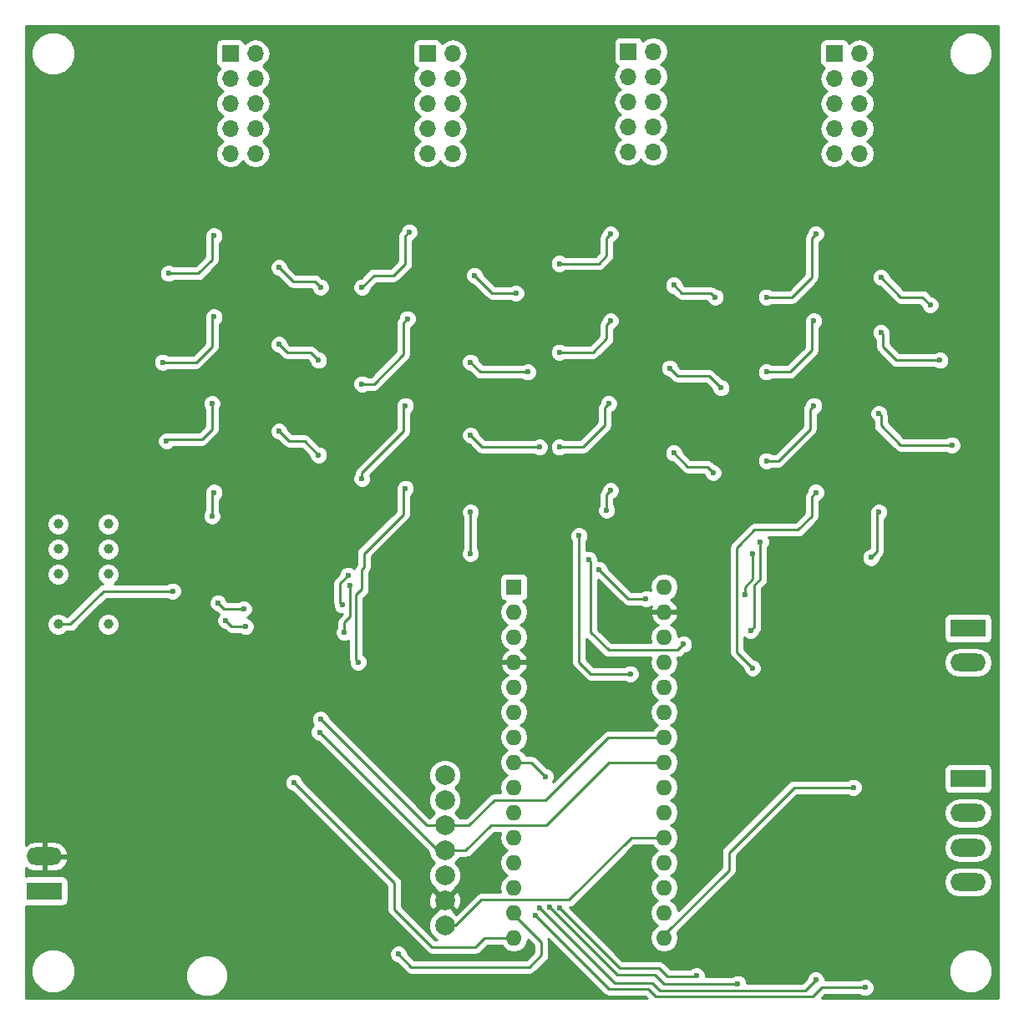
<source format=gbr>
G04 #@! TF.FileFunction,Copper,L2,Bot,Signal*
%FSLAX46Y46*%
G04 Gerber Fmt 4.6, Leading zero omitted, Abs format (unit mm)*
G04 Created by KiCad (PCBNEW 4.0.7) date 02/05/18 06:25:40*
%MOMM*%
%LPD*%
G01*
G04 APERTURE LIST*
%ADD10C,0.100000*%
%ADD11R,1.600000X1.600000*%
%ADD12O,1.600000X1.600000*%
%ADD13C,2.000000*%
%ADD14C,1.000000*%
%ADD15R,1.700000X1.700000*%
%ADD16O,1.700000X1.700000*%
%ADD17R,3.600000X1.800000*%
%ADD18O,3.600000X1.800000*%
%ADD19C,0.600000*%
%ADD20C,0.254000*%
%ADD21C,0.250000*%
G04 APERTURE END LIST*
D10*
D11*
X75200000Y-82600000D03*
D12*
X90440000Y-115620000D03*
X75200000Y-85140000D03*
X90440000Y-113080000D03*
X75200000Y-87680000D03*
X90440000Y-110540000D03*
X75200000Y-90220000D03*
X90440000Y-108000000D03*
X75200000Y-92760000D03*
X90440000Y-105460000D03*
X75200000Y-95300000D03*
X90440000Y-102920000D03*
X75200000Y-97840000D03*
X90440000Y-100380000D03*
X75200000Y-100380000D03*
X90440000Y-97840000D03*
X75200000Y-102920000D03*
X90440000Y-95300000D03*
X75200000Y-105460000D03*
X90440000Y-92760000D03*
X75200000Y-108000000D03*
X90440000Y-90220000D03*
X75200000Y-110540000D03*
X90440000Y-87680000D03*
X75200000Y-113080000D03*
X90440000Y-85140000D03*
X75200000Y-115620000D03*
X90440000Y-82600000D03*
X75200000Y-118160000D03*
X90440000Y-118160000D03*
D13*
X68200000Y-101670000D03*
X68200000Y-104210000D03*
X68200000Y-106750000D03*
X68200000Y-109290000D03*
X68200000Y-111830000D03*
X68200000Y-114370000D03*
X68200000Y-116910000D03*
D14*
X29010000Y-86360000D03*
X34090000Y-86360000D03*
X29010000Y-81280000D03*
X34090000Y-81280000D03*
X29010000Y-78740000D03*
X29010000Y-76200000D03*
X34090000Y-78740000D03*
X34090000Y-76200000D03*
D15*
X66450000Y-28500000D03*
D16*
X68990000Y-28500000D03*
X66450000Y-31040000D03*
X68990000Y-31040000D03*
X66450000Y-33580000D03*
X68990000Y-33580000D03*
X66450000Y-36120000D03*
X68990000Y-36120000D03*
X66450000Y-38660000D03*
X68990000Y-38660000D03*
D15*
X46450000Y-28500000D03*
D16*
X48990000Y-28500000D03*
X46450000Y-31040000D03*
X48990000Y-31040000D03*
X46450000Y-33580000D03*
X48990000Y-33580000D03*
X46450000Y-36120000D03*
X48990000Y-36120000D03*
X46450000Y-38660000D03*
X48990000Y-38660000D03*
D15*
X107700000Y-28500000D03*
D16*
X110240000Y-28500000D03*
X107700000Y-31040000D03*
X110240000Y-31040000D03*
X107700000Y-33580000D03*
X110240000Y-33580000D03*
X107700000Y-36120000D03*
X110240000Y-36120000D03*
X107700000Y-38660000D03*
X110240000Y-38660000D03*
D15*
X86800000Y-28300000D03*
D16*
X89340000Y-28300000D03*
X86800000Y-30840000D03*
X89340000Y-30840000D03*
X86800000Y-33380000D03*
X89340000Y-33380000D03*
X86800000Y-35920000D03*
X89340000Y-35920000D03*
X86800000Y-38460000D03*
X89340000Y-38460000D03*
D17*
X27600000Y-113400000D03*
D18*
X27600000Y-109900000D03*
D17*
X121250000Y-102000000D03*
D18*
X121250000Y-105500000D03*
X121250000Y-109000000D03*
X121250000Y-112500000D03*
D17*
X121250000Y-86750000D03*
D18*
X121250000Y-90250000D03*
D19*
X66400000Y-70100000D03*
X26800000Y-95600000D03*
X31400000Y-104200000D03*
X45800000Y-100000000D03*
X33000000Y-94800000D03*
X71000000Y-95200000D03*
X63800000Y-117800000D03*
X69000000Y-57800000D03*
X42000000Y-90600000D03*
X66400000Y-53000000D03*
X66400000Y-44200000D03*
X69000000Y-49000000D03*
X66400000Y-61600000D03*
X69000000Y-66400000D03*
X69000000Y-75000000D03*
X49000000Y-75400000D03*
X46400000Y-70600000D03*
X46400000Y-61600000D03*
X49000000Y-66400000D03*
X49000000Y-57600000D03*
X46400000Y-52800000D03*
X46400000Y-44400000D03*
X49000000Y-49200000D03*
X110200000Y-75400000D03*
X107600000Y-70600000D03*
X110200000Y-66400000D03*
X107600000Y-61600000D03*
X110200000Y-57800000D03*
X107600000Y-53200000D03*
X107600000Y-44400000D03*
X110200000Y-49200000D03*
X86800000Y-53000000D03*
X86800000Y-70400000D03*
X89400000Y-75200000D03*
X89400000Y-66200000D03*
X86800000Y-61600000D03*
X89400000Y-48600000D03*
X86600000Y-44400000D03*
X89400000Y-57600000D03*
X62600000Y-97200000D03*
X52400000Y-93400000D03*
X113500000Y-122000000D03*
X108100000Y-122000000D03*
X102100000Y-122000000D03*
X96100000Y-122000000D03*
X92800000Y-93400000D03*
X113400000Y-81600000D03*
X55600000Y-96000000D03*
X55500000Y-97300000D03*
X109600000Y-102900000D03*
X52900000Y-102400000D03*
X40600000Y-83000000D03*
X79800000Y-115100000D03*
X93700000Y-122000000D03*
X97900000Y-122800000D03*
X78800000Y-115000000D03*
X78400000Y-101800000D03*
X105800000Y-122400000D03*
X77800000Y-115100000D03*
X110800000Y-123200000D03*
X77400000Y-115900000D03*
X44600000Y-75400000D03*
X44800000Y-73000000D03*
X47800000Y-84800000D03*
X45200000Y-84200000D03*
X40000000Y-67800000D03*
X44600000Y-64000000D03*
X51400000Y-66800000D03*
X55400000Y-69200000D03*
X48000000Y-86600000D03*
X46000000Y-86000000D03*
X39600000Y-59800000D03*
X44800000Y-55200000D03*
X51400000Y-58000000D03*
X55400000Y-59600000D03*
X40200000Y-50800000D03*
X44800000Y-47000000D03*
X51400000Y-50200000D03*
X55600000Y-52200000D03*
X64200000Y-72600000D03*
X59400000Y-90200000D03*
X70800000Y-79200000D03*
X70800000Y-75000000D03*
X64200000Y-64200000D03*
X59800000Y-71600000D03*
X58600000Y-82400000D03*
X58000000Y-87200000D03*
X77800000Y-68400000D03*
X70800000Y-67200000D03*
X64400000Y-55400000D03*
X59800000Y-62000000D03*
X58400000Y-81400000D03*
X57800000Y-84400000D03*
X76600000Y-60800000D03*
X70800000Y-59800000D03*
X64600000Y-46600000D03*
X59800000Y-52200000D03*
X75400000Y-52800000D03*
X71200000Y-51000000D03*
X84600000Y-74800000D03*
X85000000Y-72800000D03*
X84800000Y-64000000D03*
X79800000Y-68400000D03*
X88600000Y-83800000D03*
X83800000Y-80800000D03*
X91400000Y-69000000D03*
X95400000Y-71000000D03*
X85000000Y-55600000D03*
X79800000Y-58800000D03*
X92400000Y-88400000D03*
X82800000Y-79800000D03*
X91000000Y-60400000D03*
X96200000Y-62400000D03*
X81800000Y-77400000D03*
X87000000Y-91400000D03*
X79800000Y-49800000D03*
X85000000Y-46800000D03*
X91400000Y-52000000D03*
X95600000Y-53200000D03*
X105800000Y-73000000D03*
X99400000Y-90800000D03*
X112200000Y-75000000D03*
X111400000Y-79600000D03*
X105600000Y-64200000D03*
X100800000Y-69800000D03*
X100200000Y-78000000D03*
X99200000Y-87000000D03*
X112200000Y-65000000D03*
X119600000Y-68200000D03*
X105600000Y-55600000D03*
X100800000Y-60800000D03*
X99400000Y-79200000D03*
X98600000Y-83400000D03*
X112400000Y-56800000D03*
X118400000Y-59600000D03*
X105800000Y-46800000D03*
X100800000Y-53200000D03*
X112400000Y-51200000D03*
X117400000Y-54000000D03*
X63500000Y-119800000D03*
D20*
X66350000Y-106750000D02*
X68200000Y-106750000D01*
X55600000Y-96000000D02*
X66350000Y-106750000D01*
X68200000Y-106750000D02*
X70650000Y-106750000D01*
X84760000Y-97840000D02*
X90440000Y-97840000D01*
X78400000Y-104200000D02*
X84760000Y-97840000D01*
X73200000Y-104200000D02*
X78400000Y-104200000D01*
X70650000Y-106750000D02*
X73200000Y-104200000D01*
X55500000Y-97300000D02*
X67490000Y-109290000D01*
X67490000Y-109290000D02*
X68200000Y-109290000D01*
X68200000Y-109290000D02*
X70310000Y-109290000D01*
X84820000Y-100380000D02*
X90440000Y-100380000D01*
X78500000Y-106700000D02*
X84820000Y-100380000D01*
X72900000Y-106700000D02*
X78500000Y-106700000D01*
X70310000Y-109290000D02*
X72900000Y-106700000D01*
X90440000Y-118160000D02*
X90440000Y-117860000D01*
X90440000Y-117860000D02*
X97000000Y-111300000D01*
X97000000Y-111300000D02*
X97000000Y-109500000D01*
X97000000Y-109500000D02*
X103600000Y-102900000D01*
X103600000Y-102900000D02*
X109600000Y-102900000D01*
X75200000Y-118160000D02*
X72240000Y-118160000D01*
X63100000Y-112600000D02*
X52900000Y-102400000D01*
X63100000Y-115300000D02*
X63100000Y-112600000D01*
X66900000Y-119100000D02*
X63100000Y-115300000D01*
X71300000Y-119100000D02*
X66900000Y-119100000D01*
X72240000Y-118160000D02*
X71300000Y-119100000D01*
X29010000Y-86360000D02*
X30240000Y-86360000D01*
X30240000Y-86360000D02*
X33600000Y-83000000D01*
X33600000Y-83000000D02*
X40600000Y-83000000D01*
X85900000Y-121200000D02*
X79800000Y-115100000D01*
X89900000Y-121200000D02*
X85900000Y-121200000D01*
X90800000Y-122100000D02*
X89900000Y-121200000D01*
X93600000Y-122100000D02*
X90800000Y-122100000D01*
X93700000Y-122000000D02*
X93600000Y-122100000D01*
X75200000Y-100380000D02*
X76980000Y-100380000D01*
X90400000Y-122800000D02*
X97900000Y-122800000D01*
X89500000Y-121900000D02*
X90400000Y-122800000D01*
X85700000Y-121900000D02*
X89500000Y-121900000D01*
X78800000Y-115000000D02*
X85700000Y-121900000D01*
X76980000Y-100380000D02*
X78400000Y-101800000D01*
X104700000Y-123500000D02*
X105800000Y-122400000D01*
X90000000Y-123500000D02*
X104700000Y-123500000D01*
X89200000Y-122700000D02*
X90000000Y-123500000D01*
X85400000Y-122700000D02*
X89200000Y-122700000D01*
X77800000Y-115100000D02*
X85400000Y-122700000D01*
X106400000Y-123200000D02*
X110800000Y-123200000D01*
X105500000Y-124100000D02*
X106400000Y-123200000D01*
X89600000Y-124100000D02*
X105500000Y-124100000D01*
X88800000Y-123300000D02*
X89600000Y-124100000D01*
X84800000Y-123300000D02*
X88800000Y-123300000D01*
X77400000Y-115900000D02*
X84800000Y-123300000D01*
D21*
X44600000Y-73200000D02*
X44600000Y-75400000D01*
X44800000Y-73000000D02*
X44600000Y-73200000D01*
X45800000Y-84800000D02*
X47800000Y-84800000D01*
X45200000Y-84200000D02*
X45800000Y-84800000D01*
X40200000Y-67600000D02*
X40000000Y-67800000D01*
X43600000Y-67600000D02*
X40200000Y-67600000D01*
X44600000Y-66600000D02*
X43600000Y-67600000D01*
X44600000Y-64000000D02*
X44600000Y-66600000D01*
D20*
X51400000Y-66800000D02*
X52400000Y-67800000D01*
X52400000Y-67800000D02*
X54000000Y-67800000D01*
X54000000Y-67800000D02*
X55400000Y-69200000D01*
D21*
X46600000Y-86600000D02*
X48000000Y-86600000D01*
X46000000Y-86000000D02*
X46600000Y-86600000D01*
X43000000Y-59800000D02*
X39600000Y-59800000D01*
X44600000Y-58200000D02*
X43000000Y-59800000D01*
X44600000Y-55400000D02*
X44600000Y-58200000D01*
X44800000Y-55200000D02*
X44600000Y-55400000D01*
D20*
X51400000Y-58000000D02*
X52200000Y-58800000D01*
X52200000Y-58800000D02*
X54600000Y-58800000D01*
X54600000Y-58800000D02*
X55400000Y-59600000D01*
D21*
X43200000Y-50800000D02*
X40200000Y-50800000D01*
X44600000Y-49400000D02*
X43200000Y-50800000D01*
X44600000Y-47200000D02*
X44600000Y-49400000D01*
X44800000Y-47000000D02*
X44600000Y-47200000D01*
D20*
X51400000Y-50200000D02*
X52800000Y-51600000D01*
X52800000Y-51600000D02*
X55000000Y-51600000D01*
X55000000Y-51600000D02*
X55600000Y-52200000D01*
X64200000Y-72600000D02*
X64000000Y-72800000D01*
X64000000Y-72800000D02*
X64000000Y-75200000D01*
X64000000Y-75200000D02*
X60000000Y-79200000D01*
X60000000Y-79200000D02*
X60000000Y-80600000D01*
X60000000Y-80600000D02*
X59800000Y-80800000D01*
X59800000Y-80800000D02*
X59800000Y-82800000D01*
X59800000Y-82800000D02*
X59200000Y-83400000D01*
X59200000Y-83400000D02*
X59200000Y-90000000D01*
X59200000Y-90000000D02*
X59400000Y-90200000D01*
D21*
X70800000Y-75000000D02*
X70800000Y-79200000D01*
D20*
X64200000Y-64200000D02*
X64000000Y-64400000D01*
X64000000Y-64400000D02*
X64000000Y-66800000D01*
X64000000Y-66800000D02*
X59800000Y-71000000D01*
X59800000Y-71000000D02*
X59800000Y-71600000D01*
X58600000Y-82400000D02*
X58600000Y-85600000D01*
X58600000Y-85600000D02*
X58000000Y-86200000D01*
X58000000Y-86200000D02*
X58000000Y-87200000D01*
D21*
X72000000Y-68400000D02*
X77800000Y-68400000D01*
X70800000Y-67200000D02*
X72000000Y-68400000D01*
D20*
X64400000Y-55400000D02*
X64000000Y-55800000D01*
X64000000Y-55800000D02*
X64000000Y-59000000D01*
X64000000Y-59000000D02*
X61000000Y-62000000D01*
X61000000Y-62000000D02*
X59800000Y-62000000D01*
X58400000Y-81400000D02*
X57600000Y-82200000D01*
X57600000Y-82200000D02*
X57600000Y-84200000D01*
X57600000Y-84200000D02*
X57800000Y-84400000D01*
D21*
X71800000Y-60800000D02*
X76600000Y-60800000D01*
X70800000Y-59800000D02*
X71800000Y-60800000D01*
D20*
X64600000Y-46600000D02*
X64200000Y-47000000D01*
X64200000Y-47000000D02*
X64200000Y-49800000D01*
X64200000Y-49800000D02*
X63000000Y-51000000D01*
X63000000Y-51000000D02*
X61000000Y-51000000D01*
X61000000Y-51000000D02*
X59800000Y-52200000D01*
D21*
X73000000Y-52800000D02*
X75400000Y-52800000D01*
X71200000Y-51000000D02*
X73000000Y-52800000D01*
X84600000Y-73200000D02*
X84600000Y-74800000D01*
X85000000Y-72800000D02*
X84600000Y-73200000D01*
X84800000Y-64000000D02*
X84400000Y-64400000D01*
X84400000Y-64400000D02*
X84400000Y-66200000D01*
X84400000Y-66200000D02*
X82200000Y-68400000D01*
X82200000Y-68400000D02*
X79800000Y-68400000D01*
D20*
X86800000Y-83800000D02*
X88600000Y-83800000D01*
X83800000Y-80800000D02*
X86800000Y-83800000D01*
X91400000Y-69000000D02*
X92800000Y-70400000D01*
X92800000Y-70400000D02*
X94800000Y-70400000D01*
X94800000Y-70400000D02*
X95400000Y-71000000D01*
D21*
X85000000Y-55600000D02*
X84600000Y-56000000D01*
X84600000Y-56000000D02*
X84600000Y-57400000D01*
X84600000Y-57400000D02*
X83200000Y-58800000D01*
X83200000Y-58800000D02*
X79800000Y-58800000D01*
D20*
X91800000Y-89000000D02*
X92400000Y-88400000D01*
X84800000Y-89000000D02*
X91800000Y-89000000D01*
X83000000Y-87200000D02*
X84800000Y-89000000D01*
X83000000Y-80000000D02*
X83000000Y-87200000D01*
X82800000Y-79800000D02*
X83000000Y-80000000D01*
X91000000Y-60400000D02*
X91800000Y-61200000D01*
X91800000Y-61200000D02*
X95000000Y-61200000D01*
X95000000Y-61200000D02*
X96200000Y-62400000D01*
X81800000Y-77400000D02*
X81800000Y-90200000D01*
X81800000Y-90200000D02*
X83000000Y-91400000D01*
X83000000Y-91400000D02*
X87000000Y-91400000D01*
D21*
X83800000Y-49800000D02*
X79800000Y-49800000D01*
X84600000Y-49000000D02*
X83800000Y-49800000D01*
X84600000Y-47200000D02*
X84600000Y-49000000D01*
X85000000Y-46800000D02*
X84600000Y-47200000D01*
D20*
X91400000Y-52000000D02*
X92200000Y-52800000D01*
X92200000Y-52800000D02*
X95200000Y-52800000D01*
X95200000Y-52800000D02*
X95600000Y-53200000D01*
X105800000Y-73000000D02*
X105400000Y-73400000D01*
X105400000Y-73400000D02*
X105400000Y-75400000D01*
X105400000Y-75400000D02*
X104000000Y-76800000D01*
X104000000Y-76800000D02*
X99600000Y-76800000D01*
X99600000Y-76800000D02*
X98000000Y-78400000D01*
X98000000Y-78400000D02*
X97800000Y-78600000D01*
X97800000Y-78600000D02*
X97800000Y-89200000D01*
X97800000Y-89200000D02*
X99400000Y-90800000D01*
X112200000Y-75000000D02*
X112000000Y-75200000D01*
X112000000Y-75200000D02*
X112000000Y-79000000D01*
X112000000Y-79000000D02*
X111400000Y-79600000D01*
X105600000Y-64200000D02*
X105200000Y-64600000D01*
X105200000Y-64600000D02*
X105200000Y-66600000D01*
X105200000Y-66600000D02*
X102000000Y-69800000D01*
X102000000Y-69800000D02*
X100800000Y-69800000D01*
X100200000Y-78000000D02*
X100200000Y-80800000D01*
X100200000Y-80800000D02*
X100200000Y-81800000D01*
X100200000Y-81800000D02*
X99600000Y-82400000D01*
X99600000Y-82400000D02*
X99600000Y-86600000D01*
X99600000Y-86600000D02*
X99200000Y-87000000D01*
X112200000Y-65000000D02*
X112400000Y-65200000D01*
X112400000Y-65200000D02*
X112400000Y-66200000D01*
X112400000Y-66200000D02*
X114400000Y-68200000D01*
X114400000Y-68200000D02*
X119600000Y-68200000D01*
X105600000Y-55600000D02*
X105400000Y-55800000D01*
X105400000Y-55800000D02*
X105400000Y-58600000D01*
X105400000Y-58600000D02*
X103200000Y-60800000D01*
X103200000Y-60800000D02*
X100800000Y-60800000D01*
X99400000Y-79200000D02*
X99400000Y-81800000D01*
X99400000Y-81800000D02*
X98600000Y-82600000D01*
X98600000Y-82600000D02*
X98600000Y-83400000D01*
X112400000Y-56800000D02*
X112600000Y-57000000D01*
X112600000Y-57000000D02*
X112600000Y-58200000D01*
X112600000Y-58200000D02*
X114000000Y-59600000D01*
X114000000Y-59600000D02*
X118400000Y-59600000D01*
X105800000Y-46800000D02*
X105400000Y-47200000D01*
X105400000Y-47200000D02*
X105400000Y-51200000D01*
X105400000Y-51200000D02*
X103400000Y-53200000D01*
X103400000Y-53200000D02*
X100800000Y-53200000D01*
X112400000Y-51200000D02*
X114400000Y-53200000D01*
X114400000Y-53200000D02*
X116600000Y-53200000D01*
X116600000Y-53200000D02*
X117400000Y-54000000D01*
X78000000Y-118600000D02*
X75200000Y-115800000D01*
X78000000Y-119900000D02*
X78000000Y-118600000D01*
X76800000Y-121100000D02*
X78000000Y-119900000D01*
X64800000Y-121100000D02*
X76800000Y-121100000D01*
X63500000Y-119800000D02*
X64800000Y-121100000D01*
X75200000Y-115800000D02*
X75200000Y-115620000D01*
X68200000Y-116910000D02*
X69290000Y-116910000D01*
X87100000Y-108000000D02*
X90440000Y-108000000D01*
X80800000Y-114300000D02*
X87100000Y-108000000D01*
X71900000Y-114300000D02*
X80800000Y-114300000D01*
X69290000Y-116910000D02*
X71900000Y-114300000D01*
G36*
X124290000Y-124290000D02*
X106387630Y-124290000D01*
X106715631Y-123962000D01*
X110239534Y-123962000D01*
X110269673Y-123992192D01*
X110613201Y-124134838D01*
X110985167Y-124135162D01*
X111328943Y-123993117D01*
X111592192Y-123730327D01*
X111734838Y-123386799D01*
X111735162Y-123014833D01*
X111593117Y-122671057D01*
X111330327Y-122407808D01*
X110986799Y-122265162D01*
X110614833Y-122264838D01*
X110271057Y-122406883D01*
X110239886Y-122438000D01*
X106734968Y-122438000D01*
X106735162Y-122214833D01*
X106622686Y-121942619D01*
X119264613Y-121942619D01*
X119604155Y-122764372D01*
X120232321Y-123393636D01*
X121053481Y-123734611D01*
X121942619Y-123735387D01*
X122764372Y-123395845D01*
X123393636Y-122767679D01*
X123734611Y-121946519D01*
X123735387Y-121057381D01*
X123395845Y-120235628D01*
X122767679Y-119606364D01*
X121946519Y-119265389D01*
X121057381Y-119264613D01*
X120235628Y-119604155D01*
X119606364Y-120232321D01*
X119265389Y-121053481D01*
X119264613Y-121942619D01*
X106622686Y-121942619D01*
X106593117Y-121871057D01*
X106330327Y-121607808D01*
X105986799Y-121465162D01*
X105614833Y-121464838D01*
X105271057Y-121606883D01*
X105007808Y-121869673D01*
X104865162Y-122213201D01*
X104865124Y-122257246D01*
X104384370Y-122738000D01*
X98835055Y-122738000D01*
X98835162Y-122614833D01*
X98693117Y-122271057D01*
X98430327Y-122007808D01*
X98086799Y-121865162D01*
X97714833Y-121864838D01*
X97371057Y-122006883D01*
X97339886Y-122038000D01*
X94634968Y-122038000D01*
X94635162Y-121814833D01*
X94493117Y-121471057D01*
X94230327Y-121207808D01*
X93886799Y-121065162D01*
X93514833Y-121064838D01*
X93171057Y-121206883D01*
X93039711Y-121338000D01*
X91115631Y-121338000D01*
X90438815Y-120661185D01*
X90335560Y-120592192D01*
X90191605Y-120496004D01*
X89900000Y-120438000D01*
X86215631Y-120438000D01*
X80833055Y-115055425D01*
X81091605Y-115003996D01*
X81338815Y-114838815D01*
X87415631Y-108762000D01*
X89228341Y-108762000D01*
X89397189Y-109014698D01*
X89779275Y-109270000D01*
X89397189Y-109525302D01*
X89086120Y-109990849D01*
X88976887Y-110540000D01*
X89086120Y-111089151D01*
X89397189Y-111554698D01*
X89779275Y-111810000D01*
X89397189Y-112065302D01*
X89086120Y-112530849D01*
X88976887Y-113080000D01*
X89086120Y-113629151D01*
X89397189Y-114094698D01*
X89779275Y-114350000D01*
X89397189Y-114605302D01*
X89086120Y-115070849D01*
X88976887Y-115620000D01*
X89086120Y-116169151D01*
X89397189Y-116634698D01*
X89779275Y-116890000D01*
X89397189Y-117145302D01*
X89086120Y-117610849D01*
X88976887Y-118160000D01*
X89086120Y-118709151D01*
X89397189Y-119174698D01*
X89862736Y-119485767D01*
X90411887Y-119595000D01*
X90468113Y-119595000D01*
X91017264Y-119485767D01*
X91482811Y-119174698D01*
X91793880Y-118709151D01*
X91903113Y-118160000D01*
X91793880Y-117610849D01*
X91783026Y-117594604D01*
X96877630Y-112500000D01*
X118767296Y-112500000D01*
X118884141Y-113087419D01*
X119216887Y-113585409D01*
X119714877Y-113918155D01*
X120302296Y-114035000D01*
X122197704Y-114035000D01*
X122785123Y-113918155D01*
X123283113Y-113585409D01*
X123615859Y-113087419D01*
X123732704Y-112500000D01*
X123615859Y-111912581D01*
X123283113Y-111414591D01*
X122785123Y-111081845D01*
X122197704Y-110965000D01*
X120302296Y-110965000D01*
X119714877Y-111081845D01*
X119216887Y-111414591D01*
X118884141Y-111912581D01*
X118767296Y-112500000D01*
X96877630Y-112500000D01*
X97538815Y-111838815D01*
X97668318Y-111645000D01*
X97703996Y-111591605D01*
X97762000Y-111300000D01*
X97762000Y-109815630D01*
X98577630Y-109000000D01*
X118767296Y-109000000D01*
X118884141Y-109587419D01*
X119216887Y-110085409D01*
X119714877Y-110418155D01*
X120302296Y-110535000D01*
X122197704Y-110535000D01*
X122785123Y-110418155D01*
X123283113Y-110085409D01*
X123615859Y-109587419D01*
X123732704Y-109000000D01*
X123615859Y-108412581D01*
X123283113Y-107914591D01*
X122785123Y-107581845D01*
X122197704Y-107465000D01*
X120302296Y-107465000D01*
X119714877Y-107581845D01*
X119216887Y-107914591D01*
X118884141Y-108412581D01*
X118767296Y-109000000D01*
X98577630Y-109000000D01*
X102077630Y-105500000D01*
X118767296Y-105500000D01*
X118884141Y-106087419D01*
X119216887Y-106585409D01*
X119714877Y-106918155D01*
X120302296Y-107035000D01*
X122197704Y-107035000D01*
X122785123Y-106918155D01*
X123283113Y-106585409D01*
X123615859Y-106087419D01*
X123732704Y-105500000D01*
X123615859Y-104912581D01*
X123283113Y-104414591D01*
X122785123Y-104081845D01*
X122197704Y-103965000D01*
X120302296Y-103965000D01*
X119714877Y-104081845D01*
X119216887Y-104414591D01*
X118884141Y-104912581D01*
X118767296Y-105500000D01*
X102077630Y-105500000D01*
X103915631Y-103662000D01*
X109039534Y-103662000D01*
X109069673Y-103692192D01*
X109413201Y-103834838D01*
X109785167Y-103835162D01*
X110128943Y-103693117D01*
X110392192Y-103430327D01*
X110534838Y-103086799D01*
X110535162Y-102714833D01*
X110393117Y-102371057D01*
X110130327Y-102107808D01*
X109786799Y-101965162D01*
X109414833Y-101964838D01*
X109071057Y-102106883D01*
X109039886Y-102138000D01*
X103600000Y-102138000D01*
X103308396Y-102196003D01*
X103061185Y-102361184D01*
X96461185Y-108961185D01*
X96296004Y-109208395D01*
X96238000Y-109500000D01*
X96238000Y-110984370D01*
X91853216Y-115369154D01*
X91793880Y-115070849D01*
X91482811Y-114605302D01*
X91100725Y-114350000D01*
X91482811Y-114094698D01*
X91793880Y-113629151D01*
X91903113Y-113080000D01*
X91793880Y-112530849D01*
X91482811Y-112065302D01*
X91100725Y-111810000D01*
X91482811Y-111554698D01*
X91793880Y-111089151D01*
X91903113Y-110540000D01*
X91793880Y-109990849D01*
X91482811Y-109525302D01*
X91100725Y-109270000D01*
X91482811Y-109014698D01*
X91793880Y-108549151D01*
X91903113Y-108000000D01*
X91793880Y-107450849D01*
X91482811Y-106985302D01*
X91100725Y-106730000D01*
X91482811Y-106474698D01*
X91793880Y-106009151D01*
X91903113Y-105460000D01*
X91793880Y-104910849D01*
X91482811Y-104445302D01*
X91100725Y-104190000D01*
X91482811Y-103934698D01*
X91793880Y-103469151D01*
X91903113Y-102920000D01*
X91793880Y-102370849D01*
X91482811Y-101905302D01*
X91100725Y-101650000D01*
X91482811Y-101394698D01*
X91679722Y-101100000D01*
X118802560Y-101100000D01*
X118802560Y-102900000D01*
X118846838Y-103135317D01*
X118985910Y-103351441D01*
X119198110Y-103496431D01*
X119450000Y-103547440D01*
X123050000Y-103547440D01*
X123285317Y-103503162D01*
X123501441Y-103364090D01*
X123646431Y-103151890D01*
X123697440Y-102900000D01*
X123697440Y-101100000D01*
X123653162Y-100864683D01*
X123514090Y-100648559D01*
X123301890Y-100503569D01*
X123050000Y-100452560D01*
X119450000Y-100452560D01*
X119214683Y-100496838D01*
X118998559Y-100635910D01*
X118853569Y-100848110D01*
X118802560Y-101100000D01*
X91679722Y-101100000D01*
X91793880Y-100929151D01*
X91903113Y-100380000D01*
X91793880Y-99830849D01*
X91482811Y-99365302D01*
X91100725Y-99110000D01*
X91482811Y-98854698D01*
X91793880Y-98389151D01*
X91903113Y-97840000D01*
X91793880Y-97290849D01*
X91482811Y-96825302D01*
X91100725Y-96570000D01*
X91482811Y-96314698D01*
X91793880Y-95849151D01*
X91903113Y-95300000D01*
X91793880Y-94750849D01*
X91482811Y-94285302D01*
X91100725Y-94030000D01*
X91482811Y-93774698D01*
X91793880Y-93309151D01*
X91903113Y-92760000D01*
X91793880Y-92210849D01*
X91482811Y-91745302D01*
X91100725Y-91490000D01*
X91482811Y-91234698D01*
X91793880Y-90769151D01*
X91903113Y-90220000D01*
X91811554Y-89759702D01*
X92091605Y-89703996D01*
X92338815Y-89538815D01*
X92542505Y-89335125D01*
X92585167Y-89335162D01*
X92928943Y-89193117D01*
X93192192Y-88930327D01*
X93334838Y-88586799D01*
X93335162Y-88214833D01*
X93193117Y-87871057D01*
X92930327Y-87607808D01*
X92586799Y-87465162D01*
X92214833Y-87464838D01*
X91887239Y-87600197D01*
X91793880Y-87130849D01*
X91482811Y-86665302D01*
X91078297Y-86395014D01*
X91295134Y-86292389D01*
X91671041Y-85877423D01*
X91831904Y-85489039D01*
X91709915Y-85267000D01*
X90567000Y-85267000D01*
X90567000Y-85287000D01*
X90313000Y-85287000D01*
X90313000Y-85267000D01*
X89170085Y-85267000D01*
X89048096Y-85489039D01*
X89208959Y-85877423D01*
X89584866Y-86292389D01*
X89801703Y-86395014D01*
X89397189Y-86665302D01*
X89086120Y-87130849D01*
X88976887Y-87680000D01*
X89086120Y-88229151D01*
X89092033Y-88238000D01*
X85115631Y-88238000D01*
X83762000Y-86884370D01*
X83762000Y-81839630D01*
X86261185Y-84338816D01*
X86356611Y-84402577D01*
X86508395Y-84503996D01*
X86800000Y-84562000D01*
X88039534Y-84562000D01*
X88069673Y-84592192D01*
X88413201Y-84734838D01*
X88785167Y-84735162D01*
X89128943Y-84593117D01*
X89130813Y-84591250D01*
X89048096Y-84790961D01*
X89170085Y-85013000D01*
X90313000Y-85013000D01*
X90313000Y-84993000D01*
X90567000Y-84993000D01*
X90567000Y-85013000D01*
X91709915Y-85013000D01*
X91831904Y-84790961D01*
X91671041Y-84402577D01*
X91295134Y-83987611D01*
X91078297Y-83884986D01*
X91482811Y-83614698D01*
X91793880Y-83149151D01*
X91903113Y-82600000D01*
X91793880Y-82050849D01*
X91482811Y-81585302D01*
X91017264Y-81274233D01*
X90468113Y-81165000D01*
X90411887Y-81165000D01*
X89862736Y-81274233D01*
X89397189Y-81585302D01*
X89086120Y-82050849D01*
X88976887Y-82600000D01*
X89051494Y-82975073D01*
X88786799Y-82865162D01*
X88414833Y-82864838D01*
X88071057Y-83006883D01*
X88039886Y-83038000D01*
X87115631Y-83038000D01*
X84735125Y-80657495D01*
X84735162Y-80614833D01*
X84593117Y-80271057D01*
X84330327Y-80007808D01*
X83986799Y-79865162D01*
X83735135Y-79864943D01*
X83734945Y-79863986D01*
X83735162Y-79614833D01*
X83593117Y-79271057D01*
X83330327Y-79007808D01*
X82986799Y-78865162D01*
X82614833Y-78864838D01*
X82562000Y-78886668D01*
X82562000Y-78600000D01*
X97038000Y-78600000D01*
X97038000Y-89200000D01*
X97096004Y-89491605D01*
X97237920Y-89703996D01*
X97261185Y-89738815D01*
X98464875Y-90942506D01*
X98464838Y-90985167D01*
X98606883Y-91328943D01*
X98869673Y-91592192D01*
X99213201Y-91734838D01*
X99585167Y-91735162D01*
X99928943Y-91593117D01*
X100192192Y-91330327D01*
X100334838Y-90986799D01*
X100335162Y-90614833D01*
X100193117Y-90271057D01*
X100172097Y-90250000D01*
X118767296Y-90250000D01*
X118884141Y-90837419D01*
X119216887Y-91335409D01*
X119714877Y-91668155D01*
X120302296Y-91785000D01*
X122197704Y-91785000D01*
X122785123Y-91668155D01*
X123283113Y-91335409D01*
X123615859Y-90837419D01*
X123732704Y-90250000D01*
X123615859Y-89662581D01*
X123283113Y-89164591D01*
X122785123Y-88831845D01*
X122197704Y-88715000D01*
X120302296Y-88715000D01*
X119714877Y-88831845D01*
X119216887Y-89164591D01*
X118884141Y-89662581D01*
X118767296Y-90250000D01*
X100172097Y-90250000D01*
X99930327Y-90007808D01*
X99586799Y-89865162D01*
X99542754Y-89865124D01*
X98562000Y-88884370D01*
X98562000Y-87684331D01*
X98669673Y-87792192D01*
X99013201Y-87934838D01*
X99385167Y-87935162D01*
X99728943Y-87793117D01*
X99992192Y-87530327D01*
X100134838Y-87186799D01*
X100134876Y-87142755D01*
X100138815Y-87138816D01*
X100303996Y-86891605D01*
X100319267Y-86814833D01*
X100362000Y-86600000D01*
X100362000Y-85850000D01*
X118802560Y-85850000D01*
X118802560Y-87650000D01*
X118846838Y-87885317D01*
X118985910Y-88101441D01*
X119198110Y-88246431D01*
X119450000Y-88297440D01*
X123050000Y-88297440D01*
X123285317Y-88253162D01*
X123501441Y-88114090D01*
X123646431Y-87901890D01*
X123697440Y-87650000D01*
X123697440Y-85850000D01*
X123653162Y-85614683D01*
X123514090Y-85398559D01*
X123301890Y-85253569D01*
X123050000Y-85202560D01*
X119450000Y-85202560D01*
X119214683Y-85246838D01*
X118998559Y-85385910D01*
X118853569Y-85598110D01*
X118802560Y-85850000D01*
X100362000Y-85850000D01*
X100362000Y-82715630D01*
X100738815Y-82338815D01*
X100903996Y-82091605D01*
X100912103Y-82050849D01*
X100962000Y-81800000D01*
X100962000Y-79785167D01*
X110464838Y-79785167D01*
X110606883Y-80128943D01*
X110869673Y-80392192D01*
X111213201Y-80534838D01*
X111585167Y-80535162D01*
X111928943Y-80393117D01*
X112192192Y-80130327D01*
X112334838Y-79786799D01*
X112334876Y-79742754D01*
X112538815Y-79538815D01*
X112703996Y-79291605D01*
X112708083Y-79271057D01*
X112762000Y-79000000D01*
X112762000Y-75760118D01*
X112992192Y-75530327D01*
X113134838Y-75186799D01*
X113135162Y-74814833D01*
X112993117Y-74471057D01*
X112730327Y-74207808D01*
X112386799Y-74065162D01*
X112014833Y-74064838D01*
X111671057Y-74206883D01*
X111407808Y-74469673D01*
X111265162Y-74813201D01*
X111264943Y-75064548D01*
X111238000Y-75200000D01*
X111238000Y-78664858D01*
X111214833Y-78664838D01*
X110871057Y-78806883D01*
X110607808Y-79069673D01*
X110465162Y-79413201D01*
X110464838Y-79785167D01*
X100962000Y-79785167D01*
X100962000Y-78560466D01*
X100992192Y-78530327D01*
X101134838Y-78186799D01*
X101135162Y-77814833D01*
X101030694Y-77562000D01*
X104000000Y-77562000D01*
X104291605Y-77503996D01*
X104538815Y-77338815D01*
X105938815Y-75938815D01*
X105941472Y-75934838D01*
X106103996Y-75691605D01*
X106162000Y-75400000D01*
X106162000Y-73862096D01*
X106328943Y-73793117D01*
X106592192Y-73530327D01*
X106734838Y-73186799D01*
X106735162Y-72814833D01*
X106593117Y-72471057D01*
X106330327Y-72207808D01*
X105986799Y-72065162D01*
X105614833Y-72064838D01*
X105271057Y-72206883D01*
X105007808Y-72469673D01*
X104865162Y-72813201D01*
X104865124Y-72857246D01*
X104861185Y-72861185D01*
X104696004Y-73108395D01*
X104638000Y-73400000D01*
X104638000Y-75084370D01*
X103684370Y-76038000D01*
X99600000Y-76038000D01*
X99308395Y-76096004D01*
X99212619Y-76160000D01*
X99061185Y-76261184D01*
X97461188Y-77861182D01*
X97461185Y-77861184D01*
X97261185Y-78061185D01*
X97096004Y-78308395D01*
X97038000Y-78600000D01*
X82562000Y-78600000D01*
X82562000Y-77960466D01*
X82592192Y-77930327D01*
X82734838Y-77586799D01*
X82735162Y-77214833D01*
X82593117Y-76871057D01*
X82330327Y-76607808D01*
X81986799Y-76465162D01*
X81614833Y-76464838D01*
X81271057Y-76606883D01*
X81007808Y-76869673D01*
X80865162Y-77213201D01*
X80864838Y-77585167D01*
X81006883Y-77928943D01*
X81038000Y-77960114D01*
X81038000Y-90200000D01*
X81096004Y-90491605D01*
X81261185Y-90738815D01*
X82461184Y-91938815D01*
X82708395Y-92103996D01*
X83000000Y-92162000D01*
X86439534Y-92162000D01*
X86469673Y-92192192D01*
X86813201Y-92334838D01*
X87185167Y-92335162D01*
X87528943Y-92193117D01*
X87792192Y-91930327D01*
X87934838Y-91586799D01*
X87935162Y-91214833D01*
X87793117Y-90871057D01*
X87530327Y-90607808D01*
X87186799Y-90465162D01*
X86814833Y-90464838D01*
X86471057Y-90606883D01*
X86439886Y-90638000D01*
X83315631Y-90638000D01*
X82562000Y-89884370D01*
X82562000Y-87839630D01*
X84261184Y-89538815D01*
X84444324Y-89661185D01*
X84508395Y-89703996D01*
X84800000Y-89762000D01*
X89067989Y-89762000D01*
X88976887Y-90220000D01*
X89086120Y-90769151D01*
X89397189Y-91234698D01*
X89779275Y-91490000D01*
X89397189Y-91745302D01*
X89086120Y-92210849D01*
X88976887Y-92760000D01*
X89086120Y-93309151D01*
X89397189Y-93774698D01*
X89779275Y-94030000D01*
X89397189Y-94285302D01*
X89086120Y-94750849D01*
X88976887Y-95300000D01*
X89086120Y-95849151D01*
X89397189Y-96314698D01*
X89779275Y-96570000D01*
X89397189Y-96825302D01*
X89228341Y-97078000D01*
X84760000Y-97078000D01*
X84468395Y-97136004D01*
X84221184Y-97301185D01*
X79192298Y-102330072D01*
X79334838Y-101986799D01*
X79335162Y-101614833D01*
X79193117Y-101271057D01*
X78930327Y-101007808D01*
X78586799Y-100865162D01*
X78542754Y-100865124D01*
X77518815Y-99841185D01*
X77503346Y-99830849D01*
X77271605Y-99676004D01*
X76980000Y-99618000D01*
X76411659Y-99618000D01*
X76242811Y-99365302D01*
X75860725Y-99110000D01*
X76242811Y-98854698D01*
X76553880Y-98389151D01*
X76663113Y-97840000D01*
X76553880Y-97290849D01*
X76242811Y-96825302D01*
X75860725Y-96570000D01*
X76242811Y-96314698D01*
X76553880Y-95849151D01*
X76663113Y-95300000D01*
X76553880Y-94750849D01*
X76242811Y-94285302D01*
X75860725Y-94030000D01*
X76242811Y-93774698D01*
X76553880Y-93309151D01*
X76663113Y-92760000D01*
X76553880Y-92210849D01*
X76242811Y-91745302D01*
X75838297Y-91475014D01*
X76055134Y-91372389D01*
X76431041Y-90957423D01*
X76591904Y-90569039D01*
X76469915Y-90347000D01*
X75327000Y-90347000D01*
X75327000Y-90367000D01*
X75073000Y-90367000D01*
X75073000Y-90347000D01*
X73930085Y-90347000D01*
X73808096Y-90569039D01*
X73968959Y-90957423D01*
X74344866Y-91372389D01*
X74561703Y-91475014D01*
X74157189Y-91745302D01*
X73846120Y-92210849D01*
X73736887Y-92760000D01*
X73846120Y-93309151D01*
X74157189Y-93774698D01*
X74539275Y-94030000D01*
X74157189Y-94285302D01*
X73846120Y-94750849D01*
X73736887Y-95300000D01*
X73846120Y-95849151D01*
X74157189Y-96314698D01*
X74539275Y-96570000D01*
X74157189Y-96825302D01*
X73846120Y-97290849D01*
X73736887Y-97840000D01*
X73846120Y-98389151D01*
X74157189Y-98854698D01*
X74539275Y-99110000D01*
X74157189Y-99365302D01*
X73846120Y-99830849D01*
X73736887Y-100380000D01*
X73846120Y-100929151D01*
X74157189Y-101394698D01*
X74539275Y-101650000D01*
X74157189Y-101905302D01*
X73846120Y-102370849D01*
X73736887Y-102920000D01*
X73839924Y-103438000D01*
X73200000Y-103438000D01*
X72908396Y-103496003D01*
X72661185Y-103661184D01*
X70334370Y-105988000D01*
X69654221Y-105988000D01*
X69586894Y-105825057D01*
X69242241Y-105479801D01*
X69585278Y-105137363D01*
X69834716Y-104536648D01*
X69835284Y-103886205D01*
X69586894Y-103285057D01*
X69242241Y-102939801D01*
X69585278Y-102597363D01*
X69834716Y-101996648D01*
X69835284Y-101346205D01*
X69586894Y-100745057D01*
X69127363Y-100284722D01*
X68526648Y-100035284D01*
X67876205Y-100034716D01*
X67275057Y-100283106D01*
X66814722Y-100742637D01*
X66565284Y-101343352D01*
X66564716Y-101993795D01*
X66813106Y-102594943D01*
X67157759Y-102940199D01*
X66814722Y-103282637D01*
X66565284Y-103883352D01*
X66564716Y-104533795D01*
X66813106Y-105134943D01*
X67157759Y-105480199D01*
X66814722Y-105822637D01*
X66746057Y-105988000D01*
X66665631Y-105988000D01*
X56535125Y-95857495D01*
X56535162Y-95814833D01*
X56393117Y-95471057D01*
X56130327Y-95207808D01*
X55786799Y-95065162D01*
X55414833Y-95064838D01*
X55071057Y-95206883D01*
X54807808Y-95469673D01*
X54665162Y-95813201D01*
X54664838Y-96185167D01*
X54806883Y-96528943D01*
X54877797Y-96599981D01*
X54707808Y-96769673D01*
X54565162Y-97113201D01*
X54564838Y-97485167D01*
X54706883Y-97828943D01*
X54969673Y-98092192D01*
X55313201Y-98234838D01*
X55357246Y-98234876D01*
X66564866Y-109442497D01*
X66564716Y-109613795D01*
X66813106Y-110214943D01*
X67157759Y-110560199D01*
X66814722Y-110902637D01*
X66565284Y-111503352D01*
X66564716Y-112153795D01*
X66813106Y-112754943D01*
X67239978Y-113182562D01*
X67227073Y-113217468D01*
X68200000Y-114190395D01*
X69172927Y-113217468D01*
X69159836Y-113182062D01*
X69585278Y-112757363D01*
X69834716Y-112156648D01*
X69835284Y-111506205D01*
X69586894Y-110905057D01*
X69242241Y-110559801D01*
X69585278Y-110217363D01*
X69653943Y-110052000D01*
X70310000Y-110052000D01*
X70601605Y-109993996D01*
X70848815Y-109828815D01*
X73215630Y-107462000D01*
X73843902Y-107462000D01*
X73736887Y-108000000D01*
X73846120Y-108549151D01*
X74157189Y-109014698D01*
X74539275Y-109270000D01*
X74157189Y-109525302D01*
X73846120Y-109990849D01*
X73736887Y-110540000D01*
X73846120Y-111089151D01*
X74157189Y-111554698D01*
X74539275Y-111810000D01*
X74157189Y-112065302D01*
X73846120Y-112530849D01*
X73736887Y-113080000D01*
X73827989Y-113538000D01*
X71900000Y-113538000D01*
X71661660Y-113585409D01*
X71608395Y-113596004D01*
X71361184Y-113761185D01*
X69362300Y-115760070D01*
X69160022Y-115557438D01*
X69172927Y-115522532D01*
X68200000Y-114549605D01*
X67227073Y-115522532D01*
X67240164Y-115557938D01*
X66814722Y-115982637D01*
X66565284Y-116583352D01*
X66564716Y-117233795D01*
X66813106Y-117834943D01*
X67272637Y-118295278D01*
X67375523Y-118338000D01*
X67215631Y-118338000D01*
X63862000Y-114984370D01*
X63862000Y-114105461D01*
X66554092Y-114105461D01*
X66578144Y-114755460D01*
X66780613Y-115244264D01*
X67047468Y-115342927D01*
X68020395Y-114370000D01*
X68379605Y-114370000D01*
X69352532Y-115342927D01*
X69619387Y-115244264D01*
X69845908Y-114634539D01*
X69821856Y-113984540D01*
X69619387Y-113495736D01*
X69352532Y-113397073D01*
X68379605Y-114370000D01*
X68020395Y-114370000D01*
X67047468Y-113397073D01*
X66780613Y-113495736D01*
X66554092Y-114105461D01*
X63862000Y-114105461D01*
X63862000Y-112600000D01*
X63803996Y-112308395D01*
X63638815Y-112061184D01*
X53835125Y-102257495D01*
X53835162Y-102214833D01*
X53693117Y-101871057D01*
X53430327Y-101607808D01*
X53086799Y-101465162D01*
X52714833Y-101464838D01*
X52371057Y-101606883D01*
X52107808Y-101869673D01*
X51965162Y-102213201D01*
X51964838Y-102585167D01*
X52106883Y-102928943D01*
X52369673Y-103192192D01*
X52713201Y-103334838D01*
X52757246Y-103334876D01*
X62338000Y-112915631D01*
X62338000Y-115300000D01*
X62396004Y-115591605D01*
X62535250Y-115800000D01*
X62561185Y-115838815D01*
X66361185Y-119638816D01*
X66608396Y-119803997D01*
X66900000Y-119862000D01*
X71300000Y-119862000D01*
X71591605Y-119803996D01*
X71838815Y-119638815D01*
X72555631Y-118922000D01*
X73988341Y-118922000D01*
X74157189Y-119174698D01*
X74622736Y-119485767D01*
X75171887Y-119595000D01*
X75228113Y-119595000D01*
X75777264Y-119485767D01*
X76242811Y-119174698D01*
X76553880Y-118709151D01*
X76633126Y-118310756D01*
X77238000Y-118915630D01*
X77238000Y-119584369D01*
X76484370Y-120338000D01*
X65115631Y-120338000D01*
X64435125Y-119657495D01*
X64435162Y-119614833D01*
X64293117Y-119271057D01*
X64030327Y-119007808D01*
X63686799Y-118865162D01*
X63314833Y-118864838D01*
X62971057Y-119006883D01*
X62707808Y-119269673D01*
X62565162Y-119613201D01*
X62564838Y-119985167D01*
X62706883Y-120328943D01*
X62969673Y-120592192D01*
X63313201Y-120734838D01*
X63357246Y-120734876D01*
X64261185Y-121638816D01*
X64365320Y-121708396D01*
X64508395Y-121803996D01*
X64800000Y-121862000D01*
X76800000Y-121862000D01*
X77091605Y-121803996D01*
X77338815Y-121638815D01*
X78538815Y-120438816D01*
X78703996Y-120191605D01*
X78723887Y-120091604D01*
X78762000Y-119900000D01*
X78762000Y-118600000D01*
X78703996Y-118308395D01*
X78650092Y-118227722D01*
X84261184Y-123838815D01*
X84445544Y-123962000D01*
X84508395Y-124003996D01*
X84800000Y-124062000D01*
X88484370Y-124062000D01*
X88712370Y-124290000D01*
X25710000Y-124290000D01*
X25710000Y-121942619D01*
X26264613Y-121942619D01*
X26604155Y-122764372D01*
X27232321Y-123393636D01*
X28053481Y-123734611D01*
X28942619Y-123735387D01*
X29764372Y-123395845D01*
X30393636Y-122767679D01*
X30540988Y-122412815D01*
X41934630Y-122412815D01*
X42258980Y-123197800D01*
X42859041Y-123798909D01*
X43643459Y-124124628D01*
X44492815Y-124125370D01*
X45277800Y-123801020D01*
X45878909Y-123200959D01*
X46204628Y-122416541D01*
X46205370Y-121567185D01*
X45881020Y-120782200D01*
X45280959Y-120181091D01*
X44496541Y-119855372D01*
X43647185Y-119854630D01*
X42862200Y-120178980D01*
X42261091Y-120779041D01*
X41935372Y-121563459D01*
X41934630Y-122412815D01*
X30540988Y-122412815D01*
X30734611Y-121946519D01*
X30735387Y-121057381D01*
X30395845Y-120235628D01*
X29767679Y-119606364D01*
X28946519Y-119265389D01*
X28057381Y-119264613D01*
X27235628Y-119604155D01*
X26606364Y-120232321D01*
X26265389Y-121053481D01*
X26264613Y-121942619D01*
X25710000Y-121942619D01*
X25710000Y-114929215D01*
X25800000Y-114947440D01*
X29400000Y-114947440D01*
X29635317Y-114903162D01*
X29851441Y-114764090D01*
X29996431Y-114551890D01*
X30047440Y-114300000D01*
X30047440Y-112500000D01*
X30003162Y-112264683D01*
X29864090Y-112048559D01*
X29651890Y-111903569D01*
X29400000Y-111852560D01*
X25800000Y-111852560D01*
X25710000Y-111869495D01*
X25710000Y-111042823D01*
X25995248Y-111269554D01*
X26573000Y-111435000D01*
X27473000Y-111435000D01*
X27473000Y-110027000D01*
X27727000Y-110027000D01*
X27727000Y-111435000D01*
X28627000Y-111435000D01*
X29204752Y-111269554D01*
X29675212Y-110895606D01*
X29966756Y-110370086D01*
X29991036Y-110264740D01*
X29870378Y-110027000D01*
X27727000Y-110027000D01*
X27473000Y-110027000D01*
X27453000Y-110027000D01*
X27453000Y-109773000D01*
X27473000Y-109773000D01*
X27473000Y-108365000D01*
X27727000Y-108365000D01*
X27727000Y-109773000D01*
X29870378Y-109773000D01*
X29991036Y-109535260D01*
X29966756Y-109429914D01*
X29675212Y-108904394D01*
X29204752Y-108530446D01*
X28627000Y-108365000D01*
X27727000Y-108365000D01*
X27473000Y-108365000D01*
X26573000Y-108365000D01*
X25995248Y-108530446D01*
X25710000Y-108757177D01*
X25710000Y-86584775D01*
X27874803Y-86584775D01*
X28047233Y-87002086D01*
X28366235Y-87321645D01*
X28783244Y-87494803D01*
X29234775Y-87495197D01*
X29652086Y-87322767D01*
X29853204Y-87122000D01*
X30240000Y-87122000D01*
X30531605Y-87063996D01*
X30778815Y-86898815D01*
X31092855Y-86584775D01*
X32954803Y-86584775D01*
X33127233Y-87002086D01*
X33446235Y-87321645D01*
X33863244Y-87494803D01*
X34314775Y-87495197D01*
X34732086Y-87322767D01*
X35051645Y-87003765D01*
X35224803Y-86586756D01*
X35225197Y-86135225D01*
X35052767Y-85717914D01*
X34733765Y-85398355D01*
X34316756Y-85225197D01*
X33865225Y-85224803D01*
X33447914Y-85397233D01*
X33128355Y-85716235D01*
X32955197Y-86133244D01*
X32954803Y-86584775D01*
X31092855Y-86584775D01*
X33292463Y-84385167D01*
X44264838Y-84385167D01*
X44406883Y-84728943D01*
X44669673Y-84992192D01*
X45013201Y-85134838D01*
X45060077Y-85134879D01*
X45262599Y-85337401D01*
X45309151Y-85368506D01*
X45207808Y-85469673D01*
X45065162Y-85813201D01*
X45064838Y-86185167D01*
X45206883Y-86528943D01*
X45469673Y-86792192D01*
X45813201Y-86934838D01*
X45860077Y-86934879D01*
X46062599Y-87137401D01*
X46309161Y-87302148D01*
X46600000Y-87360000D01*
X47437537Y-87360000D01*
X47469673Y-87392192D01*
X47813201Y-87534838D01*
X48185167Y-87535162D01*
X48528943Y-87393117D01*
X48792192Y-87130327D01*
X48934838Y-86786799D01*
X48935162Y-86414833D01*
X48793117Y-86071057D01*
X48530327Y-85807808D01*
X48186799Y-85665162D01*
X48154648Y-85665134D01*
X48328943Y-85593117D01*
X48592192Y-85330327D01*
X48734838Y-84986799D01*
X48735162Y-84614833D01*
X48593117Y-84271057D01*
X48330327Y-84007808D01*
X47986799Y-83865162D01*
X47614833Y-83864838D01*
X47271057Y-84006883D01*
X47237882Y-84040000D01*
X46135140Y-84040000D01*
X46135162Y-84014833D01*
X45993117Y-83671057D01*
X45730327Y-83407808D01*
X45386799Y-83265162D01*
X45014833Y-83264838D01*
X44671057Y-83406883D01*
X44407808Y-83669673D01*
X44265162Y-84013201D01*
X44264838Y-84385167D01*
X33292463Y-84385167D01*
X33915631Y-83762000D01*
X40039534Y-83762000D01*
X40069673Y-83792192D01*
X40413201Y-83934838D01*
X40785167Y-83935162D01*
X41128943Y-83793117D01*
X41392192Y-83530327D01*
X41534838Y-83186799D01*
X41535162Y-82814833D01*
X41393117Y-82471057D01*
X41130327Y-82207808D01*
X41111524Y-82200000D01*
X56838000Y-82200000D01*
X56838000Y-84200000D01*
X56865055Y-84336014D01*
X56864838Y-84585167D01*
X57006883Y-84928943D01*
X57269673Y-85192192D01*
X57613201Y-85334838D01*
X57787380Y-85334990D01*
X57461185Y-85661185D01*
X57296004Y-85908395D01*
X57238000Y-86200000D01*
X57238000Y-86639534D01*
X57207808Y-86669673D01*
X57065162Y-87013201D01*
X57064838Y-87385167D01*
X57206883Y-87728943D01*
X57469673Y-87992192D01*
X57813201Y-88134838D01*
X58185167Y-88135162D01*
X58438000Y-88030694D01*
X58438000Y-90000000D01*
X58465055Y-90136014D01*
X58464838Y-90385167D01*
X58606883Y-90728943D01*
X58869673Y-90992192D01*
X59213201Y-91134838D01*
X59585167Y-91135162D01*
X59928943Y-90993117D01*
X60192192Y-90730327D01*
X60334838Y-90386799D01*
X60335162Y-90014833D01*
X60193117Y-89671057D01*
X59962000Y-89439536D01*
X59962000Y-85140000D01*
X73736887Y-85140000D01*
X73846120Y-85689151D01*
X74157189Y-86154698D01*
X74539275Y-86410000D01*
X74157189Y-86665302D01*
X73846120Y-87130849D01*
X73736887Y-87680000D01*
X73846120Y-88229151D01*
X74157189Y-88694698D01*
X74561703Y-88964986D01*
X74344866Y-89067611D01*
X73968959Y-89482577D01*
X73808096Y-89870961D01*
X73930085Y-90093000D01*
X75073000Y-90093000D01*
X75073000Y-90073000D01*
X75327000Y-90073000D01*
X75327000Y-90093000D01*
X76469915Y-90093000D01*
X76591904Y-89870961D01*
X76431041Y-89482577D01*
X76055134Y-89067611D01*
X75838297Y-88964986D01*
X76242811Y-88694698D01*
X76553880Y-88229151D01*
X76663113Y-87680000D01*
X76553880Y-87130849D01*
X76242811Y-86665302D01*
X75860725Y-86410000D01*
X76242811Y-86154698D01*
X76553880Y-85689151D01*
X76663113Y-85140000D01*
X76553880Y-84590849D01*
X76242811Y-84125302D01*
X76098535Y-84028899D01*
X76235317Y-84003162D01*
X76451441Y-83864090D01*
X76596431Y-83651890D01*
X76647440Y-83400000D01*
X76647440Y-81800000D01*
X76603162Y-81564683D01*
X76464090Y-81348559D01*
X76251890Y-81203569D01*
X76000000Y-81152560D01*
X74400000Y-81152560D01*
X74164683Y-81196838D01*
X73948559Y-81335910D01*
X73803569Y-81548110D01*
X73752560Y-81800000D01*
X73752560Y-83400000D01*
X73796838Y-83635317D01*
X73935910Y-83851441D01*
X74148110Y-83996431D01*
X74303089Y-84027815D01*
X74157189Y-84125302D01*
X73846120Y-84590849D01*
X73736887Y-85140000D01*
X59962000Y-85140000D01*
X59962000Y-83715630D01*
X60338815Y-83338815D01*
X60503996Y-83091605D01*
X60529776Y-82961999D01*
X60562000Y-82800000D01*
X60562000Y-81104117D01*
X60641480Y-80985167D01*
X60703996Y-80891605D01*
X60762000Y-80600000D01*
X60762000Y-79515630D01*
X64538815Y-75738816D01*
X64703996Y-75491605D01*
X64736076Y-75330327D01*
X64762000Y-75200000D01*
X64762000Y-75185167D01*
X69864838Y-75185167D01*
X70006883Y-75528943D01*
X70040000Y-75562118D01*
X70040000Y-78637537D01*
X70007808Y-78669673D01*
X69865162Y-79013201D01*
X69864838Y-79385167D01*
X70006883Y-79728943D01*
X70269673Y-79992192D01*
X70613201Y-80134838D01*
X70985167Y-80135162D01*
X71328943Y-79993117D01*
X71592192Y-79730327D01*
X71734838Y-79386799D01*
X71735162Y-79014833D01*
X71593117Y-78671057D01*
X71560000Y-78637882D01*
X71560000Y-75562463D01*
X71592192Y-75530327D01*
X71734838Y-75186799D01*
X71735013Y-74985167D01*
X83664838Y-74985167D01*
X83806883Y-75328943D01*
X84069673Y-75592192D01*
X84413201Y-75734838D01*
X84785167Y-75735162D01*
X85128943Y-75593117D01*
X85392192Y-75330327D01*
X85534838Y-74986799D01*
X85535162Y-74614833D01*
X85393117Y-74271057D01*
X85360000Y-74237882D01*
X85360000Y-73662923D01*
X85528943Y-73593117D01*
X85792192Y-73330327D01*
X85934838Y-72986799D01*
X85935162Y-72614833D01*
X85793117Y-72271057D01*
X85530327Y-72007808D01*
X85186799Y-71865162D01*
X84814833Y-71864838D01*
X84471057Y-72006883D01*
X84207808Y-72269673D01*
X84065162Y-72613201D01*
X84065121Y-72660077D01*
X84062599Y-72662599D01*
X83897852Y-72909161D01*
X83840000Y-73200000D01*
X83840000Y-74237537D01*
X83807808Y-74269673D01*
X83665162Y-74613201D01*
X83664838Y-74985167D01*
X71735013Y-74985167D01*
X71735162Y-74814833D01*
X71593117Y-74471057D01*
X71330327Y-74207808D01*
X70986799Y-74065162D01*
X70614833Y-74064838D01*
X70271057Y-74206883D01*
X70007808Y-74469673D01*
X69865162Y-74813201D01*
X69864838Y-75185167D01*
X64762000Y-75185167D01*
X64762000Y-73360118D01*
X64992192Y-73130327D01*
X65134838Y-72786799D01*
X65135162Y-72414833D01*
X64993117Y-72071057D01*
X64730327Y-71807808D01*
X64386799Y-71665162D01*
X64014833Y-71664838D01*
X63671057Y-71806883D01*
X63407808Y-72069673D01*
X63265162Y-72413201D01*
X63264943Y-72664548D01*
X63238000Y-72800000D01*
X63238000Y-74884369D01*
X59461185Y-78661185D01*
X59296004Y-78908395D01*
X59238000Y-79200000D01*
X59238000Y-80295884D01*
X59096004Y-80508395D01*
X59051987Y-80729681D01*
X58930327Y-80607808D01*
X58586799Y-80465162D01*
X58214833Y-80464838D01*
X57871057Y-80606883D01*
X57607808Y-80869673D01*
X57465162Y-81213201D01*
X57465124Y-81257246D01*
X57061185Y-81661185D01*
X56896004Y-81908395D01*
X56838000Y-82200000D01*
X41111524Y-82200000D01*
X40786799Y-82065162D01*
X40414833Y-82064838D01*
X40071057Y-82206883D01*
X40039886Y-82238000D01*
X34736861Y-82238000D01*
X35051645Y-81923765D01*
X35224803Y-81506756D01*
X35225197Y-81055225D01*
X35052767Y-80637914D01*
X34733765Y-80318355D01*
X34316756Y-80145197D01*
X33865225Y-80144803D01*
X33447914Y-80317233D01*
X33128355Y-80636235D01*
X32955197Y-81053244D01*
X32954803Y-81504775D01*
X33127233Y-81922086D01*
X33446235Y-82241645D01*
X33490101Y-82259860D01*
X33308396Y-82296003D01*
X33061185Y-82461184D01*
X29924370Y-85598000D01*
X29853062Y-85598000D01*
X29653765Y-85398355D01*
X29236756Y-85225197D01*
X28785225Y-85224803D01*
X28367914Y-85397233D01*
X28048355Y-85716235D01*
X27875197Y-86133244D01*
X27874803Y-86584775D01*
X25710000Y-86584775D01*
X25710000Y-81504775D01*
X27874803Y-81504775D01*
X28047233Y-81922086D01*
X28366235Y-82241645D01*
X28783244Y-82414803D01*
X29234775Y-82415197D01*
X29652086Y-82242767D01*
X29971645Y-81923765D01*
X30144803Y-81506756D01*
X30145197Y-81055225D01*
X29972767Y-80637914D01*
X29653765Y-80318355D01*
X29236756Y-80145197D01*
X28785225Y-80144803D01*
X28367914Y-80317233D01*
X28048355Y-80636235D01*
X27875197Y-81053244D01*
X27874803Y-81504775D01*
X25710000Y-81504775D01*
X25710000Y-78964775D01*
X27874803Y-78964775D01*
X28047233Y-79382086D01*
X28366235Y-79701645D01*
X28783244Y-79874803D01*
X29234775Y-79875197D01*
X29652086Y-79702767D01*
X29971645Y-79383765D01*
X30144803Y-78966756D01*
X30144804Y-78964775D01*
X32954803Y-78964775D01*
X33127233Y-79382086D01*
X33446235Y-79701645D01*
X33863244Y-79874803D01*
X34314775Y-79875197D01*
X34732086Y-79702767D01*
X35051645Y-79383765D01*
X35224803Y-78966756D01*
X35225197Y-78515225D01*
X35052767Y-78097914D01*
X34733765Y-77778355D01*
X34316756Y-77605197D01*
X33865225Y-77604803D01*
X33447914Y-77777233D01*
X33128355Y-78096235D01*
X32955197Y-78513244D01*
X32954803Y-78964775D01*
X30144804Y-78964775D01*
X30145197Y-78515225D01*
X29972767Y-78097914D01*
X29653765Y-77778355D01*
X29236756Y-77605197D01*
X28785225Y-77604803D01*
X28367914Y-77777233D01*
X28048355Y-78096235D01*
X27875197Y-78513244D01*
X27874803Y-78964775D01*
X25710000Y-78964775D01*
X25710000Y-76424775D01*
X27874803Y-76424775D01*
X28047233Y-76842086D01*
X28366235Y-77161645D01*
X28783244Y-77334803D01*
X29234775Y-77335197D01*
X29652086Y-77162767D01*
X29971645Y-76843765D01*
X30144803Y-76426756D01*
X30144804Y-76424775D01*
X32954803Y-76424775D01*
X33127233Y-76842086D01*
X33446235Y-77161645D01*
X33863244Y-77334803D01*
X34314775Y-77335197D01*
X34732086Y-77162767D01*
X35051645Y-76843765D01*
X35224803Y-76426756D01*
X35225197Y-75975225D01*
X35064028Y-75585167D01*
X43664838Y-75585167D01*
X43806883Y-75928943D01*
X44069673Y-76192192D01*
X44413201Y-76334838D01*
X44785167Y-76335162D01*
X45128943Y-76193117D01*
X45392192Y-75930327D01*
X45534838Y-75586799D01*
X45535162Y-75214833D01*
X45393117Y-74871057D01*
X45360000Y-74837882D01*
X45360000Y-73762114D01*
X45592192Y-73530327D01*
X45734838Y-73186799D01*
X45735162Y-72814833D01*
X45593117Y-72471057D01*
X45330327Y-72207808D01*
X44986799Y-72065162D01*
X44614833Y-72064838D01*
X44271057Y-72206883D01*
X44007808Y-72469673D01*
X43865162Y-72813201D01*
X43864934Y-73074648D01*
X43840000Y-73200000D01*
X43840000Y-74837537D01*
X43807808Y-74869673D01*
X43665162Y-75213201D01*
X43664838Y-75585167D01*
X35064028Y-75585167D01*
X35052767Y-75557914D01*
X34733765Y-75238355D01*
X34316756Y-75065197D01*
X33865225Y-75064803D01*
X33447914Y-75237233D01*
X33128355Y-75556235D01*
X32955197Y-75973244D01*
X32954803Y-76424775D01*
X30144804Y-76424775D01*
X30145197Y-75975225D01*
X29972767Y-75557914D01*
X29653765Y-75238355D01*
X29236756Y-75065197D01*
X28785225Y-75064803D01*
X28367914Y-75237233D01*
X28048355Y-75556235D01*
X27875197Y-75973244D01*
X27874803Y-76424775D01*
X25710000Y-76424775D01*
X25710000Y-71785167D01*
X58864838Y-71785167D01*
X59006883Y-72128943D01*
X59269673Y-72392192D01*
X59613201Y-72534838D01*
X59985167Y-72535162D01*
X60328943Y-72393117D01*
X60592192Y-72130327D01*
X60734838Y-71786799D01*
X60735162Y-71414833D01*
X60655528Y-71222102D01*
X64492463Y-67385167D01*
X69864838Y-67385167D01*
X70006883Y-67728943D01*
X70269673Y-67992192D01*
X70613201Y-68134838D01*
X70660077Y-68134879D01*
X71462599Y-68937401D01*
X71709160Y-69102148D01*
X72000000Y-69160000D01*
X77237537Y-69160000D01*
X77269673Y-69192192D01*
X77613201Y-69334838D01*
X77985167Y-69335162D01*
X78328943Y-69193117D01*
X78592192Y-68930327D01*
X78734838Y-68586799D01*
X78734839Y-68585167D01*
X78864838Y-68585167D01*
X79006883Y-68928943D01*
X79269673Y-69192192D01*
X79613201Y-69334838D01*
X79985167Y-69335162D01*
X80328943Y-69193117D01*
X80336906Y-69185167D01*
X90464838Y-69185167D01*
X90606883Y-69528943D01*
X90869673Y-69792192D01*
X91213201Y-69934838D01*
X91257246Y-69934876D01*
X92261185Y-70938815D01*
X92508395Y-71103996D01*
X92800000Y-71162000D01*
X94464858Y-71162000D01*
X94464838Y-71185167D01*
X94606883Y-71528943D01*
X94869673Y-71792192D01*
X95213201Y-71934838D01*
X95585167Y-71935162D01*
X95928943Y-71793117D01*
X96192192Y-71530327D01*
X96334838Y-71186799D01*
X96335162Y-70814833D01*
X96193117Y-70471057D01*
X95930327Y-70207808D01*
X95586799Y-70065162D01*
X95542754Y-70065124D01*
X95462797Y-69985167D01*
X99864838Y-69985167D01*
X100006883Y-70328943D01*
X100269673Y-70592192D01*
X100613201Y-70734838D01*
X100985167Y-70735162D01*
X101328943Y-70593117D01*
X101360114Y-70562000D01*
X102000000Y-70562000D01*
X102291605Y-70503996D01*
X102538815Y-70338815D01*
X105738815Y-67138816D01*
X105903996Y-66891605D01*
X105922217Y-66800000D01*
X105962000Y-66600000D01*
X105962000Y-65185167D01*
X111264838Y-65185167D01*
X111406883Y-65528943D01*
X111638000Y-65760464D01*
X111638000Y-66200000D01*
X111696004Y-66491605D01*
X111860240Y-66737401D01*
X111861185Y-66738815D01*
X113861185Y-68738815D01*
X114108395Y-68903996D01*
X114400000Y-68962000D01*
X119039534Y-68962000D01*
X119069673Y-68992192D01*
X119413201Y-69134838D01*
X119785167Y-69135162D01*
X120128943Y-68993117D01*
X120392192Y-68730327D01*
X120534838Y-68386799D01*
X120535162Y-68014833D01*
X120393117Y-67671057D01*
X120130327Y-67407808D01*
X119786799Y-67265162D01*
X119414833Y-67264838D01*
X119071057Y-67406883D01*
X119039886Y-67438000D01*
X114715630Y-67438000D01*
X113162000Y-65884370D01*
X113162000Y-65200000D01*
X113134945Y-65063986D01*
X113135162Y-64814833D01*
X112993117Y-64471057D01*
X112730327Y-64207808D01*
X112386799Y-64065162D01*
X112014833Y-64064838D01*
X111671057Y-64206883D01*
X111407808Y-64469673D01*
X111265162Y-64813201D01*
X111264838Y-65185167D01*
X105962000Y-65185167D01*
X105962000Y-65062096D01*
X106128943Y-64993117D01*
X106392192Y-64730327D01*
X106534838Y-64386799D01*
X106535162Y-64014833D01*
X106393117Y-63671057D01*
X106130327Y-63407808D01*
X105786799Y-63265162D01*
X105414833Y-63264838D01*
X105071057Y-63406883D01*
X104807808Y-63669673D01*
X104665162Y-64013201D01*
X104665124Y-64057246D01*
X104661185Y-64061185D01*
X104496004Y-64308395D01*
X104438000Y-64600000D01*
X104438000Y-66284369D01*
X101684370Y-69038000D01*
X101360466Y-69038000D01*
X101330327Y-69007808D01*
X100986799Y-68865162D01*
X100614833Y-68864838D01*
X100271057Y-69006883D01*
X100007808Y-69269673D01*
X99865162Y-69613201D01*
X99864838Y-69985167D01*
X95462797Y-69985167D01*
X95338815Y-69861185D01*
X95235560Y-69792192D01*
X95091605Y-69696004D01*
X94800000Y-69638000D01*
X93115630Y-69638000D01*
X92335125Y-68857495D01*
X92335162Y-68814833D01*
X92193117Y-68471057D01*
X91930327Y-68207808D01*
X91586799Y-68065162D01*
X91214833Y-68064838D01*
X90871057Y-68206883D01*
X90607808Y-68469673D01*
X90465162Y-68813201D01*
X90464838Y-69185167D01*
X80336906Y-69185167D01*
X80362118Y-69160000D01*
X82200000Y-69160000D01*
X82490839Y-69102148D01*
X82737401Y-68937401D01*
X84937401Y-66737401D01*
X85102148Y-66490839D01*
X85160000Y-66200000D01*
X85160000Y-64862923D01*
X85328943Y-64793117D01*
X85592192Y-64530327D01*
X85734838Y-64186799D01*
X85735162Y-63814833D01*
X85593117Y-63471057D01*
X85330327Y-63207808D01*
X84986799Y-63065162D01*
X84614833Y-63064838D01*
X84271057Y-63206883D01*
X84007808Y-63469673D01*
X83865162Y-63813201D01*
X83865121Y-63860077D01*
X83862599Y-63862599D01*
X83697852Y-64109161D01*
X83640000Y-64400000D01*
X83640000Y-65885198D01*
X81885198Y-67640000D01*
X80362463Y-67640000D01*
X80330327Y-67607808D01*
X79986799Y-67465162D01*
X79614833Y-67464838D01*
X79271057Y-67606883D01*
X79007808Y-67869673D01*
X78865162Y-68213201D01*
X78864838Y-68585167D01*
X78734839Y-68585167D01*
X78735162Y-68214833D01*
X78593117Y-67871057D01*
X78330327Y-67607808D01*
X77986799Y-67465162D01*
X77614833Y-67464838D01*
X77271057Y-67606883D01*
X77237882Y-67640000D01*
X72314802Y-67640000D01*
X71735122Y-67060320D01*
X71735162Y-67014833D01*
X71593117Y-66671057D01*
X71330327Y-66407808D01*
X70986799Y-66265162D01*
X70614833Y-66264838D01*
X70271057Y-66406883D01*
X70007808Y-66669673D01*
X69865162Y-67013201D01*
X69864838Y-67385167D01*
X64492463Y-67385167D01*
X64538815Y-67338815D01*
X64703996Y-67091605D01*
X64762000Y-66800000D01*
X64762000Y-64960118D01*
X64992192Y-64730327D01*
X65134838Y-64386799D01*
X65135162Y-64014833D01*
X64993117Y-63671057D01*
X64730327Y-63407808D01*
X64386799Y-63265162D01*
X64014833Y-63264838D01*
X63671057Y-63406883D01*
X63407808Y-63669673D01*
X63265162Y-64013201D01*
X63264943Y-64264548D01*
X63238000Y-64400000D01*
X63238000Y-66484370D01*
X59261185Y-70461185D01*
X59096004Y-70708395D01*
X59038000Y-71000000D01*
X59038000Y-71039534D01*
X59007808Y-71069673D01*
X58865162Y-71413201D01*
X58864838Y-71785167D01*
X25710000Y-71785167D01*
X25710000Y-67985167D01*
X39064838Y-67985167D01*
X39206883Y-68328943D01*
X39469673Y-68592192D01*
X39813201Y-68734838D01*
X40185167Y-68735162D01*
X40528943Y-68593117D01*
X40762467Y-68360000D01*
X43600000Y-68360000D01*
X43890839Y-68302148D01*
X44137401Y-68137401D01*
X45137401Y-67137401D01*
X45239120Y-66985167D01*
X50464838Y-66985167D01*
X50606883Y-67328943D01*
X50869673Y-67592192D01*
X51213201Y-67734838D01*
X51257246Y-67734876D01*
X51861185Y-68338816D01*
X52108396Y-68503997D01*
X52400000Y-68562000D01*
X53684370Y-68562000D01*
X54464875Y-69342505D01*
X54464838Y-69385167D01*
X54606883Y-69728943D01*
X54869673Y-69992192D01*
X55213201Y-70134838D01*
X55585167Y-70135162D01*
X55928943Y-69993117D01*
X56192192Y-69730327D01*
X56334838Y-69386799D01*
X56335162Y-69014833D01*
X56193117Y-68671057D01*
X55930327Y-68407808D01*
X55586799Y-68265162D01*
X55542754Y-68265124D01*
X54538815Y-67261185D01*
X54355677Y-67138816D01*
X54291605Y-67096004D01*
X54000000Y-67038000D01*
X52715631Y-67038000D01*
X52335125Y-66657494D01*
X52335162Y-66614833D01*
X52193117Y-66271057D01*
X51930327Y-66007808D01*
X51586799Y-65865162D01*
X51214833Y-65864838D01*
X50871057Y-66006883D01*
X50607808Y-66269673D01*
X50465162Y-66613201D01*
X50464838Y-66985167D01*
X45239120Y-66985167D01*
X45302148Y-66890839D01*
X45360000Y-66600000D01*
X45360000Y-64562463D01*
X45392192Y-64530327D01*
X45534838Y-64186799D01*
X45535162Y-63814833D01*
X45393117Y-63471057D01*
X45130327Y-63207808D01*
X44786799Y-63065162D01*
X44414833Y-63064838D01*
X44071057Y-63206883D01*
X43807808Y-63469673D01*
X43665162Y-63813201D01*
X43664838Y-64185167D01*
X43806883Y-64528943D01*
X43840000Y-64562118D01*
X43840000Y-66285198D01*
X43285198Y-66840000D01*
X40200000Y-66840000D01*
X40073997Y-66865064D01*
X39814833Y-66864838D01*
X39471057Y-67006883D01*
X39207808Y-67269673D01*
X39065162Y-67613201D01*
X39064838Y-67985167D01*
X25710000Y-67985167D01*
X25710000Y-62185167D01*
X58864838Y-62185167D01*
X59006883Y-62528943D01*
X59269673Y-62792192D01*
X59613201Y-62934838D01*
X59985167Y-62935162D01*
X60328943Y-62793117D01*
X60360114Y-62762000D01*
X61000000Y-62762000D01*
X61291605Y-62703996D01*
X61538815Y-62538815D01*
X64092463Y-59985167D01*
X69864838Y-59985167D01*
X70006883Y-60328943D01*
X70269673Y-60592192D01*
X70613201Y-60734838D01*
X70660077Y-60734879D01*
X71262599Y-61337401D01*
X71509161Y-61502148D01*
X71800000Y-61560000D01*
X76037537Y-61560000D01*
X76069673Y-61592192D01*
X76413201Y-61734838D01*
X76785167Y-61735162D01*
X77128943Y-61593117D01*
X77392192Y-61330327D01*
X77534838Y-60986799D01*
X77535162Y-60614833D01*
X77522905Y-60585167D01*
X90064838Y-60585167D01*
X90206883Y-60928943D01*
X90469673Y-61192192D01*
X90813201Y-61334838D01*
X90857246Y-61334876D01*
X91261185Y-61738815D01*
X91508395Y-61903996D01*
X91800000Y-61962000D01*
X94684370Y-61962000D01*
X95264875Y-62542506D01*
X95264838Y-62585167D01*
X95406883Y-62928943D01*
X95669673Y-63192192D01*
X96013201Y-63334838D01*
X96385167Y-63335162D01*
X96728943Y-63193117D01*
X96992192Y-62930327D01*
X97134838Y-62586799D01*
X97135162Y-62214833D01*
X96993117Y-61871057D01*
X96730327Y-61607808D01*
X96386799Y-61465162D01*
X96342754Y-61465124D01*
X95862797Y-60985167D01*
X99864838Y-60985167D01*
X100006883Y-61328943D01*
X100269673Y-61592192D01*
X100613201Y-61734838D01*
X100985167Y-61735162D01*
X101328943Y-61593117D01*
X101360114Y-61562000D01*
X103200000Y-61562000D01*
X103491605Y-61503996D01*
X103738815Y-61338815D01*
X105938815Y-59138815D01*
X105970872Y-59090839D01*
X106103996Y-58891605D01*
X106162000Y-58600000D01*
X106162000Y-56985167D01*
X111464838Y-56985167D01*
X111606883Y-57328943D01*
X111838000Y-57560464D01*
X111838000Y-58200000D01*
X111896004Y-58491605D01*
X112040859Y-58708395D01*
X112061185Y-58738815D01*
X113461185Y-60138815D01*
X113708395Y-60303996D01*
X114000000Y-60362000D01*
X117839534Y-60362000D01*
X117869673Y-60392192D01*
X118213201Y-60534838D01*
X118585167Y-60535162D01*
X118928943Y-60393117D01*
X119192192Y-60130327D01*
X119334838Y-59786799D01*
X119335162Y-59414833D01*
X119193117Y-59071057D01*
X118930327Y-58807808D01*
X118586799Y-58665162D01*
X118214833Y-58664838D01*
X117871057Y-58806883D01*
X117839886Y-58838000D01*
X114315630Y-58838000D01*
X113362000Y-57884370D01*
X113362000Y-57000000D01*
X113334945Y-56863986D01*
X113335162Y-56614833D01*
X113193117Y-56271057D01*
X112930327Y-56007808D01*
X112586799Y-55865162D01*
X112214833Y-55864838D01*
X111871057Y-56006883D01*
X111607808Y-56269673D01*
X111465162Y-56613201D01*
X111464838Y-56985167D01*
X106162000Y-56985167D01*
X106162000Y-56360118D01*
X106392192Y-56130327D01*
X106534838Y-55786799D01*
X106535162Y-55414833D01*
X106393117Y-55071057D01*
X106130327Y-54807808D01*
X105786799Y-54665162D01*
X105414833Y-54664838D01*
X105071057Y-54806883D01*
X104807808Y-55069673D01*
X104665162Y-55413201D01*
X104664943Y-55664548D01*
X104638000Y-55800000D01*
X104638000Y-58284370D01*
X102884370Y-60038000D01*
X101360466Y-60038000D01*
X101330327Y-60007808D01*
X100986799Y-59865162D01*
X100614833Y-59864838D01*
X100271057Y-60006883D01*
X100007808Y-60269673D01*
X99865162Y-60613201D01*
X99864838Y-60985167D01*
X95862797Y-60985167D01*
X95538815Y-60661185D01*
X95291605Y-60496004D01*
X95000000Y-60438000D01*
X92115630Y-60438000D01*
X91935125Y-60257495D01*
X91935162Y-60214833D01*
X91793117Y-59871057D01*
X91530327Y-59607808D01*
X91186799Y-59465162D01*
X90814833Y-59464838D01*
X90471057Y-59606883D01*
X90207808Y-59869673D01*
X90065162Y-60213201D01*
X90064838Y-60585167D01*
X77522905Y-60585167D01*
X77393117Y-60271057D01*
X77130327Y-60007808D01*
X76786799Y-59865162D01*
X76414833Y-59864838D01*
X76071057Y-60006883D01*
X76037882Y-60040000D01*
X72114802Y-60040000D01*
X71735122Y-59660320D01*
X71735162Y-59614833D01*
X71593117Y-59271057D01*
X71330327Y-59007808D01*
X71275802Y-58985167D01*
X78864838Y-58985167D01*
X79006883Y-59328943D01*
X79269673Y-59592192D01*
X79613201Y-59734838D01*
X79985167Y-59735162D01*
X80328943Y-59593117D01*
X80362118Y-59560000D01*
X83200000Y-59560000D01*
X83490839Y-59502148D01*
X83737401Y-59337401D01*
X85137401Y-57937401D01*
X85302148Y-57690839D01*
X85360000Y-57400000D01*
X85360000Y-56462923D01*
X85528943Y-56393117D01*
X85792192Y-56130327D01*
X85934838Y-55786799D01*
X85935162Y-55414833D01*
X85793117Y-55071057D01*
X85530327Y-54807808D01*
X85186799Y-54665162D01*
X84814833Y-54664838D01*
X84471057Y-54806883D01*
X84207808Y-55069673D01*
X84065162Y-55413201D01*
X84065121Y-55460077D01*
X84062599Y-55462599D01*
X83897852Y-55709161D01*
X83840000Y-56000000D01*
X83840000Y-57085198D01*
X82885198Y-58040000D01*
X80362463Y-58040000D01*
X80330327Y-58007808D01*
X79986799Y-57865162D01*
X79614833Y-57864838D01*
X79271057Y-58006883D01*
X79007808Y-58269673D01*
X78865162Y-58613201D01*
X78864838Y-58985167D01*
X71275802Y-58985167D01*
X70986799Y-58865162D01*
X70614833Y-58864838D01*
X70271057Y-59006883D01*
X70007808Y-59269673D01*
X69865162Y-59613201D01*
X69864838Y-59985167D01*
X64092463Y-59985167D01*
X64538816Y-59538815D01*
X64673396Y-59337401D01*
X64703996Y-59291605D01*
X64762000Y-59000000D01*
X64762000Y-56262096D01*
X64928943Y-56193117D01*
X65192192Y-55930327D01*
X65334838Y-55586799D01*
X65335162Y-55214833D01*
X65193117Y-54871057D01*
X64930327Y-54607808D01*
X64586799Y-54465162D01*
X64214833Y-54464838D01*
X63871057Y-54606883D01*
X63607808Y-54869673D01*
X63465162Y-55213201D01*
X63465124Y-55257246D01*
X63461185Y-55261185D01*
X63296004Y-55508395D01*
X63238000Y-55800000D01*
X63238000Y-58684369D01*
X60684370Y-61238000D01*
X60360466Y-61238000D01*
X60330327Y-61207808D01*
X59986799Y-61065162D01*
X59614833Y-61064838D01*
X59271057Y-61206883D01*
X59007808Y-61469673D01*
X58865162Y-61813201D01*
X58864838Y-62185167D01*
X25710000Y-62185167D01*
X25710000Y-59985167D01*
X38664838Y-59985167D01*
X38806883Y-60328943D01*
X39069673Y-60592192D01*
X39413201Y-60734838D01*
X39785167Y-60735162D01*
X40128943Y-60593117D01*
X40162118Y-60560000D01*
X43000000Y-60560000D01*
X43290839Y-60502148D01*
X43537401Y-60337401D01*
X45137401Y-58737401D01*
X45302148Y-58490839D01*
X45360000Y-58200000D01*
X45360000Y-58185167D01*
X50464838Y-58185167D01*
X50606883Y-58528943D01*
X50869673Y-58792192D01*
X51213201Y-58934838D01*
X51257246Y-58934876D01*
X51661185Y-59338815D01*
X51908395Y-59503996D01*
X52200000Y-59562000D01*
X54284370Y-59562000D01*
X54464875Y-59742505D01*
X54464838Y-59785167D01*
X54606883Y-60128943D01*
X54869673Y-60392192D01*
X55213201Y-60534838D01*
X55585167Y-60535162D01*
X55928943Y-60393117D01*
X56192192Y-60130327D01*
X56334838Y-59786799D01*
X56335162Y-59414833D01*
X56193117Y-59071057D01*
X55930327Y-58807808D01*
X55586799Y-58665162D01*
X55542754Y-58665124D01*
X55138815Y-58261185D01*
X55047245Y-58200000D01*
X54891605Y-58096004D01*
X54600000Y-58038000D01*
X52515630Y-58038000D01*
X52335125Y-57857495D01*
X52335162Y-57814833D01*
X52193117Y-57471057D01*
X51930327Y-57207808D01*
X51586799Y-57065162D01*
X51214833Y-57064838D01*
X50871057Y-57206883D01*
X50607808Y-57469673D01*
X50465162Y-57813201D01*
X50464838Y-58185167D01*
X45360000Y-58185167D01*
X45360000Y-55962114D01*
X45592192Y-55730327D01*
X45734838Y-55386799D01*
X45735162Y-55014833D01*
X45593117Y-54671057D01*
X45330327Y-54407808D01*
X44986799Y-54265162D01*
X44614833Y-54264838D01*
X44271057Y-54406883D01*
X44007808Y-54669673D01*
X43865162Y-55013201D01*
X43864934Y-55274648D01*
X43840000Y-55400000D01*
X43840000Y-57885198D01*
X42685198Y-59040000D01*
X40162463Y-59040000D01*
X40130327Y-59007808D01*
X39786799Y-58865162D01*
X39414833Y-58864838D01*
X39071057Y-59006883D01*
X38807808Y-59269673D01*
X38665162Y-59613201D01*
X38664838Y-59985167D01*
X25710000Y-59985167D01*
X25710000Y-50985167D01*
X39264838Y-50985167D01*
X39406883Y-51328943D01*
X39669673Y-51592192D01*
X40013201Y-51734838D01*
X40385167Y-51735162D01*
X40728943Y-51593117D01*
X40762118Y-51560000D01*
X43200000Y-51560000D01*
X43490839Y-51502148D01*
X43737401Y-51337401D01*
X44689635Y-50385167D01*
X50464838Y-50385167D01*
X50606883Y-50728943D01*
X50869673Y-50992192D01*
X51213201Y-51134838D01*
X51257246Y-51134876D01*
X52261185Y-52138815D01*
X52508395Y-52303996D01*
X52800000Y-52362000D01*
X54664858Y-52362000D01*
X54664838Y-52385167D01*
X54806883Y-52728943D01*
X55069673Y-52992192D01*
X55413201Y-53134838D01*
X55785167Y-53135162D01*
X56128943Y-52993117D01*
X56392192Y-52730327D01*
X56534838Y-52386799D01*
X56534839Y-52385167D01*
X58864838Y-52385167D01*
X59006883Y-52728943D01*
X59269673Y-52992192D01*
X59613201Y-53134838D01*
X59985167Y-53135162D01*
X60328943Y-52993117D01*
X60592192Y-52730327D01*
X60734838Y-52386799D01*
X60734876Y-52342754D01*
X61315631Y-51762000D01*
X63000000Y-51762000D01*
X63291605Y-51703996D01*
X63538815Y-51538815D01*
X63892463Y-51185167D01*
X70264838Y-51185167D01*
X70406883Y-51528943D01*
X70669673Y-51792192D01*
X71013201Y-51934838D01*
X71060077Y-51934879D01*
X72462599Y-53337401D01*
X72709160Y-53502148D01*
X72718451Y-53503996D01*
X73000000Y-53560000D01*
X74837537Y-53560000D01*
X74869673Y-53592192D01*
X75213201Y-53734838D01*
X75585167Y-53735162D01*
X75928943Y-53593117D01*
X76192192Y-53330327D01*
X76334838Y-52986799D01*
X76335162Y-52614833D01*
X76193117Y-52271057D01*
X76107377Y-52185167D01*
X90464838Y-52185167D01*
X90606883Y-52528943D01*
X90869673Y-52792192D01*
X91213201Y-52934838D01*
X91257246Y-52934876D01*
X91661185Y-53338815D01*
X91908395Y-53503996D01*
X92200000Y-53562000D01*
X94737904Y-53562000D01*
X94806883Y-53728943D01*
X95069673Y-53992192D01*
X95413201Y-54134838D01*
X95785167Y-54135162D01*
X96128943Y-53993117D01*
X96392192Y-53730327D01*
X96534838Y-53386799D01*
X96534839Y-53385167D01*
X99864838Y-53385167D01*
X100006883Y-53728943D01*
X100269673Y-53992192D01*
X100613201Y-54134838D01*
X100985167Y-54135162D01*
X101328943Y-53993117D01*
X101360114Y-53962000D01*
X103400000Y-53962000D01*
X103691605Y-53903996D01*
X103938815Y-53738815D01*
X105938815Y-51738815D01*
X106103996Y-51491605D01*
X106108083Y-51471057D01*
X106125167Y-51385167D01*
X111464838Y-51385167D01*
X111606883Y-51728943D01*
X111869673Y-51992192D01*
X112213201Y-52134838D01*
X112257246Y-52134876D01*
X113861185Y-53738815D01*
X114108395Y-53903996D01*
X114400000Y-53962000D01*
X116284370Y-53962000D01*
X116464875Y-54142505D01*
X116464838Y-54185167D01*
X116606883Y-54528943D01*
X116869673Y-54792192D01*
X117213201Y-54934838D01*
X117585167Y-54935162D01*
X117928943Y-54793117D01*
X118192192Y-54530327D01*
X118334838Y-54186799D01*
X118335162Y-53814833D01*
X118193117Y-53471057D01*
X117930327Y-53207808D01*
X117586799Y-53065162D01*
X117542754Y-53065124D01*
X117138814Y-52661184D01*
X116891605Y-52496004D01*
X116600000Y-52438000D01*
X114715630Y-52438000D01*
X113335125Y-51057495D01*
X113335162Y-51014833D01*
X113193117Y-50671057D01*
X112930327Y-50407808D01*
X112586799Y-50265162D01*
X112214833Y-50264838D01*
X111871057Y-50406883D01*
X111607808Y-50669673D01*
X111465162Y-51013201D01*
X111464838Y-51385167D01*
X106125167Y-51385167D01*
X106162000Y-51200000D01*
X106162000Y-47662096D01*
X106328943Y-47593117D01*
X106592192Y-47330327D01*
X106734838Y-46986799D01*
X106735162Y-46614833D01*
X106593117Y-46271057D01*
X106330327Y-46007808D01*
X105986799Y-45865162D01*
X105614833Y-45864838D01*
X105271057Y-46006883D01*
X105007808Y-46269673D01*
X104865162Y-46613201D01*
X104865124Y-46657246D01*
X104861185Y-46661185D01*
X104696004Y-46908395D01*
X104638000Y-47200000D01*
X104638000Y-50884370D01*
X103084370Y-52438000D01*
X101360466Y-52438000D01*
X101330327Y-52407808D01*
X100986799Y-52265162D01*
X100614833Y-52264838D01*
X100271057Y-52406883D01*
X100007808Y-52669673D01*
X99865162Y-53013201D01*
X99864838Y-53385167D01*
X96534839Y-53385167D01*
X96535162Y-53014833D01*
X96393117Y-52671057D01*
X96130327Y-52407808D01*
X95786799Y-52265162D01*
X95742754Y-52265124D01*
X95738815Y-52261185D01*
X95647245Y-52200000D01*
X95491605Y-52096004D01*
X95200000Y-52038000D01*
X92515630Y-52038000D01*
X92335125Y-51857495D01*
X92335162Y-51814833D01*
X92193117Y-51471057D01*
X91930327Y-51207808D01*
X91586799Y-51065162D01*
X91214833Y-51064838D01*
X90871057Y-51206883D01*
X90607808Y-51469673D01*
X90465162Y-51813201D01*
X90464838Y-52185167D01*
X76107377Y-52185167D01*
X75930327Y-52007808D01*
X75586799Y-51865162D01*
X75214833Y-51864838D01*
X74871057Y-52006883D01*
X74837882Y-52040000D01*
X73314802Y-52040000D01*
X72135122Y-50860320D01*
X72135162Y-50814833D01*
X71993117Y-50471057D01*
X71730327Y-50207808D01*
X71386799Y-50065162D01*
X71014833Y-50064838D01*
X70671057Y-50206883D01*
X70407808Y-50469673D01*
X70265162Y-50813201D01*
X70264838Y-51185167D01*
X63892463Y-51185167D01*
X64738815Y-50338816D01*
X64903996Y-50091605D01*
X64919267Y-50014833D01*
X64925167Y-49985167D01*
X78864838Y-49985167D01*
X79006883Y-50328943D01*
X79269673Y-50592192D01*
X79613201Y-50734838D01*
X79985167Y-50735162D01*
X80328943Y-50593117D01*
X80362118Y-50560000D01*
X83800000Y-50560000D01*
X84090839Y-50502148D01*
X84337401Y-50337401D01*
X85137401Y-49537401D01*
X85302148Y-49290839D01*
X85360000Y-49000000D01*
X85360000Y-47662923D01*
X85528943Y-47593117D01*
X85792192Y-47330327D01*
X85934838Y-46986799D01*
X85935162Y-46614833D01*
X85793117Y-46271057D01*
X85530327Y-46007808D01*
X85186799Y-45865162D01*
X84814833Y-45864838D01*
X84471057Y-46006883D01*
X84207808Y-46269673D01*
X84065162Y-46613201D01*
X84065121Y-46660077D01*
X84062599Y-46662599D01*
X83897852Y-46909161D01*
X83840000Y-47200000D01*
X83840000Y-48685198D01*
X83485198Y-49040000D01*
X80362463Y-49040000D01*
X80330327Y-49007808D01*
X79986799Y-48865162D01*
X79614833Y-48864838D01*
X79271057Y-49006883D01*
X79007808Y-49269673D01*
X78865162Y-49613201D01*
X78864838Y-49985167D01*
X64925167Y-49985167D01*
X64962000Y-49800000D01*
X64962000Y-47462096D01*
X65128943Y-47393117D01*
X65392192Y-47130327D01*
X65534838Y-46786799D01*
X65535162Y-46414833D01*
X65393117Y-46071057D01*
X65130327Y-45807808D01*
X64786799Y-45665162D01*
X64414833Y-45664838D01*
X64071057Y-45806883D01*
X63807808Y-46069673D01*
X63665162Y-46413201D01*
X63665124Y-46457246D01*
X63661185Y-46461185D01*
X63496004Y-46708395D01*
X63438000Y-47000000D01*
X63438000Y-49484369D01*
X62684370Y-50238000D01*
X61000000Y-50238000D01*
X60708395Y-50296004D01*
X60461184Y-50461185D01*
X59657495Y-51264875D01*
X59614833Y-51264838D01*
X59271057Y-51406883D01*
X59007808Y-51669673D01*
X58865162Y-52013201D01*
X58864838Y-52385167D01*
X56534839Y-52385167D01*
X56535162Y-52014833D01*
X56393117Y-51671057D01*
X56130327Y-51407808D01*
X55786799Y-51265162D01*
X55742754Y-51265124D01*
X55538815Y-51061185D01*
X55291605Y-50896004D01*
X55000000Y-50838000D01*
X53115630Y-50838000D01*
X52335125Y-50057495D01*
X52335162Y-50014833D01*
X52193117Y-49671057D01*
X51930327Y-49407808D01*
X51586799Y-49265162D01*
X51214833Y-49264838D01*
X50871057Y-49406883D01*
X50607808Y-49669673D01*
X50465162Y-50013201D01*
X50464838Y-50385167D01*
X44689635Y-50385167D01*
X45137401Y-49937401D01*
X45302148Y-49690839D01*
X45360000Y-49400000D01*
X45360000Y-47762114D01*
X45592192Y-47530327D01*
X45734838Y-47186799D01*
X45735162Y-46814833D01*
X45593117Y-46471057D01*
X45330327Y-46207808D01*
X44986799Y-46065162D01*
X44614833Y-46064838D01*
X44271057Y-46206883D01*
X44007808Y-46469673D01*
X43865162Y-46813201D01*
X43864934Y-47074648D01*
X43840000Y-47200000D01*
X43840000Y-49085198D01*
X42885198Y-50040000D01*
X40762463Y-50040000D01*
X40730327Y-50007808D01*
X40386799Y-49865162D01*
X40014833Y-49864838D01*
X39671057Y-50006883D01*
X39407808Y-50269673D01*
X39265162Y-50613201D01*
X39264838Y-50985167D01*
X25710000Y-50985167D01*
X25710000Y-31040000D01*
X44935907Y-31040000D01*
X45048946Y-31608285D01*
X45370853Y-32090054D01*
X45700026Y-32310000D01*
X45370853Y-32529946D01*
X45048946Y-33011715D01*
X44935907Y-33580000D01*
X45048946Y-34148285D01*
X45370853Y-34630054D01*
X45700026Y-34850000D01*
X45370853Y-35069946D01*
X45048946Y-35551715D01*
X44935907Y-36120000D01*
X45048946Y-36688285D01*
X45370853Y-37170054D01*
X45700026Y-37390000D01*
X45370853Y-37609946D01*
X45048946Y-38091715D01*
X44935907Y-38660000D01*
X45048946Y-39228285D01*
X45370853Y-39710054D01*
X45852622Y-40031961D01*
X46420907Y-40145000D01*
X46479093Y-40145000D01*
X47047378Y-40031961D01*
X47529147Y-39710054D01*
X47720000Y-39424422D01*
X47910853Y-39710054D01*
X48392622Y-40031961D01*
X48960907Y-40145000D01*
X49019093Y-40145000D01*
X49587378Y-40031961D01*
X50069147Y-39710054D01*
X50391054Y-39228285D01*
X50504093Y-38660000D01*
X50391054Y-38091715D01*
X50069147Y-37609946D01*
X49739974Y-37390000D01*
X50069147Y-37170054D01*
X50391054Y-36688285D01*
X50504093Y-36120000D01*
X50391054Y-35551715D01*
X50069147Y-35069946D01*
X49739974Y-34850000D01*
X50069147Y-34630054D01*
X50391054Y-34148285D01*
X50504093Y-33580000D01*
X50391054Y-33011715D01*
X50069147Y-32529946D01*
X49739974Y-32310000D01*
X50069147Y-32090054D01*
X50391054Y-31608285D01*
X50504093Y-31040000D01*
X64935907Y-31040000D01*
X65048946Y-31608285D01*
X65370853Y-32090054D01*
X65700026Y-32310000D01*
X65370853Y-32529946D01*
X65048946Y-33011715D01*
X64935907Y-33580000D01*
X65048946Y-34148285D01*
X65370853Y-34630054D01*
X65700026Y-34850000D01*
X65370853Y-35069946D01*
X65048946Y-35551715D01*
X64935907Y-36120000D01*
X65048946Y-36688285D01*
X65370853Y-37170054D01*
X65700026Y-37390000D01*
X65370853Y-37609946D01*
X65048946Y-38091715D01*
X64935907Y-38660000D01*
X65048946Y-39228285D01*
X65370853Y-39710054D01*
X65852622Y-40031961D01*
X66420907Y-40145000D01*
X66479093Y-40145000D01*
X67047378Y-40031961D01*
X67529147Y-39710054D01*
X67720000Y-39424422D01*
X67910853Y-39710054D01*
X68392622Y-40031961D01*
X68960907Y-40145000D01*
X69019093Y-40145000D01*
X69587378Y-40031961D01*
X70069147Y-39710054D01*
X70391054Y-39228285D01*
X70504093Y-38660000D01*
X70391054Y-38091715D01*
X70069147Y-37609946D01*
X69739974Y-37390000D01*
X70069147Y-37170054D01*
X70391054Y-36688285D01*
X70504093Y-36120000D01*
X70391054Y-35551715D01*
X70069147Y-35069946D01*
X69739974Y-34850000D01*
X70069147Y-34630054D01*
X70391054Y-34148285D01*
X70504093Y-33580000D01*
X70391054Y-33011715D01*
X70069147Y-32529946D01*
X69739974Y-32310000D01*
X70069147Y-32090054D01*
X70391054Y-31608285D01*
X70504093Y-31040000D01*
X70464311Y-30840000D01*
X85285907Y-30840000D01*
X85398946Y-31408285D01*
X85720853Y-31890054D01*
X86050026Y-32110000D01*
X85720853Y-32329946D01*
X85398946Y-32811715D01*
X85285907Y-33380000D01*
X85398946Y-33948285D01*
X85720853Y-34430054D01*
X86050026Y-34650000D01*
X85720853Y-34869946D01*
X85398946Y-35351715D01*
X85285907Y-35920000D01*
X85398946Y-36488285D01*
X85720853Y-36970054D01*
X86050026Y-37190000D01*
X85720853Y-37409946D01*
X85398946Y-37891715D01*
X85285907Y-38460000D01*
X85398946Y-39028285D01*
X85720853Y-39510054D01*
X86202622Y-39831961D01*
X86770907Y-39945000D01*
X86829093Y-39945000D01*
X87397378Y-39831961D01*
X87879147Y-39510054D01*
X88070000Y-39224422D01*
X88260853Y-39510054D01*
X88742622Y-39831961D01*
X89310907Y-39945000D01*
X89369093Y-39945000D01*
X89937378Y-39831961D01*
X90419147Y-39510054D01*
X90741054Y-39028285D01*
X90854093Y-38460000D01*
X90741054Y-37891715D01*
X90419147Y-37409946D01*
X90089974Y-37190000D01*
X90419147Y-36970054D01*
X90741054Y-36488285D01*
X90854093Y-35920000D01*
X90741054Y-35351715D01*
X90419147Y-34869946D01*
X90089974Y-34650000D01*
X90419147Y-34430054D01*
X90741054Y-33948285D01*
X90854093Y-33380000D01*
X90741054Y-32811715D01*
X90419147Y-32329946D01*
X90089974Y-32110000D01*
X90419147Y-31890054D01*
X90741054Y-31408285D01*
X90814310Y-31040000D01*
X106185907Y-31040000D01*
X106298946Y-31608285D01*
X106620853Y-32090054D01*
X106950026Y-32310000D01*
X106620853Y-32529946D01*
X106298946Y-33011715D01*
X106185907Y-33580000D01*
X106298946Y-34148285D01*
X106620853Y-34630054D01*
X106950026Y-34850000D01*
X106620853Y-35069946D01*
X106298946Y-35551715D01*
X106185907Y-36120000D01*
X106298946Y-36688285D01*
X106620853Y-37170054D01*
X106950026Y-37390000D01*
X106620853Y-37609946D01*
X106298946Y-38091715D01*
X106185907Y-38660000D01*
X106298946Y-39228285D01*
X106620853Y-39710054D01*
X107102622Y-40031961D01*
X107670907Y-40145000D01*
X107729093Y-40145000D01*
X108297378Y-40031961D01*
X108779147Y-39710054D01*
X108970000Y-39424422D01*
X109160853Y-39710054D01*
X109642622Y-40031961D01*
X110210907Y-40145000D01*
X110269093Y-40145000D01*
X110837378Y-40031961D01*
X111319147Y-39710054D01*
X111641054Y-39228285D01*
X111754093Y-38660000D01*
X111641054Y-38091715D01*
X111319147Y-37609946D01*
X110989974Y-37390000D01*
X111319147Y-37170054D01*
X111641054Y-36688285D01*
X111754093Y-36120000D01*
X111641054Y-35551715D01*
X111319147Y-35069946D01*
X110989974Y-34850000D01*
X111319147Y-34630054D01*
X111641054Y-34148285D01*
X111754093Y-33580000D01*
X111641054Y-33011715D01*
X111319147Y-32529946D01*
X110989974Y-32310000D01*
X111319147Y-32090054D01*
X111641054Y-31608285D01*
X111754093Y-31040000D01*
X111641054Y-30471715D01*
X111319147Y-29989946D01*
X110989974Y-29770000D01*
X111319147Y-29550054D01*
X111641054Y-29068285D01*
X111666050Y-28942619D01*
X119264613Y-28942619D01*
X119604155Y-29764372D01*
X120232321Y-30393636D01*
X121053481Y-30734611D01*
X121942619Y-30735387D01*
X122764372Y-30395845D01*
X123393636Y-29767679D01*
X123734611Y-28946519D01*
X123735387Y-28057381D01*
X123395845Y-27235628D01*
X122767679Y-26606364D01*
X121946519Y-26265389D01*
X121057381Y-26264613D01*
X120235628Y-26604155D01*
X119606364Y-27232321D01*
X119265389Y-28053481D01*
X119264613Y-28942619D01*
X111666050Y-28942619D01*
X111754093Y-28500000D01*
X111641054Y-27931715D01*
X111319147Y-27449946D01*
X110837378Y-27128039D01*
X110269093Y-27015000D01*
X110210907Y-27015000D01*
X109642622Y-27128039D01*
X109160853Y-27449946D01*
X109160029Y-27451179D01*
X109153162Y-27414683D01*
X109014090Y-27198559D01*
X108801890Y-27053569D01*
X108550000Y-27002560D01*
X106850000Y-27002560D01*
X106614683Y-27046838D01*
X106398559Y-27185910D01*
X106253569Y-27398110D01*
X106202560Y-27650000D01*
X106202560Y-29350000D01*
X106246838Y-29585317D01*
X106385910Y-29801441D01*
X106598110Y-29946431D01*
X106665541Y-29960086D01*
X106620853Y-29989946D01*
X106298946Y-30471715D01*
X106185907Y-31040000D01*
X90814310Y-31040000D01*
X90854093Y-30840000D01*
X90741054Y-30271715D01*
X90419147Y-29789946D01*
X90089974Y-29570000D01*
X90419147Y-29350054D01*
X90741054Y-28868285D01*
X90854093Y-28300000D01*
X90741054Y-27731715D01*
X90419147Y-27249946D01*
X89937378Y-26928039D01*
X89369093Y-26815000D01*
X89310907Y-26815000D01*
X88742622Y-26928039D01*
X88260853Y-27249946D01*
X88260029Y-27251179D01*
X88253162Y-27214683D01*
X88114090Y-26998559D01*
X87901890Y-26853569D01*
X87650000Y-26802560D01*
X85950000Y-26802560D01*
X85714683Y-26846838D01*
X85498559Y-26985910D01*
X85353569Y-27198110D01*
X85302560Y-27450000D01*
X85302560Y-29150000D01*
X85346838Y-29385317D01*
X85485910Y-29601441D01*
X85698110Y-29746431D01*
X85765541Y-29760086D01*
X85720853Y-29789946D01*
X85398946Y-30271715D01*
X85285907Y-30840000D01*
X70464311Y-30840000D01*
X70391054Y-30471715D01*
X70069147Y-29989946D01*
X69739974Y-29770000D01*
X70069147Y-29550054D01*
X70391054Y-29068285D01*
X70504093Y-28500000D01*
X70391054Y-27931715D01*
X70069147Y-27449946D01*
X69587378Y-27128039D01*
X69019093Y-27015000D01*
X68960907Y-27015000D01*
X68392622Y-27128039D01*
X67910853Y-27449946D01*
X67910029Y-27451179D01*
X67903162Y-27414683D01*
X67764090Y-27198559D01*
X67551890Y-27053569D01*
X67300000Y-27002560D01*
X65600000Y-27002560D01*
X65364683Y-27046838D01*
X65148559Y-27185910D01*
X65003569Y-27398110D01*
X64952560Y-27650000D01*
X64952560Y-29350000D01*
X64996838Y-29585317D01*
X65135910Y-29801441D01*
X65348110Y-29946431D01*
X65415541Y-29960086D01*
X65370853Y-29989946D01*
X65048946Y-30471715D01*
X64935907Y-31040000D01*
X50504093Y-31040000D01*
X50391054Y-30471715D01*
X50069147Y-29989946D01*
X49739974Y-29770000D01*
X50069147Y-29550054D01*
X50391054Y-29068285D01*
X50504093Y-28500000D01*
X50391054Y-27931715D01*
X50069147Y-27449946D01*
X49587378Y-27128039D01*
X49019093Y-27015000D01*
X48960907Y-27015000D01*
X48392622Y-27128039D01*
X47910853Y-27449946D01*
X47910029Y-27451179D01*
X47903162Y-27414683D01*
X47764090Y-27198559D01*
X47551890Y-27053569D01*
X47300000Y-27002560D01*
X45600000Y-27002560D01*
X45364683Y-27046838D01*
X45148559Y-27185910D01*
X45003569Y-27398110D01*
X44952560Y-27650000D01*
X44952560Y-29350000D01*
X44996838Y-29585317D01*
X45135910Y-29801441D01*
X45348110Y-29946431D01*
X45415541Y-29960086D01*
X45370853Y-29989946D01*
X45048946Y-30471715D01*
X44935907Y-31040000D01*
X25710000Y-31040000D01*
X25710000Y-28942619D01*
X26264613Y-28942619D01*
X26604155Y-29764372D01*
X27232321Y-30393636D01*
X28053481Y-30734611D01*
X28942619Y-30735387D01*
X29764372Y-30395845D01*
X30393636Y-29767679D01*
X30734611Y-28946519D01*
X30735387Y-28057381D01*
X30395845Y-27235628D01*
X29767679Y-26606364D01*
X28946519Y-26265389D01*
X28057381Y-26264613D01*
X27235628Y-26604155D01*
X26606364Y-27232321D01*
X26265389Y-28053481D01*
X26264613Y-28942619D01*
X25710000Y-28942619D01*
X25710000Y-25710000D01*
X124290000Y-25710000D01*
X124290000Y-124290000D01*
X124290000Y-124290000D01*
G37*
X124290000Y-124290000D02*
X106387630Y-124290000D01*
X106715631Y-123962000D01*
X110239534Y-123962000D01*
X110269673Y-123992192D01*
X110613201Y-124134838D01*
X110985167Y-124135162D01*
X111328943Y-123993117D01*
X111592192Y-123730327D01*
X111734838Y-123386799D01*
X111735162Y-123014833D01*
X111593117Y-122671057D01*
X111330327Y-122407808D01*
X110986799Y-122265162D01*
X110614833Y-122264838D01*
X110271057Y-122406883D01*
X110239886Y-122438000D01*
X106734968Y-122438000D01*
X106735162Y-122214833D01*
X106622686Y-121942619D01*
X119264613Y-121942619D01*
X119604155Y-122764372D01*
X120232321Y-123393636D01*
X121053481Y-123734611D01*
X121942619Y-123735387D01*
X122764372Y-123395845D01*
X123393636Y-122767679D01*
X123734611Y-121946519D01*
X123735387Y-121057381D01*
X123395845Y-120235628D01*
X122767679Y-119606364D01*
X121946519Y-119265389D01*
X121057381Y-119264613D01*
X120235628Y-119604155D01*
X119606364Y-120232321D01*
X119265389Y-121053481D01*
X119264613Y-121942619D01*
X106622686Y-121942619D01*
X106593117Y-121871057D01*
X106330327Y-121607808D01*
X105986799Y-121465162D01*
X105614833Y-121464838D01*
X105271057Y-121606883D01*
X105007808Y-121869673D01*
X104865162Y-122213201D01*
X104865124Y-122257246D01*
X104384370Y-122738000D01*
X98835055Y-122738000D01*
X98835162Y-122614833D01*
X98693117Y-122271057D01*
X98430327Y-122007808D01*
X98086799Y-121865162D01*
X97714833Y-121864838D01*
X97371057Y-122006883D01*
X97339886Y-122038000D01*
X94634968Y-122038000D01*
X94635162Y-121814833D01*
X94493117Y-121471057D01*
X94230327Y-121207808D01*
X93886799Y-121065162D01*
X93514833Y-121064838D01*
X93171057Y-121206883D01*
X93039711Y-121338000D01*
X91115631Y-121338000D01*
X90438815Y-120661185D01*
X90335560Y-120592192D01*
X90191605Y-120496004D01*
X89900000Y-120438000D01*
X86215631Y-120438000D01*
X80833055Y-115055425D01*
X81091605Y-115003996D01*
X81338815Y-114838815D01*
X87415631Y-108762000D01*
X89228341Y-108762000D01*
X89397189Y-109014698D01*
X89779275Y-109270000D01*
X89397189Y-109525302D01*
X89086120Y-109990849D01*
X88976887Y-110540000D01*
X89086120Y-111089151D01*
X89397189Y-111554698D01*
X89779275Y-111810000D01*
X89397189Y-112065302D01*
X89086120Y-112530849D01*
X88976887Y-113080000D01*
X89086120Y-113629151D01*
X89397189Y-114094698D01*
X89779275Y-114350000D01*
X89397189Y-114605302D01*
X89086120Y-115070849D01*
X88976887Y-115620000D01*
X89086120Y-116169151D01*
X89397189Y-116634698D01*
X89779275Y-116890000D01*
X89397189Y-117145302D01*
X89086120Y-117610849D01*
X88976887Y-118160000D01*
X89086120Y-118709151D01*
X89397189Y-119174698D01*
X89862736Y-119485767D01*
X90411887Y-119595000D01*
X90468113Y-119595000D01*
X91017264Y-119485767D01*
X91482811Y-119174698D01*
X91793880Y-118709151D01*
X91903113Y-118160000D01*
X91793880Y-117610849D01*
X91783026Y-117594604D01*
X96877630Y-112500000D01*
X118767296Y-112500000D01*
X118884141Y-113087419D01*
X119216887Y-113585409D01*
X119714877Y-113918155D01*
X120302296Y-114035000D01*
X122197704Y-114035000D01*
X122785123Y-113918155D01*
X123283113Y-113585409D01*
X123615859Y-113087419D01*
X123732704Y-112500000D01*
X123615859Y-111912581D01*
X123283113Y-111414591D01*
X122785123Y-111081845D01*
X122197704Y-110965000D01*
X120302296Y-110965000D01*
X119714877Y-111081845D01*
X119216887Y-111414591D01*
X118884141Y-111912581D01*
X118767296Y-112500000D01*
X96877630Y-112500000D01*
X97538815Y-111838815D01*
X97668318Y-111645000D01*
X97703996Y-111591605D01*
X97762000Y-111300000D01*
X97762000Y-109815630D01*
X98577630Y-109000000D01*
X118767296Y-109000000D01*
X118884141Y-109587419D01*
X119216887Y-110085409D01*
X119714877Y-110418155D01*
X120302296Y-110535000D01*
X122197704Y-110535000D01*
X122785123Y-110418155D01*
X123283113Y-110085409D01*
X123615859Y-109587419D01*
X123732704Y-109000000D01*
X123615859Y-108412581D01*
X123283113Y-107914591D01*
X122785123Y-107581845D01*
X122197704Y-107465000D01*
X120302296Y-107465000D01*
X119714877Y-107581845D01*
X119216887Y-107914591D01*
X118884141Y-108412581D01*
X118767296Y-109000000D01*
X98577630Y-109000000D01*
X102077630Y-105500000D01*
X118767296Y-105500000D01*
X118884141Y-106087419D01*
X119216887Y-106585409D01*
X119714877Y-106918155D01*
X120302296Y-107035000D01*
X122197704Y-107035000D01*
X122785123Y-106918155D01*
X123283113Y-106585409D01*
X123615859Y-106087419D01*
X123732704Y-105500000D01*
X123615859Y-104912581D01*
X123283113Y-104414591D01*
X122785123Y-104081845D01*
X122197704Y-103965000D01*
X120302296Y-103965000D01*
X119714877Y-104081845D01*
X119216887Y-104414591D01*
X118884141Y-104912581D01*
X118767296Y-105500000D01*
X102077630Y-105500000D01*
X103915631Y-103662000D01*
X109039534Y-103662000D01*
X109069673Y-103692192D01*
X109413201Y-103834838D01*
X109785167Y-103835162D01*
X110128943Y-103693117D01*
X110392192Y-103430327D01*
X110534838Y-103086799D01*
X110535162Y-102714833D01*
X110393117Y-102371057D01*
X110130327Y-102107808D01*
X109786799Y-101965162D01*
X109414833Y-101964838D01*
X109071057Y-102106883D01*
X109039886Y-102138000D01*
X103600000Y-102138000D01*
X103308396Y-102196003D01*
X103061185Y-102361184D01*
X96461185Y-108961185D01*
X96296004Y-109208395D01*
X96238000Y-109500000D01*
X96238000Y-110984370D01*
X91853216Y-115369154D01*
X91793880Y-115070849D01*
X91482811Y-114605302D01*
X91100725Y-114350000D01*
X91482811Y-114094698D01*
X91793880Y-113629151D01*
X91903113Y-113080000D01*
X91793880Y-112530849D01*
X91482811Y-112065302D01*
X91100725Y-111810000D01*
X91482811Y-111554698D01*
X91793880Y-111089151D01*
X91903113Y-110540000D01*
X91793880Y-109990849D01*
X91482811Y-109525302D01*
X91100725Y-109270000D01*
X91482811Y-109014698D01*
X91793880Y-108549151D01*
X91903113Y-108000000D01*
X91793880Y-107450849D01*
X91482811Y-106985302D01*
X91100725Y-106730000D01*
X91482811Y-106474698D01*
X91793880Y-106009151D01*
X91903113Y-105460000D01*
X91793880Y-104910849D01*
X91482811Y-104445302D01*
X91100725Y-104190000D01*
X91482811Y-103934698D01*
X91793880Y-103469151D01*
X91903113Y-102920000D01*
X91793880Y-102370849D01*
X91482811Y-101905302D01*
X91100725Y-101650000D01*
X91482811Y-101394698D01*
X91679722Y-101100000D01*
X118802560Y-101100000D01*
X118802560Y-102900000D01*
X118846838Y-103135317D01*
X118985910Y-103351441D01*
X119198110Y-103496431D01*
X119450000Y-103547440D01*
X123050000Y-103547440D01*
X123285317Y-103503162D01*
X123501441Y-103364090D01*
X123646431Y-103151890D01*
X123697440Y-102900000D01*
X123697440Y-101100000D01*
X123653162Y-100864683D01*
X123514090Y-100648559D01*
X123301890Y-100503569D01*
X123050000Y-100452560D01*
X119450000Y-100452560D01*
X119214683Y-100496838D01*
X118998559Y-100635910D01*
X118853569Y-100848110D01*
X118802560Y-101100000D01*
X91679722Y-101100000D01*
X91793880Y-100929151D01*
X91903113Y-100380000D01*
X91793880Y-99830849D01*
X91482811Y-99365302D01*
X91100725Y-99110000D01*
X91482811Y-98854698D01*
X91793880Y-98389151D01*
X91903113Y-97840000D01*
X91793880Y-97290849D01*
X91482811Y-96825302D01*
X91100725Y-96570000D01*
X91482811Y-96314698D01*
X91793880Y-95849151D01*
X91903113Y-95300000D01*
X91793880Y-94750849D01*
X91482811Y-94285302D01*
X91100725Y-94030000D01*
X91482811Y-93774698D01*
X91793880Y-93309151D01*
X91903113Y-92760000D01*
X91793880Y-92210849D01*
X91482811Y-91745302D01*
X91100725Y-91490000D01*
X91482811Y-91234698D01*
X91793880Y-90769151D01*
X91903113Y-90220000D01*
X91811554Y-89759702D01*
X92091605Y-89703996D01*
X92338815Y-89538815D01*
X92542505Y-89335125D01*
X92585167Y-89335162D01*
X92928943Y-89193117D01*
X93192192Y-88930327D01*
X93334838Y-88586799D01*
X93335162Y-88214833D01*
X93193117Y-87871057D01*
X92930327Y-87607808D01*
X92586799Y-87465162D01*
X92214833Y-87464838D01*
X91887239Y-87600197D01*
X91793880Y-87130849D01*
X91482811Y-86665302D01*
X91078297Y-86395014D01*
X91295134Y-86292389D01*
X91671041Y-85877423D01*
X91831904Y-85489039D01*
X91709915Y-85267000D01*
X90567000Y-85267000D01*
X90567000Y-85287000D01*
X90313000Y-85287000D01*
X90313000Y-85267000D01*
X89170085Y-85267000D01*
X89048096Y-85489039D01*
X89208959Y-85877423D01*
X89584866Y-86292389D01*
X89801703Y-86395014D01*
X89397189Y-86665302D01*
X89086120Y-87130849D01*
X88976887Y-87680000D01*
X89086120Y-88229151D01*
X89092033Y-88238000D01*
X85115631Y-88238000D01*
X83762000Y-86884370D01*
X83762000Y-81839630D01*
X86261185Y-84338816D01*
X86356611Y-84402577D01*
X86508395Y-84503996D01*
X86800000Y-84562000D01*
X88039534Y-84562000D01*
X88069673Y-84592192D01*
X88413201Y-84734838D01*
X88785167Y-84735162D01*
X89128943Y-84593117D01*
X89130813Y-84591250D01*
X89048096Y-84790961D01*
X89170085Y-85013000D01*
X90313000Y-85013000D01*
X90313000Y-84993000D01*
X90567000Y-84993000D01*
X90567000Y-85013000D01*
X91709915Y-85013000D01*
X91831904Y-84790961D01*
X91671041Y-84402577D01*
X91295134Y-83987611D01*
X91078297Y-83884986D01*
X91482811Y-83614698D01*
X91793880Y-83149151D01*
X91903113Y-82600000D01*
X91793880Y-82050849D01*
X91482811Y-81585302D01*
X91017264Y-81274233D01*
X90468113Y-81165000D01*
X90411887Y-81165000D01*
X89862736Y-81274233D01*
X89397189Y-81585302D01*
X89086120Y-82050849D01*
X88976887Y-82600000D01*
X89051494Y-82975073D01*
X88786799Y-82865162D01*
X88414833Y-82864838D01*
X88071057Y-83006883D01*
X88039886Y-83038000D01*
X87115631Y-83038000D01*
X84735125Y-80657495D01*
X84735162Y-80614833D01*
X84593117Y-80271057D01*
X84330327Y-80007808D01*
X83986799Y-79865162D01*
X83735135Y-79864943D01*
X83734945Y-79863986D01*
X83735162Y-79614833D01*
X83593117Y-79271057D01*
X83330327Y-79007808D01*
X82986799Y-78865162D01*
X82614833Y-78864838D01*
X82562000Y-78886668D01*
X82562000Y-78600000D01*
X97038000Y-78600000D01*
X97038000Y-89200000D01*
X97096004Y-89491605D01*
X97237920Y-89703996D01*
X97261185Y-89738815D01*
X98464875Y-90942506D01*
X98464838Y-90985167D01*
X98606883Y-91328943D01*
X98869673Y-91592192D01*
X99213201Y-91734838D01*
X99585167Y-91735162D01*
X99928943Y-91593117D01*
X100192192Y-91330327D01*
X100334838Y-90986799D01*
X100335162Y-90614833D01*
X100193117Y-90271057D01*
X100172097Y-90250000D01*
X118767296Y-90250000D01*
X118884141Y-90837419D01*
X119216887Y-91335409D01*
X119714877Y-91668155D01*
X120302296Y-91785000D01*
X122197704Y-91785000D01*
X122785123Y-91668155D01*
X123283113Y-91335409D01*
X123615859Y-90837419D01*
X123732704Y-90250000D01*
X123615859Y-89662581D01*
X123283113Y-89164591D01*
X122785123Y-88831845D01*
X122197704Y-88715000D01*
X120302296Y-88715000D01*
X119714877Y-88831845D01*
X119216887Y-89164591D01*
X118884141Y-89662581D01*
X118767296Y-90250000D01*
X100172097Y-90250000D01*
X99930327Y-90007808D01*
X99586799Y-89865162D01*
X99542754Y-89865124D01*
X98562000Y-88884370D01*
X98562000Y-87684331D01*
X98669673Y-87792192D01*
X99013201Y-87934838D01*
X99385167Y-87935162D01*
X99728943Y-87793117D01*
X99992192Y-87530327D01*
X100134838Y-87186799D01*
X100134876Y-87142755D01*
X100138815Y-87138816D01*
X100303996Y-86891605D01*
X100319267Y-86814833D01*
X100362000Y-86600000D01*
X100362000Y-85850000D01*
X118802560Y-85850000D01*
X118802560Y-87650000D01*
X118846838Y-87885317D01*
X118985910Y-88101441D01*
X119198110Y-88246431D01*
X119450000Y-88297440D01*
X123050000Y-88297440D01*
X123285317Y-88253162D01*
X123501441Y-88114090D01*
X123646431Y-87901890D01*
X123697440Y-87650000D01*
X123697440Y-85850000D01*
X123653162Y-85614683D01*
X123514090Y-85398559D01*
X123301890Y-85253569D01*
X123050000Y-85202560D01*
X119450000Y-85202560D01*
X119214683Y-85246838D01*
X118998559Y-85385910D01*
X118853569Y-85598110D01*
X118802560Y-85850000D01*
X100362000Y-85850000D01*
X100362000Y-82715630D01*
X100738815Y-82338815D01*
X100903996Y-82091605D01*
X100912103Y-82050849D01*
X100962000Y-81800000D01*
X100962000Y-79785167D01*
X110464838Y-79785167D01*
X110606883Y-80128943D01*
X110869673Y-80392192D01*
X111213201Y-80534838D01*
X111585167Y-80535162D01*
X111928943Y-80393117D01*
X112192192Y-80130327D01*
X112334838Y-79786799D01*
X112334876Y-79742754D01*
X112538815Y-79538815D01*
X112703996Y-79291605D01*
X112708083Y-79271057D01*
X112762000Y-79000000D01*
X112762000Y-75760118D01*
X112992192Y-75530327D01*
X113134838Y-75186799D01*
X113135162Y-74814833D01*
X112993117Y-74471057D01*
X112730327Y-74207808D01*
X112386799Y-74065162D01*
X112014833Y-74064838D01*
X111671057Y-74206883D01*
X111407808Y-74469673D01*
X111265162Y-74813201D01*
X111264943Y-75064548D01*
X111238000Y-75200000D01*
X111238000Y-78664858D01*
X111214833Y-78664838D01*
X110871057Y-78806883D01*
X110607808Y-79069673D01*
X110465162Y-79413201D01*
X110464838Y-79785167D01*
X100962000Y-79785167D01*
X100962000Y-78560466D01*
X100992192Y-78530327D01*
X101134838Y-78186799D01*
X101135162Y-77814833D01*
X101030694Y-77562000D01*
X104000000Y-77562000D01*
X104291605Y-77503996D01*
X104538815Y-77338815D01*
X105938815Y-75938815D01*
X105941472Y-75934838D01*
X106103996Y-75691605D01*
X106162000Y-75400000D01*
X106162000Y-73862096D01*
X106328943Y-73793117D01*
X106592192Y-73530327D01*
X106734838Y-73186799D01*
X106735162Y-72814833D01*
X106593117Y-72471057D01*
X106330327Y-72207808D01*
X105986799Y-72065162D01*
X105614833Y-72064838D01*
X105271057Y-72206883D01*
X105007808Y-72469673D01*
X104865162Y-72813201D01*
X104865124Y-72857246D01*
X104861185Y-72861185D01*
X104696004Y-73108395D01*
X104638000Y-73400000D01*
X104638000Y-75084370D01*
X103684370Y-76038000D01*
X99600000Y-76038000D01*
X99308395Y-76096004D01*
X99212619Y-76160000D01*
X99061185Y-76261184D01*
X97461188Y-77861182D01*
X97461185Y-77861184D01*
X97261185Y-78061185D01*
X97096004Y-78308395D01*
X97038000Y-78600000D01*
X82562000Y-78600000D01*
X82562000Y-77960466D01*
X82592192Y-77930327D01*
X82734838Y-77586799D01*
X82735162Y-77214833D01*
X82593117Y-76871057D01*
X82330327Y-76607808D01*
X81986799Y-76465162D01*
X81614833Y-76464838D01*
X81271057Y-76606883D01*
X81007808Y-76869673D01*
X80865162Y-77213201D01*
X80864838Y-77585167D01*
X81006883Y-77928943D01*
X81038000Y-77960114D01*
X81038000Y-90200000D01*
X81096004Y-90491605D01*
X81261185Y-90738815D01*
X82461184Y-91938815D01*
X82708395Y-92103996D01*
X83000000Y-92162000D01*
X86439534Y-92162000D01*
X86469673Y-92192192D01*
X86813201Y-92334838D01*
X87185167Y-92335162D01*
X87528943Y-92193117D01*
X87792192Y-91930327D01*
X87934838Y-91586799D01*
X87935162Y-91214833D01*
X87793117Y-90871057D01*
X87530327Y-90607808D01*
X87186799Y-90465162D01*
X86814833Y-90464838D01*
X86471057Y-90606883D01*
X86439886Y-90638000D01*
X83315631Y-90638000D01*
X82562000Y-89884370D01*
X82562000Y-87839630D01*
X84261184Y-89538815D01*
X84444324Y-89661185D01*
X84508395Y-89703996D01*
X84800000Y-89762000D01*
X89067989Y-89762000D01*
X88976887Y-90220000D01*
X89086120Y-90769151D01*
X89397189Y-91234698D01*
X89779275Y-91490000D01*
X89397189Y-91745302D01*
X89086120Y-92210849D01*
X88976887Y-92760000D01*
X89086120Y-93309151D01*
X89397189Y-93774698D01*
X89779275Y-94030000D01*
X89397189Y-94285302D01*
X89086120Y-94750849D01*
X88976887Y-95300000D01*
X89086120Y-95849151D01*
X89397189Y-96314698D01*
X89779275Y-96570000D01*
X89397189Y-96825302D01*
X89228341Y-97078000D01*
X84760000Y-97078000D01*
X84468395Y-97136004D01*
X84221184Y-97301185D01*
X79192298Y-102330072D01*
X79334838Y-101986799D01*
X79335162Y-101614833D01*
X79193117Y-101271057D01*
X78930327Y-101007808D01*
X78586799Y-100865162D01*
X78542754Y-100865124D01*
X77518815Y-99841185D01*
X77503346Y-99830849D01*
X77271605Y-99676004D01*
X76980000Y-99618000D01*
X76411659Y-99618000D01*
X76242811Y-99365302D01*
X75860725Y-99110000D01*
X76242811Y-98854698D01*
X76553880Y-98389151D01*
X76663113Y-97840000D01*
X76553880Y-97290849D01*
X76242811Y-96825302D01*
X75860725Y-96570000D01*
X76242811Y-96314698D01*
X76553880Y-95849151D01*
X76663113Y-95300000D01*
X76553880Y-94750849D01*
X76242811Y-94285302D01*
X75860725Y-94030000D01*
X76242811Y-93774698D01*
X76553880Y-93309151D01*
X76663113Y-92760000D01*
X76553880Y-92210849D01*
X76242811Y-91745302D01*
X75838297Y-91475014D01*
X76055134Y-91372389D01*
X76431041Y-90957423D01*
X76591904Y-90569039D01*
X76469915Y-90347000D01*
X75327000Y-90347000D01*
X75327000Y-90367000D01*
X75073000Y-90367000D01*
X75073000Y-90347000D01*
X73930085Y-90347000D01*
X73808096Y-90569039D01*
X73968959Y-90957423D01*
X74344866Y-91372389D01*
X74561703Y-91475014D01*
X74157189Y-91745302D01*
X73846120Y-92210849D01*
X73736887Y-92760000D01*
X73846120Y-93309151D01*
X74157189Y-93774698D01*
X74539275Y-94030000D01*
X74157189Y-94285302D01*
X73846120Y-94750849D01*
X73736887Y-95300000D01*
X73846120Y-95849151D01*
X74157189Y-96314698D01*
X74539275Y-96570000D01*
X74157189Y-96825302D01*
X73846120Y-97290849D01*
X73736887Y-97840000D01*
X73846120Y-98389151D01*
X74157189Y-98854698D01*
X74539275Y-99110000D01*
X74157189Y-99365302D01*
X73846120Y-99830849D01*
X73736887Y-100380000D01*
X73846120Y-100929151D01*
X74157189Y-101394698D01*
X74539275Y-101650000D01*
X74157189Y-101905302D01*
X73846120Y-102370849D01*
X73736887Y-102920000D01*
X73839924Y-103438000D01*
X73200000Y-103438000D01*
X72908396Y-103496003D01*
X72661185Y-103661184D01*
X70334370Y-105988000D01*
X69654221Y-105988000D01*
X69586894Y-105825057D01*
X69242241Y-105479801D01*
X69585278Y-105137363D01*
X69834716Y-104536648D01*
X69835284Y-103886205D01*
X69586894Y-103285057D01*
X69242241Y-102939801D01*
X69585278Y-102597363D01*
X69834716Y-101996648D01*
X69835284Y-101346205D01*
X69586894Y-100745057D01*
X69127363Y-100284722D01*
X68526648Y-100035284D01*
X67876205Y-100034716D01*
X67275057Y-100283106D01*
X66814722Y-100742637D01*
X66565284Y-101343352D01*
X66564716Y-101993795D01*
X66813106Y-102594943D01*
X67157759Y-102940199D01*
X66814722Y-103282637D01*
X66565284Y-103883352D01*
X66564716Y-104533795D01*
X66813106Y-105134943D01*
X67157759Y-105480199D01*
X66814722Y-105822637D01*
X66746057Y-105988000D01*
X66665631Y-105988000D01*
X56535125Y-95857495D01*
X56535162Y-95814833D01*
X56393117Y-95471057D01*
X56130327Y-95207808D01*
X55786799Y-95065162D01*
X55414833Y-95064838D01*
X55071057Y-95206883D01*
X54807808Y-95469673D01*
X54665162Y-95813201D01*
X54664838Y-96185167D01*
X54806883Y-96528943D01*
X54877797Y-96599981D01*
X54707808Y-96769673D01*
X54565162Y-97113201D01*
X54564838Y-97485167D01*
X54706883Y-97828943D01*
X54969673Y-98092192D01*
X55313201Y-98234838D01*
X55357246Y-98234876D01*
X66564866Y-109442497D01*
X66564716Y-109613795D01*
X66813106Y-110214943D01*
X67157759Y-110560199D01*
X66814722Y-110902637D01*
X66565284Y-111503352D01*
X66564716Y-112153795D01*
X66813106Y-112754943D01*
X67239978Y-113182562D01*
X67227073Y-113217468D01*
X68200000Y-114190395D01*
X69172927Y-113217468D01*
X69159836Y-113182062D01*
X69585278Y-112757363D01*
X69834716Y-112156648D01*
X69835284Y-111506205D01*
X69586894Y-110905057D01*
X69242241Y-110559801D01*
X69585278Y-110217363D01*
X69653943Y-110052000D01*
X70310000Y-110052000D01*
X70601605Y-109993996D01*
X70848815Y-109828815D01*
X73215630Y-107462000D01*
X73843902Y-107462000D01*
X73736887Y-108000000D01*
X73846120Y-108549151D01*
X74157189Y-109014698D01*
X74539275Y-109270000D01*
X74157189Y-109525302D01*
X73846120Y-109990849D01*
X73736887Y-110540000D01*
X73846120Y-111089151D01*
X74157189Y-111554698D01*
X74539275Y-111810000D01*
X74157189Y-112065302D01*
X73846120Y-112530849D01*
X73736887Y-113080000D01*
X73827989Y-113538000D01*
X71900000Y-113538000D01*
X71661660Y-113585409D01*
X71608395Y-113596004D01*
X71361184Y-113761185D01*
X69362300Y-115760070D01*
X69160022Y-115557438D01*
X69172927Y-115522532D01*
X68200000Y-114549605D01*
X67227073Y-115522532D01*
X67240164Y-115557938D01*
X66814722Y-115982637D01*
X66565284Y-116583352D01*
X66564716Y-117233795D01*
X66813106Y-117834943D01*
X67272637Y-118295278D01*
X67375523Y-118338000D01*
X67215631Y-118338000D01*
X63862000Y-114984370D01*
X63862000Y-114105461D01*
X66554092Y-114105461D01*
X66578144Y-114755460D01*
X66780613Y-115244264D01*
X67047468Y-115342927D01*
X68020395Y-114370000D01*
X68379605Y-114370000D01*
X69352532Y-115342927D01*
X69619387Y-115244264D01*
X69845908Y-114634539D01*
X69821856Y-113984540D01*
X69619387Y-113495736D01*
X69352532Y-113397073D01*
X68379605Y-114370000D01*
X68020395Y-114370000D01*
X67047468Y-113397073D01*
X66780613Y-113495736D01*
X66554092Y-114105461D01*
X63862000Y-114105461D01*
X63862000Y-112600000D01*
X63803996Y-112308395D01*
X63638815Y-112061184D01*
X53835125Y-102257495D01*
X53835162Y-102214833D01*
X53693117Y-101871057D01*
X53430327Y-101607808D01*
X53086799Y-101465162D01*
X52714833Y-101464838D01*
X52371057Y-101606883D01*
X52107808Y-101869673D01*
X51965162Y-102213201D01*
X51964838Y-102585167D01*
X52106883Y-102928943D01*
X52369673Y-103192192D01*
X52713201Y-103334838D01*
X52757246Y-103334876D01*
X62338000Y-112915631D01*
X62338000Y-115300000D01*
X62396004Y-115591605D01*
X62535250Y-115800000D01*
X62561185Y-115838815D01*
X66361185Y-119638816D01*
X66608396Y-119803997D01*
X66900000Y-119862000D01*
X71300000Y-119862000D01*
X71591605Y-119803996D01*
X71838815Y-119638815D01*
X72555631Y-118922000D01*
X73988341Y-118922000D01*
X74157189Y-119174698D01*
X74622736Y-119485767D01*
X75171887Y-119595000D01*
X75228113Y-119595000D01*
X75777264Y-119485767D01*
X76242811Y-119174698D01*
X76553880Y-118709151D01*
X76633126Y-118310756D01*
X77238000Y-118915630D01*
X77238000Y-119584369D01*
X76484370Y-120338000D01*
X65115631Y-120338000D01*
X64435125Y-119657495D01*
X64435162Y-119614833D01*
X64293117Y-119271057D01*
X64030327Y-119007808D01*
X63686799Y-118865162D01*
X63314833Y-118864838D01*
X62971057Y-119006883D01*
X62707808Y-119269673D01*
X62565162Y-119613201D01*
X62564838Y-119985167D01*
X62706883Y-120328943D01*
X62969673Y-120592192D01*
X63313201Y-120734838D01*
X63357246Y-120734876D01*
X64261185Y-121638816D01*
X64365320Y-121708396D01*
X64508395Y-121803996D01*
X64800000Y-121862000D01*
X76800000Y-121862000D01*
X77091605Y-121803996D01*
X77338815Y-121638815D01*
X78538815Y-120438816D01*
X78703996Y-120191605D01*
X78723887Y-120091604D01*
X78762000Y-119900000D01*
X78762000Y-118600000D01*
X78703996Y-118308395D01*
X78650092Y-118227722D01*
X84261184Y-123838815D01*
X84445544Y-123962000D01*
X84508395Y-124003996D01*
X84800000Y-124062000D01*
X88484370Y-124062000D01*
X88712370Y-124290000D01*
X25710000Y-124290000D01*
X25710000Y-121942619D01*
X26264613Y-121942619D01*
X26604155Y-122764372D01*
X27232321Y-123393636D01*
X28053481Y-123734611D01*
X28942619Y-123735387D01*
X29764372Y-123395845D01*
X30393636Y-122767679D01*
X30540988Y-122412815D01*
X41934630Y-122412815D01*
X42258980Y-123197800D01*
X42859041Y-123798909D01*
X43643459Y-124124628D01*
X44492815Y-124125370D01*
X45277800Y-123801020D01*
X45878909Y-123200959D01*
X46204628Y-122416541D01*
X46205370Y-121567185D01*
X45881020Y-120782200D01*
X45280959Y-120181091D01*
X44496541Y-119855372D01*
X43647185Y-119854630D01*
X42862200Y-120178980D01*
X42261091Y-120779041D01*
X41935372Y-121563459D01*
X41934630Y-122412815D01*
X30540988Y-122412815D01*
X30734611Y-121946519D01*
X30735387Y-121057381D01*
X30395845Y-120235628D01*
X29767679Y-119606364D01*
X28946519Y-119265389D01*
X28057381Y-119264613D01*
X27235628Y-119604155D01*
X26606364Y-120232321D01*
X26265389Y-121053481D01*
X26264613Y-121942619D01*
X25710000Y-121942619D01*
X25710000Y-114929215D01*
X25800000Y-114947440D01*
X29400000Y-114947440D01*
X29635317Y-114903162D01*
X29851441Y-114764090D01*
X29996431Y-114551890D01*
X30047440Y-114300000D01*
X30047440Y-112500000D01*
X30003162Y-112264683D01*
X29864090Y-112048559D01*
X29651890Y-111903569D01*
X29400000Y-111852560D01*
X25800000Y-111852560D01*
X25710000Y-111869495D01*
X25710000Y-111042823D01*
X25995248Y-111269554D01*
X26573000Y-111435000D01*
X27473000Y-111435000D01*
X27473000Y-110027000D01*
X27727000Y-110027000D01*
X27727000Y-111435000D01*
X28627000Y-111435000D01*
X29204752Y-111269554D01*
X29675212Y-110895606D01*
X29966756Y-110370086D01*
X29991036Y-110264740D01*
X29870378Y-110027000D01*
X27727000Y-110027000D01*
X27473000Y-110027000D01*
X27453000Y-110027000D01*
X27453000Y-109773000D01*
X27473000Y-109773000D01*
X27473000Y-108365000D01*
X27727000Y-108365000D01*
X27727000Y-109773000D01*
X29870378Y-109773000D01*
X29991036Y-109535260D01*
X29966756Y-109429914D01*
X29675212Y-108904394D01*
X29204752Y-108530446D01*
X28627000Y-108365000D01*
X27727000Y-108365000D01*
X27473000Y-108365000D01*
X26573000Y-108365000D01*
X25995248Y-108530446D01*
X25710000Y-108757177D01*
X25710000Y-86584775D01*
X27874803Y-86584775D01*
X28047233Y-87002086D01*
X28366235Y-87321645D01*
X28783244Y-87494803D01*
X29234775Y-87495197D01*
X29652086Y-87322767D01*
X29853204Y-87122000D01*
X30240000Y-87122000D01*
X30531605Y-87063996D01*
X30778815Y-86898815D01*
X31092855Y-86584775D01*
X32954803Y-86584775D01*
X33127233Y-87002086D01*
X33446235Y-87321645D01*
X33863244Y-87494803D01*
X34314775Y-87495197D01*
X34732086Y-87322767D01*
X35051645Y-87003765D01*
X35224803Y-86586756D01*
X35225197Y-86135225D01*
X35052767Y-85717914D01*
X34733765Y-85398355D01*
X34316756Y-85225197D01*
X33865225Y-85224803D01*
X33447914Y-85397233D01*
X33128355Y-85716235D01*
X32955197Y-86133244D01*
X32954803Y-86584775D01*
X31092855Y-86584775D01*
X33292463Y-84385167D01*
X44264838Y-84385167D01*
X44406883Y-84728943D01*
X44669673Y-84992192D01*
X45013201Y-85134838D01*
X45060077Y-85134879D01*
X45262599Y-85337401D01*
X45309151Y-85368506D01*
X45207808Y-85469673D01*
X45065162Y-85813201D01*
X45064838Y-86185167D01*
X45206883Y-86528943D01*
X45469673Y-86792192D01*
X45813201Y-86934838D01*
X45860077Y-86934879D01*
X46062599Y-87137401D01*
X46309161Y-87302148D01*
X46600000Y-87360000D01*
X47437537Y-87360000D01*
X47469673Y-87392192D01*
X47813201Y-87534838D01*
X48185167Y-87535162D01*
X48528943Y-87393117D01*
X48792192Y-87130327D01*
X48934838Y-86786799D01*
X48935162Y-86414833D01*
X48793117Y-86071057D01*
X48530327Y-85807808D01*
X48186799Y-85665162D01*
X48154648Y-85665134D01*
X48328943Y-85593117D01*
X48592192Y-85330327D01*
X48734838Y-84986799D01*
X48735162Y-84614833D01*
X48593117Y-84271057D01*
X48330327Y-84007808D01*
X47986799Y-83865162D01*
X47614833Y-83864838D01*
X47271057Y-84006883D01*
X47237882Y-84040000D01*
X46135140Y-84040000D01*
X46135162Y-84014833D01*
X45993117Y-83671057D01*
X45730327Y-83407808D01*
X45386799Y-83265162D01*
X45014833Y-83264838D01*
X44671057Y-83406883D01*
X44407808Y-83669673D01*
X44265162Y-84013201D01*
X44264838Y-84385167D01*
X33292463Y-84385167D01*
X33915631Y-83762000D01*
X40039534Y-83762000D01*
X40069673Y-83792192D01*
X40413201Y-83934838D01*
X40785167Y-83935162D01*
X41128943Y-83793117D01*
X41392192Y-83530327D01*
X41534838Y-83186799D01*
X41535162Y-82814833D01*
X41393117Y-82471057D01*
X41130327Y-82207808D01*
X41111524Y-82200000D01*
X56838000Y-82200000D01*
X56838000Y-84200000D01*
X56865055Y-84336014D01*
X56864838Y-84585167D01*
X57006883Y-84928943D01*
X57269673Y-85192192D01*
X57613201Y-85334838D01*
X57787380Y-85334990D01*
X57461185Y-85661185D01*
X57296004Y-85908395D01*
X57238000Y-86200000D01*
X57238000Y-86639534D01*
X57207808Y-86669673D01*
X57065162Y-87013201D01*
X57064838Y-87385167D01*
X57206883Y-87728943D01*
X57469673Y-87992192D01*
X57813201Y-88134838D01*
X58185167Y-88135162D01*
X58438000Y-88030694D01*
X58438000Y-90000000D01*
X58465055Y-90136014D01*
X58464838Y-90385167D01*
X58606883Y-90728943D01*
X58869673Y-90992192D01*
X59213201Y-91134838D01*
X59585167Y-91135162D01*
X59928943Y-90993117D01*
X60192192Y-90730327D01*
X60334838Y-90386799D01*
X60335162Y-90014833D01*
X60193117Y-89671057D01*
X59962000Y-89439536D01*
X59962000Y-85140000D01*
X73736887Y-85140000D01*
X73846120Y-85689151D01*
X74157189Y-86154698D01*
X74539275Y-86410000D01*
X74157189Y-86665302D01*
X73846120Y-87130849D01*
X73736887Y-87680000D01*
X73846120Y-88229151D01*
X74157189Y-88694698D01*
X74561703Y-88964986D01*
X74344866Y-89067611D01*
X73968959Y-89482577D01*
X73808096Y-89870961D01*
X73930085Y-90093000D01*
X75073000Y-90093000D01*
X75073000Y-90073000D01*
X75327000Y-90073000D01*
X75327000Y-90093000D01*
X76469915Y-90093000D01*
X76591904Y-89870961D01*
X76431041Y-89482577D01*
X76055134Y-89067611D01*
X75838297Y-88964986D01*
X76242811Y-88694698D01*
X76553880Y-88229151D01*
X76663113Y-87680000D01*
X76553880Y-87130849D01*
X76242811Y-86665302D01*
X75860725Y-86410000D01*
X76242811Y-86154698D01*
X76553880Y-85689151D01*
X76663113Y-85140000D01*
X76553880Y-84590849D01*
X76242811Y-84125302D01*
X76098535Y-84028899D01*
X76235317Y-84003162D01*
X76451441Y-83864090D01*
X76596431Y-83651890D01*
X76647440Y-83400000D01*
X76647440Y-81800000D01*
X76603162Y-81564683D01*
X76464090Y-81348559D01*
X76251890Y-81203569D01*
X76000000Y-81152560D01*
X74400000Y-81152560D01*
X74164683Y-81196838D01*
X73948559Y-81335910D01*
X73803569Y-81548110D01*
X73752560Y-81800000D01*
X73752560Y-83400000D01*
X73796838Y-83635317D01*
X73935910Y-83851441D01*
X74148110Y-83996431D01*
X74303089Y-84027815D01*
X74157189Y-84125302D01*
X73846120Y-84590849D01*
X73736887Y-85140000D01*
X59962000Y-85140000D01*
X59962000Y-83715630D01*
X60338815Y-83338815D01*
X60503996Y-83091605D01*
X60529776Y-82961999D01*
X60562000Y-82800000D01*
X60562000Y-81104117D01*
X60641480Y-80985167D01*
X60703996Y-80891605D01*
X60762000Y-80600000D01*
X60762000Y-79515630D01*
X64538815Y-75738816D01*
X64703996Y-75491605D01*
X64736076Y-75330327D01*
X64762000Y-75200000D01*
X64762000Y-75185167D01*
X69864838Y-75185167D01*
X70006883Y-75528943D01*
X70040000Y-75562118D01*
X70040000Y-78637537D01*
X70007808Y-78669673D01*
X69865162Y-79013201D01*
X69864838Y-79385167D01*
X70006883Y-79728943D01*
X70269673Y-79992192D01*
X70613201Y-80134838D01*
X70985167Y-80135162D01*
X71328943Y-79993117D01*
X71592192Y-79730327D01*
X71734838Y-79386799D01*
X71735162Y-79014833D01*
X71593117Y-78671057D01*
X71560000Y-78637882D01*
X71560000Y-75562463D01*
X71592192Y-75530327D01*
X71734838Y-75186799D01*
X71735013Y-74985167D01*
X83664838Y-74985167D01*
X83806883Y-75328943D01*
X84069673Y-75592192D01*
X84413201Y-75734838D01*
X84785167Y-75735162D01*
X85128943Y-75593117D01*
X85392192Y-75330327D01*
X85534838Y-74986799D01*
X85535162Y-74614833D01*
X85393117Y-74271057D01*
X85360000Y-74237882D01*
X85360000Y-73662923D01*
X85528943Y-73593117D01*
X85792192Y-73330327D01*
X85934838Y-72986799D01*
X85935162Y-72614833D01*
X85793117Y-72271057D01*
X85530327Y-72007808D01*
X85186799Y-71865162D01*
X84814833Y-71864838D01*
X84471057Y-72006883D01*
X84207808Y-72269673D01*
X84065162Y-72613201D01*
X84065121Y-72660077D01*
X84062599Y-72662599D01*
X83897852Y-72909161D01*
X83840000Y-73200000D01*
X83840000Y-74237537D01*
X83807808Y-74269673D01*
X83665162Y-74613201D01*
X83664838Y-74985167D01*
X71735013Y-74985167D01*
X71735162Y-74814833D01*
X71593117Y-74471057D01*
X71330327Y-74207808D01*
X70986799Y-74065162D01*
X70614833Y-74064838D01*
X70271057Y-74206883D01*
X70007808Y-74469673D01*
X69865162Y-74813201D01*
X69864838Y-75185167D01*
X64762000Y-75185167D01*
X64762000Y-73360118D01*
X64992192Y-73130327D01*
X65134838Y-72786799D01*
X65135162Y-72414833D01*
X64993117Y-72071057D01*
X64730327Y-71807808D01*
X64386799Y-71665162D01*
X64014833Y-71664838D01*
X63671057Y-71806883D01*
X63407808Y-72069673D01*
X63265162Y-72413201D01*
X63264943Y-72664548D01*
X63238000Y-72800000D01*
X63238000Y-74884369D01*
X59461185Y-78661185D01*
X59296004Y-78908395D01*
X59238000Y-79200000D01*
X59238000Y-80295884D01*
X59096004Y-80508395D01*
X59051987Y-80729681D01*
X58930327Y-80607808D01*
X58586799Y-80465162D01*
X58214833Y-80464838D01*
X57871057Y-80606883D01*
X57607808Y-80869673D01*
X57465162Y-81213201D01*
X57465124Y-81257246D01*
X57061185Y-81661185D01*
X56896004Y-81908395D01*
X56838000Y-82200000D01*
X41111524Y-82200000D01*
X40786799Y-82065162D01*
X40414833Y-82064838D01*
X40071057Y-82206883D01*
X40039886Y-82238000D01*
X34736861Y-82238000D01*
X35051645Y-81923765D01*
X35224803Y-81506756D01*
X35225197Y-81055225D01*
X35052767Y-80637914D01*
X34733765Y-80318355D01*
X34316756Y-80145197D01*
X33865225Y-80144803D01*
X33447914Y-80317233D01*
X33128355Y-80636235D01*
X32955197Y-81053244D01*
X32954803Y-81504775D01*
X33127233Y-81922086D01*
X33446235Y-82241645D01*
X33490101Y-82259860D01*
X33308396Y-82296003D01*
X33061185Y-82461184D01*
X29924370Y-85598000D01*
X29853062Y-85598000D01*
X29653765Y-85398355D01*
X29236756Y-85225197D01*
X28785225Y-85224803D01*
X28367914Y-85397233D01*
X28048355Y-85716235D01*
X27875197Y-86133244D01*
X27874803Y-86584775D01*
X25710000Y-86584775D01*
X25710000Y-81504775D01*
X27874803Y-81504775D01*
X28047233Y-81922086D01*
X28366235Y-82241645D01*
X28783244Y-82414803D01*
X29234775Y-82415197D01*
X29652086Y-82242767D01*
X29971645Y-81923765D01*
X30144803Y-81506756D01*
X30145197Y-81055225D01*
X29972767Y-80637914D01*
X29653765Y-80318355D01*
X29236756Y-80145197D01*
X28785225Y-80144803D01*
X28367914Y-80317233D01*
X28048355Y-80636235D01*
X27875197Y-81053244D01*
X27874803Y-81504775D01*
X25710000Y-81504775D01*
X25710000Y-78964775D01*
X27874803Y-78964775D01*
X28047233Y-79382086D01*
X28366235Y-79701645D01*
X28783244Y-79874803D01*
X29234775Y-79875197D01*
X29652086Y-79702767D01*
X29971645Y-79383765D01*
X30144803Y-78966756D01*
X30144804Y-78964775D01*
X32954803Y-78964775D01*
X33127233Y-79382086D01*
X33446235Y-79701645D01*
X33863244Y-79874803D01*
X34314775Y-79875197D01*
X34732086Y-79702767D01*
X35051645Y-79383765D01*
X35224803Y-78966756D01*
X35225197Y-78515225D01*
X35052767Y-78097914D01*
X34733765Y-77778355D01*
X34316756Y-77605197D01*
X33865225Y-77604803D01*
X33447914Y-77777233D01*
X33128355Y-78096235D01*
X32955197Y-78513244D01*
X32954803Y-78964775D01*
X30144804Y-78964775D01*
X30145197Y-78515225D01*
X29972767Y-78097914D01*
X29653765Y-77778355D01*
X29236756Y-77605197D01*
X28785225Y-77604803D01*
X28367914Y-77777233D01*
X28048355Y-78096235D01*
X27875197Y-78513244D01*
X27874803Y-78964775D01*
X25710000Y-78964775D01*
X25710000Y-76424775D01*
X27874803Y-76424775D01*
X28047233Y-76842086D01*
X28366235Y-77161645D01*
X28783244Y-77334803D01*
X29234775Y-77335197D01*
X29652086Y-77162767D01*
X29971645Y-76843765D01*
X30144803Y-76426756D01*
X30144804Y-76424775D01*
X32954803Y-76424775D01*
X33127233Y-76842086D01*
X33446235Y-77161645D01*
X33863244Y-77334803D01*
X34314775Y-77335197D01*
X34732086Y-77162767D01*
X35051645Y-76843765D01*
X35224803Y-76426756D01*
X35225197Y-75975225D01*
X35064028Y-75585167D01*
X43664838Y-75585167D01*
X43806883Y-75928943D01*
X44069673Y-76192192D01*
X44413201Y-76334838D01*
X44785167Y-76335162D01*
X45128943Y-76193117D01*
X45392192Y-75930327D01*
X45534838Y-75586799D01*
X45535162Y-75214833D01*
X45393117Y-74871057D01*
X45360000Y-74837882D01*
X45360000Y-73762114D01*
X45592192Y-73530327D01*
X45734838Y-73186799D01*
X45735162Y-72814833D01*
X45593117Y-72471057D01*
X45330327Y-72207808D01*
X44986799Y-72065162D01*
X44614833Y-72064838D01*
X44271057Y-72206883D01*
X44007808Y-72469673D01*
X43865162Y-72813201D01*
X43864934Y-73074648D01*
X43840000Y-73200000D01*
X43840000Y-74837537D01*
X43807808Y-74869673D01*
X43665162Y-75213201D01*
X43664838Y-75585167D01*
X35064028Y-75585167D01*
X35052767Y-75557914D01*
X34733765Y-75238355D01*
X34316756Y-75065197D01*
X33865225Y-75064803D01*
X33447914Y-75237233D01*
X33128355Y-75556235D01*
X32955197Y-75973244D01*
X32954803Y-76424775D01*
X30144804Y-76424775D01*
X30145197Y-75975225D01*
X29972767Y-75557914D01*
X29653765Y-75238355D01*
X29236756Y-75065197D01*
X28785225Y-75064803D01*
X28367914Y-75237233D01*
X28048355Y-75556235D01*
X27875197Y-75973244D01*
X27874803Y-76424775D01*
X25710000Y-76424775D01*
X25710000Y-71785167D01*
X58864838Y-71785167D01*
X59006883Y-72128943D01*
X59269673Y-72392192D01*
X59613201Y-72534838D01*
X59985167Y-72535162D01*
X60328943Y-72393117D01*
X60592192Y-72130327D01*
X60734838Y-71786799D01*
X60735162Y-71414833D01*
X60655528Y-71222102D01*
X64492463Y-67385167D01*
X69864838Y-67385167D01*
X70006883Y-67728943D01*
X70269673Y-67992192D01*
X70613201Y-68134838D01*
X70660077Y-68134879D01*
X71462599Y-68937401D01*
X71709160Y-69102148D01*
X72000000Y-69160000D01*
X77237537Y-69160000D01*
X77269673Y-69192192D01*
X77613201Y-69334838D01*
X77985167Y-69335162D01*
X78328943Y-69193117D01*
X78592192Y-68930327D01*
X78734838Y-68586799D01*
X78734839Y-68585167D01*
X78864838Y-68585167D01*
X79006883Y-68928943D01*
X79269673Y-69192192D01*
X79613201Y-69334838D01*
X79985167Y-69335162D01*
X80328943Y-69193117D01*
X80336906Y-69185167D01*
X90464838Y-69185167D01*
X90606883Y-69528943D01*
X90869673Y-69792192D01*
X91213201Y-69934838D01*
X91257246Y-69934876D01*
X92261185Y-70938815D01*
X92508395Y-71103996D01*
X92800000Y-71162000D01*
X94464858Y-71162000D01*
X94464838Y-71185167D01*
X94606883Y-71528943D01*
X94869673Y-71792192D01*
X95213201Y-71934838D01*
X95585167Y-71935162D01*
X95928943Y-71793117D01*
X96192192Y-71530327D01*
X96334838Y-71186799D01*
X96335162Y-70814833D01*
X96193117Y-70471057D01*
X95930327Y-70207808D01*
X95586799Y-70065162D01*
X95542754Y-70065124D01*
X95462797Y-69985167D01*
X99864838Y-69985167D01*
X100006883Y-70328943D01*
X100269673Y-70592192D01*
X100613201Y-70734838D01*
X100985167Y-70735162D01*
X101328943Y-70593117D01*
X101360114Y-70562000D01*
X102000000Y-70562000D01*
X102291605Y-70503996D01*
X102538815Y-70338815D01*
X105738815Y-67138816D01*
X105903996Y-66891605D01*
X105922217Y-66800000D01*
X105962000Y-66600000D01*
X105962000Y-65185167D01*
X111264838Y-65185167D01*
X111406883Y-65528943D01*
X111638000Y-65760464D01*
X111638000Y-66200000D01*
X111696004Y-66491605D01*
X111860240Y-66737401D01*
X111861185Y-66738815D01*
X113861185Y-68738815D01*
X114108395Y-68903996D01*
X114400000Y-68962000D01*
X119039534Y-68962000D01*
X119069673Y-68992192D01*
X119413201Y-69134838D01*
X119785167Y-69135162D01*
X120128943Y-68993117D01*
X120392192Y-68730327D01*
X120534838Y-68386799D01*
X120535162Y-68014833D01*
X120393117Y-67671057D01*
X120130327Y-67407808D01*
X119786799Y-67265162D01*
X119414833Y-67264838D01*
X119071057Y-67406883D01*
X119039886Y-67438000D01*
X114715630Y-67438000D01*
X113162000Y-65884370D01*
X113162000Y-65200000D01*
X113134945Y-65063986D01*
X113135162Y-64814833D01*
X112993117Y-64471057D01*
X112730327Y-64207808D01*
X112386799Y-64065162D01*
X112014833Y-64064838D01*
X111671057Y-64206883D01*
X111407808Y-64469673D01*
X111265162Y-64813201D01*
X111264838Y-65185167D01*
X105962000Y-65185167D01*
X105962000Y-65062096D01*
X106128943Y-64993117D01*
X106392192Y-64730327D01*
X106534838Y-64386799D01*
X106535162Y-64014833D01*
X106393117Y-63671057D01*
X106130327Y-63407808D01*
X105786799Y-63265162D01*
X105414833Y-63264838D01*
X105071057Y-63406883D01*
X104807808Y-63669673D01*
X104665162Y-64013201D01*
X104665124Y-64057246D01*
X104661185Y-64061185D01*
X104496004Y-64308395D01*
X104438000Y-64600000D01*
X104438000Y-66284369D01*
X101684370Y-69038000D01*
X101360466Y-69038000D01*
X101330327Y-69007808D01*
X100986799Y-68865162D01*
X100614833Y-68864838D01*
X100271057Y-69006883D01*
X100007808Y-69269673D01*
X99865162Y-69613201D01*
X99864838Y-69985167D01*
X95462797Y-69985167D01*
X95338815Y-69861185D01*
X95235560Y-69792192D01*
X95091605Y-69696004D01*
X94800000Y-69638000D01*
X93115630Y-69638000D01*
X92335125Y-68857495D01*
X92335162Y-68814833D01*
X92193117Y-68471057D01*
X91930327Y-68207808D01*
X91586799Y-68065162D01*
X91214833Y-68064838D01*
X90871057Y-68206883D01*
X90607808Y-68469673D01*
X90465162Y-68813201D01*
X90464838Y-69185167D01*
X80336906Y-69185167D01*
X80362118Y-69160000D01*
X82200000Y-69160000D01*
X82490839Y-69102148D01*
X82737401Y-68937401D01*
X84937401Y-66737401D01*
X85102148Y-66490839D01*
X85160000Y-66200000D01*
X85160000Y-64862923D01*
X85328943Y-64793117D01*
X85592192Y-64530327D01*
X85734838Y-64186799D01*
X85735162Y-63814833D01*
X85593117Y-63471057D01*
X85330327Y-63207808D01*
X84986799Y-63065162D01*
X84614833Y-63064838D01*
X84271057Y-63206883D01*
X84007808Y-63469673D01*
X83865162Y-63813201D01*
X83865121Y-63860077D01*
X83862599Y-63862599D01*
X83697852Y-64109161D01*
X83640000Y-64400000D01*
X83640000Y-65885198D01*
X81885198Y-67640000D01*
X80362463Y-67640000D01*
X80330327Y-67607808D01*
X79986799Y-67465162D01*
X79614833Y-67464838D01*
X79271057Y-67606883D01*
X79007808Y-67869673D01*
X78865162Y-68213201D01*
X78864838Y-68585167D01*
X78734839Y-68585167D01*
X78735162Y-68214833D01*
X78593117Y-67871057D01*
X78330327Y-67607808D01*
X77986799Y-67465162D01*
X77614833Y-67464838D01*
X77271057Y-67606883D01*
X77237882Y-67640000D01*
X72314802Y-67640000D01*
X71735122Y-67060320D01*
X71735162Y-67014833D01*
X71593117Y-66671057D01*
X71330327Y-66407808D01*
X70986799Y-66265162D01*
X70614833Y-66264838D01*
X70271057Y-66406883D01*
X70007808Y-66669673D01*
X69865162Y-67013201D01*
X69864838Y-67385167D01*
X64492463Y-67385167D01*
X64538815Y-67338815D01*
X64703996Y-67091605D01*
X64762000Y-66800000D01*
X64762000Y-64960118D01*
X64992192Y-64730327D01*
X65134838Y-64386799D01*
X65135162Y-64014833D01*
X64993117Y-63671057D01*
X64730327Y-63407808D01*
X64386799Y-63265162D01*
X64014833Y-63264838D01*
X63671057Y-63406883D01*
X63407808Y-63669673D01*
X63265162Y-64013201D01*
X63264943Y-64264548D01*
X63238000Y-64400000D01*
X63238000Y-66484370D01*
X59261185Y-70461185D01*
X59096004Y-70708395D01*
X59038000Y-71000000D01*
X59038000Y-71039534D01*
X59007808Y-71069673D01*
X58865162Y-71413201D01*
X58864838Y-71785167D01*
X25710000Y-71785167D01*
X25710000Y-67985167D01*
X39064838Y-67985167D01*
X39206883Y-68328943D01*
X39469673Y-68592192D01*
X39813201Y-68734838D01*
X40185167Y-68735162D01*
X40528943Y-68593117D01*
X40762467Y-68360000D01*
X43600000Y-68360000D01*
X43890839Y-68302148D01*
X44137401Y-68137401D01*
X45137401Y-67137401D01*
X45239120Y-66985167D01*
X50464838Y-66985167D01*
X50606883Y-67328943D01*
X50869673Y-67592192D01*
X51213201Y-67734838D01*
X51257246Y-67734876D01*
X51861185Y-68338816D01*
X52108396Y-68503997D01*
X52400000Y-68562000D01*
X53684370Y-68562000D01*
X54464875Y-69342505D01*
X54464838Y-69385167D01*
X54606883Y-69728943D01*
X54869673Y-69992192D01*
X55213201Y-70134838D01*
X55585167Y-70135162D01*
X55928943Y-69993117D01*
X56192192Y-69730327D01*
X56334838Y-69386799D01*
X56335162Y-69014833D01*
X56193117Y-68671057D01*
X55930327Y-68407808D01*
X55586799Y-68265162D01*
X55542754Y-68265124D01*
X54538815Y-67261185D01*
X54355677Y-67138816D01*
X54291605Y-67096004D01*
X54000000Y-67038000D01*
X52715631Y-67038000D01*
X52335125Y-66657494D01*
X52335162Y-66614833D01*
X52193117Y-66271057D01*
X51930327Y-66007808D01*
X51586799Y-65865162D01*
X51214833Y-65864838D01*
X50871057Y-66006883D01*
X50607808Y-66269673D01*
X50465162Y-66613201D01*
X50464838Y-66985167D01*
X45239120Y-66985167D01*
X45302148Y-66890839D01*
X45360000Y-66600000D01*
X45360000Y-64562463D01*
X45392192Y-64530327D01*
X45534838Y-64186799D01*
X45535162Y-63814833D01*
X45393117Y-63471057D01*
X45130327Y-63207808D01*
X44786799Y-63065162D01*
X44414833Y-63064838D01*
X44071057Y-63206883D01*
X43807808Y-63469673D01*
X43665162Y-63813201D01*
X43664838Y-64185167D01*
X43806883Y-64528943D01*
X43840000Y-64562118D01*
X43840000Y-66285198D01*
X43285198Y-66840000D01*
X40200000Y-66840000D01*
X40073997Y-66865064D01*
X39814833Y-66864838D01*
X39471057Y-67006883D01*
X39207808Y-67269673D01*
X39065162Y-67613201D01*
X39064838Y-67985167D01*
X25710000Y-67985167D01*
X25710000Y-62185167D01*
X58864838Y-62185167D01*
X59006883Y-62528943D01*
X59269673Y-62792192D01*
X59613201Y-62934838D01*
X59985167Y-62935162D01*
X60328943Y-62793117D01*
X60360114Y-62762000D01*
X61000000Y-62762000D01*
X61291605Y-62703996D01*
X61538815Y-62538815D01*
X64092463Y-59985167D01*
X69864838Y-59985167D01*
X70006883Y-60328943D01*
X70269673Y-60592192D01*
X70613201Y-60734838D01*
X70660077Y-60734879D01*
X71262599Y-61337401D01*
X71509161Y-61502148D01*
X71800000Y-61560000D01*
X76037537Y-61560000D01*
X76069673Y-61592192D01*
X76413201Y-61734838D01*
X76785167Y-61735162D01*
X77128943Y-61593117D01*
X77392192Y-61330327D01*
X77534838Y-60986799D01*
X77535162Y-60614833D01*
X77522905Y-60585167D01*
X90064838Y-60585167D01*
X90206883Y-60928943D01*
X90469673Y-61192192D01*
X90813201Y-61334838D01*
X90857246Y-61334876D01*
X91261185Y-61738815D01*
X91508395Y-61903996D01*
X91800000Y-61962000D01*
X94684370Y-61962000D01*
X95264875Y-62542506D01*
X95264838Y-62585167D01*
X95406883Y-62928943D01*
X95669673Y-63192192D01*
X96013201Y-63334838D01*
X96385167Y-63335162D01*
X96728943Y-63193117D01*
X96992192Y-62930327D01*
X97134838Y-62586799D01*
X97135162Y-62214833D01*
X96993117Y-61871057D01*
X96730327Y-61607808D01*
X96386799Y-61465162D01*
X96342754Y-61465124D01*
X95862797Y-60985167D01*
X99864838Y-60985167D01*
X100006883Y-61328943D01*
X100269673Y-61592192D01*
X100613201Y-61734838D01*
X100985167Y-61735162D01*
X101328943Y-61593117D01*
X101360114Y-61562000D01*
X103200000Y-61562000D01*
X103491605Y-61503996D01*
X103738815Y-61338815D01*
X105938815Y-59138815D01*
X105970872Y-59090839D01*
X106103996Y-58891605D01*
X106162000Y-58600000D01*
X106162000Y-56985167D01*
X111464838Y-56985167D01*
X111606883Y-57328943D01*
X111838000Y-57560464D01*
X111838000Y-58200000D01*
X111896004Y-58491605D01*
X112040859Y-58708395D01*
X112061185Y-58738815D01*
X113461185Y-60138815D01*
X113708395Y-60303996D01*
X114000000Y-60362000D01*
X117839534Y-60362000D01*
X117869673Y-60392192D01*
X118213201Y-60534838D01*
X118585167Y-60535162D01*
X118928943Y-60393117D01*
X119192192Y-60130327D01*
X119334838Y-59786799D01*
X119335162Y-59414833D01*
X119193117Y-59071057D01*
X118930327Y-58807808D01*
X118586799Y-58665162D01*
X118214833Y-58664838D01*
X117871057Y-58806883D01*
X117839886Y-58838000D01*
X114315630Y-58838000D01*
X113362000Y-57884370D01*
X113362000Y-57000000D01*
X113334945Y-56863986D01*
X113335162Y-56614833D01*
X113193117Y-56271057D01*
X112930327Y-56007808D01*
X112586799Y-55865162D01*
X112214833Y-55864838D01*
X111871057Y-56006883D01*
X111607808Y-56269673D01*
X111465162Y-56613201D01*
X111464838Y-56985167D01*
X106162000Y-56985167D01*
X106162000Y-56360118D01*
X106392192Y-56130327D01*
X106534838Y-55786799D01*
X106535162Y-55414833D01*
X106393117Y-55071057D01*
X106130327Y-54807808D01*
X105786799Y-54665162D01*
X105414833Y-54664838D01*
X105071057Y-54806883D01*
X104807808Y-55069673D01*
X104665162Y-55413201D01*
X104664943Y-55664548D01*
X104638000Y-55800000D01*
X104638000Y-58284370D01*
X102884370Y-60038000D01*
X101360466Y-60038000D01*
X101330327Y-60007808D01*
X100986799Y-59865162D01*
X100614833Y-59864838D01*
X100271057Y-60006883D01*
X100007808Y-60269673D01*
X99865162Y-60613201D01*
X99864838Y-60985167D01*
X95862797Y-60985167D01*
X95538815Y-60661185D01*
X95291605Y-60496004D01*
X95000000Y-60438000D01*
X92115630Y-60438000D01*
X91935125Y-60257495D01*
X91935162Y-60214833D01*
X91793117Y-59871057D01*
X91530327Y-59607808D01*
X91186799Y-59465162D01*
X90814833Y-59464838D01*
X90471057Y-59606883D01*
X90207808Y-59869673D01*
X90065162Y-60213201D01*
X90064838Y-60585167D01*
X77522905Y-60585167D01*
X77393117Y-60271057D01*
X77130327Y-60007808D01*
X76786799Y-59865162D01*
X76414833Y-59864838D01*
X76071057Y-60006883D01*
X76037882Y-60040000D01*
X72114802Y-60040000D01*
X71735122Y-59660320D01*
X71735162Y-59614833D01*
X71593117Y-59271057D01*
X71330327Y-59007808D01*
X71275802Y-58985167D01*
X78864838Y-58985167D01*
X79006883Y-59328943D01*
X79269673Y-59592192D01*
X79613201Y-59734838D01*
X79985167Y-59735162D01*
X80328943Y-59593117D01*
X80362118Y-59560000D01*
X83200000Y-59560000D01*
X83490839Y-59502148D01*
X83737401Y-59337401D01*
X85137401Y-57937401D01*
X85302148Y-57690839D01*
X85360000Y-57400000D01*
X85360000Y-56462923D01*
X85528943Y-56393117D01*
X85792192Y-56130327D01*
X85934838Y-55786799D01*
X85935162Y-55414833D01*
X85793117Y-55071057D01*
X85530327Y-54807808D01*
X85186799Y-54665162D01*
X84814833Y-54664838D01*
X84471057Y-54806883D01*
X84207808Y-55069673D01*
X84065162Y-55413201D01*
X84065121Y-55460077D01*
X84062599Y-55462599D01*
X83897852Y-55709161D01*
X83840000Y-56000000D01*
X83840000Y-57085198D01*
X82885198Y-58040000D01*
X80362463Y-58040000D01*
X80330327Y-58007808D01*
X79986799Y-57865162D01*
X79614833Y-57864838D01*
X79271057Y-58006883D01*
X79007808Y-58269673D01*
X78865162Y-58613201D01*
X78864838Y-58985167D01*
X71275802Y-58985167D01*
X70986799Y-58865162D01*
X70614833Y-58864838D01*
X70271057Y-59006883D01*
X70007808Y-59269673D01*
X69865162Y-59613201D01*
X69864838Y-59985167D01*
X64092463Y-59985167D01*
X64538816Y-59538815D01*
X64673396Y-59337401D01*
X64703996Y-59291605D01*
X64762000Y-59000000D01*
X64762000Y-56262096D01*
X64928943Y-56193117D01*
X65192192Y-55930327D01*
X65334838Y-55586799D01*
X65335162Y-55214833D01*
X65193117Y-54871057D01*
X64930327Y-54607808D01*
X64586799Y-54465162D01*
X64214833Y-54464838D01*
X63871057Y-54606883D01*
X63607808Y-54869673D01*
X63465162Y-55213201D01*
X63465124Y-55257246D01*
X63461185Y-55261185D01*
X63296004Y-55508395D01*
X63238000Y-55800000D01*
X63238000Y-58684369D01*
X60684370Y-61238000D01*
X60360466Y-61238000D01*
X60330327Y-61207808D01*
X59986799Y-61065162D01*
X59614833Y-61064838D01*
X59271057Y-61206883D01*
X59007808Y-61469673D01*
X58865162Y-61813201D01*
X58864838Y-62185167D01*
X25710000Y-62185167D01*
X25710000Y-59985167D01*
X38664838Y-59985167D01*
X38806883Y-60328943D01*
X39069673Y-60592192D01*
X39413201Y-60734838D01*
X39785167Y-60735162D01*
X40128943Y-60593117D01*
X40162118Y-60560000D01*
X43000000Y-60560000D01*
X43290839Y-60502148D01*
X43537401Y-60337401D01*
X45137401Y-58737401D01*
X45302148Y-58490839D01*
X45360000Y-58200000D01*
X45360000Y-58185167D01*
X50464838Y-58185167D01*
X50606883Y-58528943D01*
X50869673Y-58792192D01*
X51213201Y-58934838D01*
X51257246Y-58934876D01*
X51661185Y-59338815D01*
X51908395Y-59503996D01*
X52200000Y-59562000D01*
X54284370Y-59562000D01*
X54464875Y-59742505D01*
X54464838Y-59785167D01*
X54606883Y-60128943D01*
X54869673Y-60392192D01*
X55213201Y-60534838D01*
X55585167Y-60535162D01*
X55928943Y-60393117D01*
X56192192Y-60130327D01*
X56334838Y-59786799D01*
X56335162Y-59414833D01*
X56193117Y-59071057D01*
X55930327Y-58807808D01*
X55586799Y-58665162D01*
X55542754Y-58665124D01*
X55138815Y-58261185D01*
X55047245Y-58200000D01*
X54891605Y-58096004D01*
X54600000Y-58038000D01*
X52515630Y-58038000D01*
X52335125Y-57857495D01*
X52335162Y-57814833D01*
X52193117Y-57471057D01*
X51930327Y-57207808D01*
X51586799Y-57065162D01*
X51214833Y-57064838D01*
X50871057Y-57206883D01*
X50607808Y-57469673D01*
X50465162Y-57813201D01*
X50464838Y-58185167D01*
X45360000Y-58185167D01*
X45360000Y-55962114D01*
X45592192Y-55730327D01*
X45734838Y-55386799D01*
X45735162Y-55014833D01*
X45593117Y-54671057D01*
X45330327Y-54407808D01*
X44986799Y-54265162D01*
X44614833Y-54264838D01*
X44271057Y-54406883D01*
X44007808Y-54669673D01*
X43865162Y-55013201D01*
X43864934Y-55274648D01*
X43840000Y-55400000D01*
X43840000Y-57885198D01*
X42685198Y-59040000D01*
X40162463Y-59040000D01*
X40130327Y-59007808D01*
X39786799Y-58865162D01*
X39414833Y-58864838D01*
X39071057Y-59006883D01*
X38807808Y-59269673D01*
X38665162Y-59613201D01*
X38664838Y-59985167D01*
X25710000Y-59985167D01*
X25710000Y-50985167D01*
X39264838Y-50985167D01*
X39406883Y-51328943D01*
X39669673Y-51592192D01*
X40013201Y-51734838D01*
X40385167Y-51735162D01*
X40728943Y-51593117D01*
X40762118Y-51560000D01*
X43200000Y-51560000D01*
X43490839Y-51502148D01*
X43737401Y-51337401D01*
X44689635Y-50385167D01*
X50464838Y-50385167D01*
X50606883Y-50728943D01*
X50869673Y-50992192D01*
X51213201Y-51134838D01*
X51257246Y-51134876D01*
X52261185Y-52138815D01*
X52508395Y-52303996D01*
X52800000Y-52362000D01*
X54664858Y-52362000D01*
X54664838Y-52385167D01*
X54806883Y-52728943D01*
X55069673Y-52992192D01*
X55413201Y-53134838D01*
X55785167Y-53135162D01*
X56128943Y-52993117D01*
X56392192Y-52730327D01*
X56534838Y-52386799D01*
X56534839Y-52385167D01*
X58864838Y-52385167D01*
X59006883Y-52728943D01*
X59269673Y-52992192D01*
X59613201Y-53134838D01*
X59985167Y-53135162D01*
X60328943Y-52993117D01*
X60592192Y-52730327D01*
X60734838Y-52386799D01*
X60734876Y-52342754D01*
X61315631Y-51762000D01*
X63000000Y-51762000D01*
X63291605Y-51703996D01*
X63538815Y-51538815D01*
X63892463Y-51185167D01*
X70264838Y-51185167D01*
X70406883Y-51528943D01*
X70669673Y-51792192D01*
X71013201Y-51934838D01*
X71060077Y-51934879D01*
X72462599Y-53337401D01*
X72709160Y-53502148D01*
X72718451Y-53503996D01*
X73000000Y-53560000D01*
X74837537Y-53560000D01*
X74869673Y-53592192D01*
X75213201Y-53734838D01*
X75585167Y-53735162D01*
X75928943Y-53593117D01*
X76192192Y-53330327D01*
X76334838Y-52986799D01*
X76335162Y-52614833D01*
X76193117Y-52271057D01*
X76107377Y-52185167D01*
X90464838Y-52185167D01*
X90606883Y-52528943D01*
X90869673Y-52792192D01*
X91213201Y-52934838D01*
X91257246Y-52934876D01*
X91661185Y-53338815D01*
X91908395Y-53503996D01*
X92200000Y-53562000D01*
X94737904Y-53562000D01*
X94806883Y-53728943D01*
X95069673Y-53992192D01*
X95413201Y-54134838D01*
X95785167Y-54135162D01*
X96128943Y-53993117D01*
X96392192Y-53730327D01*
X96534838Y-53386799D01*
X96534839Y-53385167D01*
X99864838Y-53385167D01*
X100006883Y-53728943D01*
X100269673Y-53992192D01*
X100613201Y-54134838D01*
X100985167Y-54135162D01*
X101328943Y-53993117D01*
X101360114Y-53962000D01*
X103400000Y-53962000D01*
X103691605Y-53903996D01*
X103938815Y-53738815D01*
X105938815Y-51738815D01*
X106103996Y-51491605D01*
X106108083Y-51471057D01*
X106125167Y-51385167D01*
X111464838Y-51385167D01*
X111606883Y-51728943D01*
X111869673Y-51992192D01*
X112213201Y-52134838D01*
X112257246Y-52134876D01*
X113861185Y-53738815D01*
X114108395Y-53903996D01*
X114400000Y-53962000D01*
X116284370Y-53962000D01*
X116464875Y-54142505D01*
X116464838Y-54185167D01*
X116606883Y-54528943D01*
X116869673Y-54792192D01*
X117213201Y-54934838D01*
X117585167Y-54935162D01*
X117928943Y-54793117D01*
X118192192Y-54530327D01*
X118334838Y-54186799D01*
X118335162Y-53814833D01*
X118193117Y-53471057D01*
X117930327Y-53207808D01*
X117586799Y-53065162D01*
X117542754Y-53065124D01*
X117138814Y-52661184D01*
X116891605Y-52496004D01*
X116600000Y-52438000D01*
X114715630Y-52438000D01*
X113335125Y-51057495D01*
X113335162Y-51014833D01*
X113193117Y-50671057D01*
X112930327Y-50407808D01*
X112586799Y-50265162D01*
X112214833Y-50264838D01*
X111871057Y-50406883D01*
X111607808Y-50669673D01*
X111465162Y-51013201D01*
X111464838Y-51385167D01*
X106125167Y-51385167D01*
X106162000Y-51200000D01*
X106162000Y-47662096D01*
X106328943Y-47593117D01*
X106592192Y-47330327D01*
X106734838Y-46986799D01*
X106735162Y-46614833D01*
X106593117Y-46271057D01*
X106330327Y-46007808D01*
X105986799Y-45865162D01*
X105614833Y-45864838D01*
X105271057Y-46006883D01*
X105007808Y-46269673D01*
X104865162Y-46613201D01*
X104865124Y-46657246D01*
X104861185Y-46661185D01*
X104696004Y-46908395D01*
X104638000Y-47200000D01*
X104638000Y-50884370D01*
X103084370Y-52438000D01*
X101360466Y-52438000D01*
X101330327Y-52407808D01*
X100986799Y-52265162D01*
X100614833Y-52264838D01*
X100271057Y-52406883D01*
X100007808Y-52669673D01*
X99865162Y-53013201D01*
X99864838Y-53385167D01*
X96534839Y-53385167D01*
X96535162Y-53014833D01*
X96393117Y-52671057D01*
X96130327Y-52407808D01*
X95786799Y-52265162D01*
X95742754Y-52265124D01*
X95738815Y-52261185D01*
X95647245Y-52200000D01*
X95491605Y-52096004D01*
X95200000Y-52038000D01*
X92515630Y-52038000D01*
X92335125Y-51857495D01*
X92335162Y-51814833D01*
X92193117Y-51471057D01*
X91930327Y-51207808D01*
X91586799Y-51065162D01*
X91214833Y-51064838D01*
X90871057Y-51206883D01*
X90607808Y-51469673D01*
X90465162Y-51813201D01*
X90464838Y-52185167D01*
X76107377Y-52185167D01*
X75930327Y-52007808D01*
X75586799Y-51865162D01*
X75214833Y-51864838D01*
X74871057Y-52006883D01*
X74837882Y-52040000D01*
X73314802Y-52040000D01*
X72135122Y-50860320D01*
X72135162Y-50814833D01*
X71993117Y-50471057D01*
X71730327Y-50207808D01*
X71386799Y-50065162D01*
X71014833Y-50064838D01*
X70671057Y-50206883D01*
X70407808Y-50469673D01*
X70265162Y-50813201D01*
X70264838Y-51185167D01*
X63892463Y-51185167D01*
X64738815Y-50338816D01*
X64903996Y-50091605D01*
X64919267Y-50014833D01*
X64925167Y-49985167D01*
X78864838Y-49985167D01*
X79006883Y-50328943D01*
X79269673Y-50592192D01*
X79613201Y-50734838D01*
X79985167Y-50735162D01*
X80328943Y-50593117D01*
X80362118Y-50560000D01*
X83800000Y-50560000D01*
X84090839Y-50502148D01*
X84337401Y-50337401D01*
X85137401Y-49537401D01*
X85302148Y-49290839D01*
X85360000Y-49000000D01*
X85360000Y-47662923D01*
X85528943Y-47593117D01*
X85792192Y-47330327D01*
X85934838Y-46986799D01*
X85935162Y-46614833D01*
X85793117Y-46271057D01*
X85530327Y-46007808D01*
X85186799Y-45865162D01*
X84814833Y-45864838D01*
X84471057Y-46006883D01*
X84207808Y-46269673D01*
X84065162Y-46613201D01*
X84065121Y-46660077D01*
X84062599Y-46662599D01*
X83897852Y-46909161D01*
X83840000Y-47200000D01*
X83840000Y-48685198D01*
X83485198Y-49040000D01*
X80362463Y-49040000D01*
X80330327Y-49007808D01*
X79986799Y-48865162D01*
X79614833Y-48864838D01*
X79271057Y-49006883D01*
X79007808Y-49269673D01*
X78865162Y-49613201D01*
X78864838Y-49985167D01*
X64925167Y-49985167D01*
X64962000Y-49800000D01*
X64962000Y-47462096D01*
X65128943Y-47393117D01*
X65392192Y-47130327D01*
X65534838Y-46786799D01*
X65535162Y-46414833D01*
X65393117Y-46071057D01*
X65130327Y-45807808D01*
X64786799Y-45665162D01*
X64414833Y-45664838D01*
X64071057Y-45806883D01*
X63807808Y-46069673D01*
X63665162Y-46413201D01*
X63665124Y-46457246D01*
X63661185Y-46461185D01*
X63496004Y-46708395D01*
X63438000Y-47000000D01*
X63438000Y-49484369D01*
X62684370Y-50238000D01*
X61000000Y-50238000D01*
X60708395Y-50296004D01*
X60461184Y-50461185D01*
X59657495Y-51264875D01*
X59614833Y-51264838D01*
X59271057Y-51406883D01*
X59007808Y-51669673D01*
X58865162Y-52013201D01*
X58864838Y-52385167D01*
X56534839Y-52385167D01*
X56535162Y-52014833D01*
X56393117Y-51671057D01*
X56130327Y-51407808D01*
X55786799Y-51265162D01*
X55742754Y-51265124D01*
X55538815Y-51061185D01*
X55291605Y-50896004D01*
X55000000Y-50838000D01*
X53115630Y-50838000D01*
X52335125Y-50057495D01*
X52335162Y-50014833D01*
X52193117Y-49671057D01*
X51930327Y-49407808D01*
X51586799Y-49265162D01*
X51214833Y-49264838D01*
X50871057Y-49406883D01*
X50607808Y-49669673D01*
X50465162Y-50013201D01*
X50464838Y-50385167D01*
X44689635Y-50385167D01*
X45137401Y-49937401D01*
X45302148Y-49690839D01*
X45360000Y-49400000D01*
X45360000Y-47762114D01*
X45592192Y-47530327D01*
X45734838Y-47186799D01*
X45735162Y-46814833D01*
X45593117Y-46471057D01*
X45330327Y-46207808D01*
X44986799Y-46065162D01*
X44614833Y-46064838D01*
X44271057Y-46206883D01*
X44007808Y-46469673D01*
X43865162Y-46813201D01*
X43864934Y-47074648D01*
X43840000Y-47200000D01*
X43840000Y-49085198D01*
X42885198Y-50040000D01*
X40762463Y-50040000D01*
X40730327Y-50007808D01*
X40386799Y-49865162D01*
X40014833Y-49864838D01*
X39671057Y-50006883D01*
X39407808Y-50269673D01*
X39265162Y-50613201D01*
X39264838Y-50985167D01*
X25710000Y-50985167D01*
X25710000Y-31040000D01*
X44935907Y-31040000D01*
X45048946Y-31608285D01*
X45370853Y-32090054D01*
X45700026Y-32310000D01*
X45370853Y-32529946D01*
X45048946Y-33011715D01*
X44935907Y-33580000D01*
X45048946Y-34148285D01*
X45370853Y-34630054D01*
X45700026Y-34850000D01*
X45370853Y-35069946D01*
X45048946Y-35551715D01*
X44935907Y-36120000D01*
X45048946Y-36688285D01*
X45370853Y-37170054D01*
X45700026Y-37390000D01*
X45370853Y-37609946D01*
X45048946Y-38091715D01*
X44935907Y-38660000D01*
X45048946Y-39228285D01*
X45370853Y-39710054D01*
X45852622Y-40031961D01*
X46420907Y-40145000D01*
X46479093Y-40145000D01*
X47047378Y-40031961D01*
X47529147Y-39710054D01*
X47720000Y-39424422D01*
X47910853Y-39710054D01*
X48392622Y-40031961D01*
X48960907Y-40145000D01*
X49019093Y-40145000D01*
X49587378Y-40031961D01*
X50069147Y-39710054D01*
X50391054Y-39228285D01*
X50504093Y-38660000D01*
X50391054Y-38091715D01*
X50069147Y-37609946D01*
X49739974Y-37390000D01*
X50069147Y-37170054D01*
X50391054Y-36688285D01*
X50504093Y-36120000D01*
X50391054Y-35551715D01*
X50069147Y-35069946D01*
X49739974Y-34850000D01*
X50069147Y-34630054D01*
X50391054Y-34148285D01*
X50504093Y-33580000D01*
X50391054Y-33011715D01*
X50069147Y-32529946D01*
X49739974Y-32310000D01*
X50069147Y-32090054D01*
X50391054Y-31608285D01*
X50504093Y-31040000D01*
X64935907Y-31040000D01*
X65048946Y-31608285D01*
X65370853Y-32090054D01*
X65700026Y-32310000D01*
X65370853Y-32529946D01*
X65048946Y-33011715D01*
X64935907Y-33580000D01*
X65048946Y-34148285D01*
X65370853Y-34630054D01*
X65700026Y-34850000D01*
X65370853Y-35069946D01*
X65048946Y-35551715D01*
X64935907Y-36120000D01*
X65048946Y-36688285D01*
X65370853Y-37170054D01*
X65700026Y-37390000D01*
X65370853Y-37609946D01*
X65048946Y-38091715D01*
X64935907Y-38660000D01*
X65048946Y-39228285D01*
X65370853Y-39710054D01*
X65852622Y-40031961D01*
X66420907Y-40145000D01*
X66479093Y-40145000D01*
X67047378Y-40031961D01*
X67529147Y-39710054D01*
X67720000Y-39424422D01*
X67910853Y-39710054D01*
X68392622Y-40031961D01*
X68960907Y-40145000D01*
X69019093Y-40145000D01*
X69587378Y-40031961D01*
X70069147Y-39710054D01*
X70391054Y-39228285D01*
X70504093Y-38660000D01*
X70391054Y-38091715D01*
X70069147Y-37609946D01*
X69739974Y-37390000D01*
X70069147Y-37170054D01*
X70391054Y-36688285D01*
X70504093Y-36120000D01*
X70391054Y-35551715D01*
X70069147Y-35069946D01*
X69739974Y-34850000D01*
X70069147Y-34630054D01*
X70391054Y-34148285D01*
X70504093Y-33580000D01*
X70391054Y-33011715D01*
X70069147Y-32529946D01*
X69739974Y-32310000D01*
X70069147Y-32090054D01*
X70391054Y-31608285D01*
X70504093Y-31040000D01*
X70464311Y-30840000D01*
X85285907Y-30840000D01*
X85398946Y-31408285D01*
X85720853Y-31890054D01*
X86050026Y-32110000D01*
X85720853Y-32329946D01*
X85398946Y-32811715D01*
X85285907Y-33380000D01*
X85398946Y-33948285D01*
X85720853Y-34430054D01*
X86050026Y-34650000D01*
X85720853Y-34869946D01*
X85398946Y-35351715D01*
X85285907Y-35920000D01*
X85398946Y-36488285D01*
X85720853Y-36970054D01*
X86050026Y-37190000D01*
X85720853Y-37409946D01*
X85398946Y-37891715D01*
X85285907Y-38460000D01*
X85398946Y-39028285D01*
X85720853Y-39510054D01*
X86202622Y-39831961D01*
X86770907Y-39945000D01*
X86829093Y-39945000D01*
X87397378Y-39831961D01*
X87879147Y-39510054D01*
X88070000Y-39224422D01*
X88260853Y-39510054D01*
X88742622Y-39831961D01*
X89310907Y-39945000D01*
X89369093Y-39945000D01*
X89937378Y-39831961D01*
X90419147Y-39510054D01*
X90741054Y-39028285D01*
X90854093Y-38460000D01*
X90741054Y-37891715D01*
X90419147Y-37409946D01*
X90089974Y-37190000D01*
X90419147Y-36970054D01*
X90741054Y-36488285D01*
X90854093Y-35920000D01*
X90741054Y-35351715D01*
X90419147Y-34869946D01*
X90089974Y-34650000D01*
X90419147Y-34430054D01*
X90741054Y-33948285D01*
X90854093Y-33380000D01*
X90741054Y-32811715D01*
X90419147Y-32329946D01*
X90089974Y-32110000D01*
X90419147Y-31890054D01*
X90741054Y-31408285D01*
X90814310Y-31040000D01*
X106185907Y-31040000D01*
X106298946Y-31608285D01*
X106620853Y-32090054D01*
X106950026Y-32310000D01*
X106620853Y-32529946D01*
X106298946Y-33011715D01*
X106185907Y-33580000D01*
X106298946Y-34148285D01*
X106620853Y-34630054D01*
X106950026Y-34850000D01*
X106620853Y-35069946D01*
X106298946Y-35551715D01*
X106185907Y-36120000D01*
X106298946Y-36688285D01*
X106620853Y-37170054D01*
X106950026Y-37390000D01*
X106620853Y-37609946D01*
X106298946Y-38091715D01*
X106185907Y-38660000D01*
X106298946Y-39228285D01*
X106620853Y-39710054D01*
X107102622Y-40031961D01*
X107670907Y-40145000D01*
X107729093Y-40145000D01*
X108297378Y-40031961D01*
X108779147Y-39710054D01*
X108970000Y-39424422D01*
X109160853Y-39710054D01*
X109642622Y-40031961D01*
X110210907Y-40145000D01*
X110269093Y-40145000D01*
X110837378Y-40031961D01*
X111319147Y-39710054D01*
X111641054Y-39228285D01*
X111754093Y-38660000D01*
X111641054Y-38091715D01*
X111319147Y-37609946D01*
X110989974Y-37390000D01*
X111319147Y-37170054D01*
X111641054Y-36688285D01*
X111754093Y-36120000D01*
X111641054Y-35551715D01*
X111319147Y-35069946D01*
X110989974Y-34850000D01*
X111319147Y-34630054D01*
X111641054Y-34148285D01*
X111754093Y-33580000D01*
X111641054Y-33011715D01*
X111319147Y-32529946D01*
X110989974Y-32310000D01*
X111319147Y-32090054D01*
X111641054Y-31608285D01*
X111754093Y-31040000D01*
X111641054Y-30471715D01*
X111319147Y-29989946D01*
X110989974Y-29770000D01*
X111319147Y-29550054D01*
X111641054Y-29068285D01*
X111666050Y-28942619D01*
X119264613Y-28942619D01*
X119604155Y-29764372D01*
X120232321Y-30393636D01*
X121053481Y-30734611D01*
X121942619Y-30735387D01*
X122764372Y-30395845D01*
X123393636Y-29767679D01*
X123734611Y-28946519D01*
X123735387Y-28057381D01*
X123395845Y-27235628D01*
X122767679Y-26606364D01*
X121946519Y-26265389D01*
X121057381Y-26264613D01*
X120235628Y-26604155D01*
X119606364Y-27232321D01*
X119265389Y-28053481D01*
X119264613Y-28942619D01*
X111666050Y-28942619D01*
X111754093Y-28500000D01*
X111641054Y-27931715D01*
X111319147Y-27449946D01*
X110837378Y-27128039D01*
X110269093Y-27015000D01*
X110210907Y-27015000D01*
X109642622Y-27128039D01*
X109160853Y-27449946D01*
X109160029Y-27451179D01*
X109153162Y-27414683D01*
X109014090Y-27198559D01*
X108801890Y-27053569D01*
X108550000Y-27002560D01*
X106850000Y-27002560D01*
X106614683Y-27046838D01*
X106398559Y-27185910D01*
X106253569Y-27398110D01*
X106202560Y-27650000D01*
X106202560Y-29350000D01*
X106246838Y-29585317D01*
X106385910Y-29801441D01*
X106598110Y-29946431D01*
X106665541Y-29960086D01*
X106620853Y-29989946D01*
X106298946Y-30471715D01*
X106185907Y-31040000D01*
X90814310Y-31040000D01*
X90854093Y-30840000D01*
X90741054Y-30271715D01*
X90419147Y-29789946D01*
X90089974Y-29570000D01*
X90419147Y-29350054D01*
X90741054Y-28868285D01*
X90854093Y-28300000D01*
X90741054Y-27731715D01*
X90419147Y-27249946D01*
X89937378Y-26928039D01*
X89369093Y-26815000D01*
X89310907Y-26815000D01*
X88742622Y-26928039D01*
X88260853Y-27249946D01*
X88260029Y-27251179D01*
X88253162Y-27214683D01*
X88114090Y-26998559D01*
X87901890Y-26853569D01*
X87650000Y-26802560D01*
X85950000Y-26802560D01*
X85714683Y-26846838D01*
X85498559Y-26985910D01*
X85353569Y-27198110D01*
X85302560Y-27450000D01*
X85302560Y-29150000D01*
X85346838Y-29385317D01*
X85485910Y-29601441D01*
X85698110Y-29746431D01*
X85765541Y-29760086D01*
X85720853Y-29789946D01*
X85398946Y-30271715D01*
X85285907Y-30840000D01*
X70464311Y-30840000D01*
X70391054Y-30471715D01*
X70069147Y-29989946D01*
X69739974Y-29770000D01*
X70069147Y-29550054D01*
X70391054Y-29068285D01*
X70504093Y-28500000D01*
X70391054Y-27931715D01*
X70069147Y-27449946D01*
X69587378Y-27128039D01*
X69019093Y-27015000D01*
X68960907Y-27015000D01*
X68392622Y-27128039D01*
X67910853Y-27449946D01*
X67910029Y-27451179D01*
X67903162Y-27414683D01*
X67764090Y-27198559D01*
X67551890Y-27053569D01*
X67300000Y-27002560D01*
X65600000Y-27002560D01*
X65364683Y-27046838D01*
X65148559Y-27185910D01*
X65003569Y-27398110D01*
X64952560Y-27650000D01*
X64952560Y-29350000D01*
X64996838Y-29585317D01*
X65135910Y-29801441D01*
X65348110Y-29946431D01*
X65415541Y-29960086D01*
X65370853Y-29989946D01*
X65048946Y-30471715D01*
X64935907Y-31040000D01*
X50504093Y-31040000D01*
X50391054Y-30471715D01*
X50069147Y-29989946D01*
X49739974Y-29770000D01*
X50069147Y-29550054D01*
X50391054Y-29068285D01*
X50504093Y-28500000D01*
X50391054Y-27931715D01*
X50069147Y-27449946D01*
X49587378Y-27128039D01*
X49019093Y-27015000D01*
X48960907Y-27015000D01*
X48392622Y-27128039D01*
X47910853Y-27449946D01*
X47910029Y-27451179D01*
X47903162Y-27414683D01*
X47764090Y-27198559D01*
X47551890Y-27053569D01*
X47300000Y-27002560D01*
X45600000Y-27002560D01*
X45364683Y-27046838D01*
X45148559Y-27185910D01*
X45003569Y-27398110D01*
X44952560Y-27650000D01*
X44952560Y-29350000D01*
X44996838Y-29585317D01*
X45135910Y-29801441D01*
X45348110Y-29946431D01*
X45415541Y-29960086D01*
X45370853Y-29989946D01*
X45048946Y-30471715D01*
X44935907Y-31040000D01*
X25710000Y-31040000D01*
X25710000Y-28942619D01*
X26264613Y-28942619D01*
X26604155Y-29764372D01*
X27232321Y-30393636D01*
X28053481Y-30734611D01*
X28942619Y-30735387D01*
X29764372Y-30395845D01*
X30393636Y-29767679D01*
X30734611Y-28946519D01*
X30735387Y-28057381D01*
X30395845Y-27235628D01*
X29767679Y-26606364D01*
X28946519Y-26265389D01*
X28057381Y-26264613D01*
X27235628Y-26604155D01*
X26606364Y-27232321D01*
X26265389Y-28053481D01*
X26264613Y-28942619D01*
X25710000Y-28942619D01*
X25710000Y-25710000D01*
X124290000Y-25710000D01*
X124290000Y-124290000D01*
M02*

</source>
